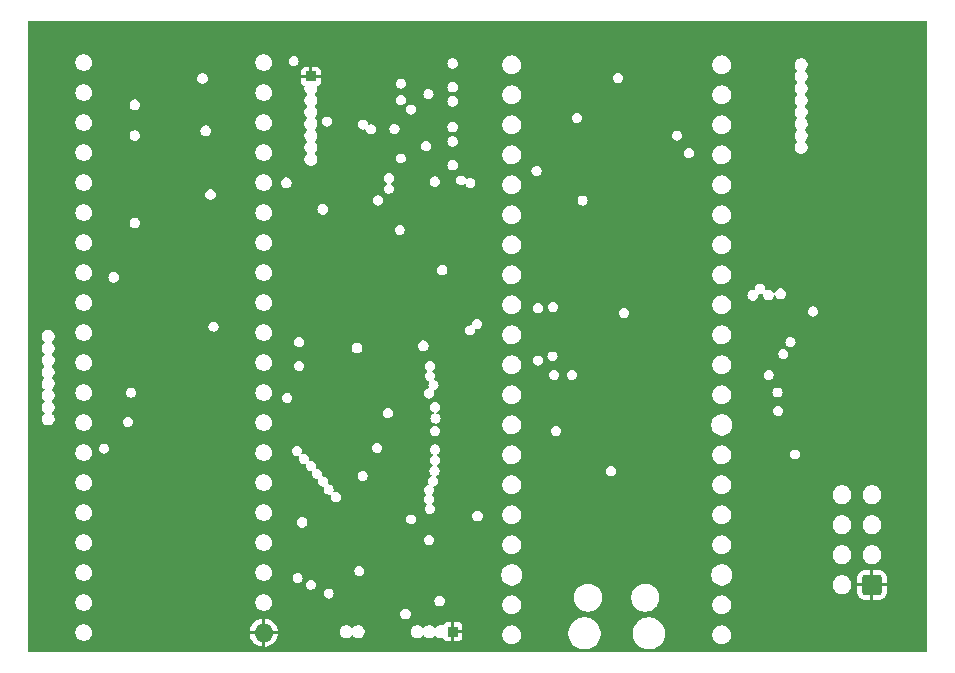
<source format=gbr>
%TF.GenerationSoftware,KiCad,Pcbnew,8.0.1*%
%TF.CreationDate,2024-04-17T16:23:31+02:00*%
%TF.ProjectId,protoA,70726f74-6f41-42e6-9b69-6361645f7063,rev?*%
%TF.SameCoordinates,PX7e13640PY4c4b400*%
%TF.FileFunction,Copper,L3,Inr*%
%TF.FilePolarity,Positive*%
%FSLAX46Y46*%
G04 Gerber Fmt 4.6, Leading zero omitted, Abs format (unit mm)*
G04 Created by KiCad (PCBNEW 8.0.1) date 2024-04-17 16:23:31*
%MOMM*%
%LPD*%
G01*
G04 APERTURE LIST*
G04 Aperture macros list*
%AMRoundRect*
0 Rectangle with rounded corners*
0 $1 Rounding radius*
0 $2 $3 $4 $5 $6 $7 $8 $9 X,Y pos of 4 corners*
0 Add a 4 corners polygon primitive as box body*
4,1,4,$2,$3,$4,$5,$6,$7,$8,$9,$2,$3,0*
0 Add four circle primitives for the rounded corners*
1,1,$1+$1,$2,$3*
1,1,$1+$1,$4,$5*
1,1,$1+$1,$6,$7*
1,1,$1+$1,$8,$9*
0 Add four rect primitives between the rounded corners*
20,1,$1+$1,$2,$3,$4,$5,0*
20,1,$1+$1,$4,$5,$6,$7,0*
20,1,$1+$1,$6,$7,$8,$9,0*
20,1,$1+$1,$8,$9,$2,$3,0*%
G04 Aperture macros list end*
%TA.AperFunction,ComponentPad*%
%ADD10R,0.850000X0.850000*%
%TD*%
%TA.AperFunction,ComponentPad*%
%ADD11RoundRect,0.250000X0.600000X0.600000X-0.600000X0.600000X-0.600000X-0.600000X0.600000X-0.600000X0*%
%TD*%
%TA.AperFunction,ComponentPad*%
%ADD12O,1.600000X1.600000*%
%TD*%
%TA.AperFunction,ViaPad*%
%ADD13C,0.900000*%
%TD*%
%TA.AperFunction,ViaPad*%
%ADD14C,0.650000*%
%TD*%
%TA.AperFunction,ViaPad*%
%ADD15C,0.700000*%
%TD*%
G04 APERTURE END LIST*
D10*
%TO.N,GND*%
%TO.C,J4*%
X24300000Y49000000D03*
%TD*%
D11*
%TO.N,GND*%
%TO.C,J6*%
X71800000Y5960000D03*
%TD*%
D12*
%TO.N,GND*%
%TO.C,U2*%
X20300000Y1920000D03*
%TD*%
D10*
%TO.N,GND*%
%TO.C,J1*%
X36300000Y2000000D03*
%TD*%
D13*
%TO.N,GND*%
X37800000Y2000000D03*
X65800000Y34000000D03*
X63019230Y42389781D03*
X56800000Y13000000D03*
X47800000Y34000000D03*
X47800000Y31000000D03*
X8800000Y2000000D03*
X2101098Y3022528D03*
X42800000Y27000000D03*
D14*
X8477992Y21665000D03*
D13*
X2800000Y46000000D03*
D14*
X31432416Y36714604D03*
D13*
X74300000Y5000000D03*
X56808412Y19614145D03*
X50800000Y7000000D03*
D15*
X34800000Y37000000D03*
D13*
X62800000Y16000000D03*
X74300000Y13000000D03*
D14*
X22800000Y23800000D03*
D13*
X66800000Y19500000D03*
X17818543Y9523352D03*
X74800000Y22000000D03*
X30800000Y2000000D03*
X59800000Y52000000D03*
X7030653Y46258750D03*
X47800000Y10000000D03*
X50800000Y34000000D03*
X8800000Y14000000D03*
X8818543Y9523352D03*
D15*
X37800000Y50500000D03*
D13*
X74800000Y31000000D03*
X55800000Y2000000D03*
X47800000Y37000000D03*
D14*
X31375000Y21200000D03*
D13*
X56800000Y34000000D03*
X74800000Y25000000D03*
X68300000Y1500000D03*
X22155934Y14798682D03*
X56800000Y10000000D03*
X74800000Y43000000D03*
X53800000Y22000000D03*
D14*
X54801599Y44625780D03*
D13*
X11800000Y31000000D03*
D15*
X35402029Y50844396D03*
D13*
X65300000Y13000000D03*
X65300000Y2000000D03*
D15*
X36300000Y13500000D03*
D13*
X68800000Y52000000D03*
X44800000Y7000000D03*
X2800000Y43000000D03*
X14800000Y2000000D03*
X26800000Y4000000D03*
D14*
X35200000Y12400000D03*
D13*
X3300000Y51500000D03*
X74274693Y51474693D03*
X56800000Y24500000D03*
X14799999Y4415385D03*
X62213357Y45085185D03*
X47300000Y16500000D03*
X44804555Y4341514D03*
D14*
X62484313Y24315687D03*
D13*
X71800000Y46000000D03*
D14*
X64315231Y20034104D03*
D13*
X68800000Y40000000D03*
D14*
X42935993Y24383897D03*
D13*
X47800000Y22000000D03*
X2800000Y40000000D03*
X70800000Y23400000D03*
D14*
X46929946Y39209270D03*
D13*
X6800000Y40000000D03*
X17800000Y43000000D03*
X52384725Y44483187D03*
X38484505Y18776154D03*
X14800000Y31000000D03*
X65800000Y40000000D03*
X54179720Y13000001D03*
X74800000Y34000000D03*
X14818543Y9523352D03*
X3380492Y27167120D03*
D15*
X26300000Y27250000D03*
D14*
X35428579Y14889805D03*
D13*
X44800000Y10000000D03*
X53800000Y40000000D03*
X2000000Y14800000D03*
X68800000Y34000000D03*
X71300000Y31000000D03*
X65300000Y8000000D03*
X62800000Y13000000D03*
D14*
X30200000Y16758948D03*
D13*
X71300000Y34000000D03*
D14*
X67474571Y28663238D03*
D13*
X48800000Y3500000D03*
D14*
X45576805Y18397937D03*
D15*
X34800000Y27600000D03*
D13*
X50800000Y37000000D03*
X5800000Y52000000D03*
X56300000Y49000000D03*
X74800000Y49000000D03*
X2800000Y37000000D03*
X53800000Y37000000D03*
X50800000Y19000000D03*
X11799999Y4415385D03*
X36809780Y16850220D03*
X3340898Y24843703D03*
X45800000Y27000000D03*
D15*
X32000000Y18000000D03*
D13*
X32808412Y40260801D03*
X17800000Y46000000D03*
X47800000Y13000000D03*
D14*
X28800000Y6400000D03*
D13*
X71300000Y37000000D03*
X50800000Y52000000D03*
X23800000Y40000000D03*
X11800000Y2000000D03*
X17799999Y4415385D03*
X50800000Y27000000D03*
D15*
X35300000Y46900000D03*
X24800000Y10500000D03*
X28557929Y4500000D03*
D13*
X47800000Y52000000D03*
X22479169Y35982036D03*
X44800000Y2000000D03*
X69200000Y25800000D03*
X11800000Y7000000D03*
X56800000Y27000000D03*
X50800000Y24500000D03*
X17800000Y14000000D03*
X50800000Y40000000D03*
X74800000Y37000000D03*
X71800000Y52000000D03*
X47800000Y40000000D03*
D14*
X23400000Y27400000D03*
X31311598Y38814004D03*
D13*
X17800000Y7000000D03*
X69200000Y22600000D03*
X6800000Y36000000D03*
D14*
X42599997Y41000000D03*
D13*
X11800000Y52000000D03*
X65300000Y11000000D03*
D14*
X25000691Y5191695D03*
D13*
X12800000Y46000000D03*
X10800000Y43000000D03*
X17800000Y49000000D03*
X31115714Y30541099D03*
X74300000Y1500000D03*
D14*
X46138998Y44948000D03*
D13*
X62800000Y8000000D03*
X53800000Y49000000D03*
X47800000Y19000000D03*
X8800000Y7000000D03*
X71300000Y1500000D03*
D15*
X26634016Y42018962D03*
D13*
X6840217Y22914652D03*
X50800000Y13000000D03*
D15*
X27800000Y47000000D03*
D13*
X9800000Y18000000D03*
X62800000Y2000000D03*
D15*
X26300000Y34500000D03*
D13*
X11800000Y37000000D03*
X37800000Y8000000D03*
X14800000Y35000000D03*
X23800000Y34000000D03*
X7320045Y49659113D03*
D14*
X56865687Y41934313D03*
D13*
X49119010Y44483187D03*
X8800000Y52000000D03*
X70200000Y28400000D03*
D14*
X64842810Y31442811D03*
D13*
X44800000Y52000000D03*
X74800000Y28000000D03*
X68800000Y43000000D03*
X53800000Y52000000D03*
X62800000Y40000000D03*
X2101098Y9022528D03*
X54800000Y5000000D03*
X8799999Y4415385D03*
X23800000Y2000000D03*
D14*
X30800000Y44000000D03*
D13*
X47800000Y7000000D03*
X17800000Y12000000D03*
D14*
X23658399Y5494536D03*
D13*
X17800000Y2000000D03*
X14800000Y14000000D03*
D14*
X7440002Y17980002D03*
X64456893Y24715533D03*
D13*
X69800000Y16000000D03*
X68800000Y49000000D03*
X54179720Y10000001D03*
X74800000Y46000000D03*
X54179720Y7000001D03*
X2800000Y31000000D03*
D14*
X23000000Y22400000D03*
D13*
X71300000Y40000000D03*
X70800000Y4000000D03*
X56800000Y22000000D03*
X69800000Y19500000D03*
X50800000Y10000000D03*
X56800000Y37000000D03*
X56800000Y7000000D03*
D14*
X29339868Y15626285D03*
D13*
X74300000Y19500000D03*
X71800000Y43000000D03*
D15*
X37800000Y44500000D03*
D13*
X50800000Y22000000D03*
X23800000Y31000000D03*
X65800000Y37000000D03*
X3416425Y22688093D03*
D14*
X45434990Y29986613D03*
X8400000Y30000000D03*
D13*
X53800000Y16000000D03*
X53800000Y19000000D03*
X22155934Y11798682D03*
X74800000Y40000000D03*
X74300000Y16000000D03*
D14*
X31709435Y40391261D03*
D13*
X62800000Y11000000D03*
X17800000Y37000000D03*
X68800000Y37000000D03*
X25800000Y40000000D03*
D14*
X29938287Y45249102D03*
X10028295Y21001258D03*
D13*
X29817802Y33555605D03*
D14*
X30558109Y37800000D03*
X31222528Y47600000D03*
D13*
X65800000Y52000000D03*
D14*
X42924739Y28784871D03*
D13*
X13800000Y43000000D03*
X37710241Y14787851D03*
D14*
X50724001Y48201599D03*
D13*
X10800000Y40000000D03*
X44800000Y13000000D03*
X63161756Y36924284D03*
D14*
X21600000Y39400000D03*
D13*
X14800000Y12000000D03*
X2800000Y49000000D03*
X71800000Y49000000D03*
X2101098Y12022528D03*
D14*
X49222416Y16236146D03*
X62962911Y22226085D03*
D13*
X53800000Y34000000D03*
D14*
X22000000Y50200000D03*
D13*
X51300000Y3500000D03*
X68587692Y30331759D03*
D14*
X35557030Y21502629D03*
D13*
X2400000Y17000000D03*
X68800000Y46000000D03*
X65300000Y5545825D03*
X14800000Y52000000D03*
D14*
X51600000Y28800000D03*
D13*
X53800000Y27000000D03*
X62189100Y20148997D03*
X56800000Y52000000D03*
X2101098Y6022528D03*
D14*
X35200000Y14000000D03*
D13*
X74300000Y9000000D03*
D15*
X36300000Y21000000D03*
D13*
X18800000Y31000000D03*
D14*
X31234358Y48843762D03*
D13*
X56804555Y4341514D03*
D15*
X28550000Y31750000D03*
D13*
X62800000Y52000000D03*
X11800000Y12000000D03*
D14*
X16950248Y27912075D03*
D13*
X56800000Y40000000D03*
D14*
X35200000Y13200000D03*
D13*
X34800109Y7471759D03*
X44300000Y16500000D03*
D15*
X35000000Y30000000D03*
D13*
X11800000Y14000000D03*
X56800000Y16000000D03*
D14*
X47186837Y23715000D03*
D13*
X2800000Y34000000D03*
D14*
X22721818Y5858947D03*
D13*
X53800000Y24500000D03*
X13800000Y40000000D03*
%TD*%
%TA.AperFunction,Conductor*%
%TO.N,GND*%
G36*
X76477826Y53677826D02*
G01*
X76499500Y53625500D01*
X76499500Y374500D01*
X76477826Y322174D01*
X76425500Y300500D01*
X424500Y300500D01*
X372174Y322174D01*
X350500Y374500D01*
X350500Y1851009D01*
X4359500Y1851009D01*
X4386418Y1715678D01*
X4386421Y1715668D01*
X4439223Y1588192D01*
X4507169Y1486503D01*
X4515886Y1473458D01*
X4613458Y1375886D01*
X4728189Y1299225D01*
X4728190Y1299225D01*
X4728191Y1299224D01*
X4761150Y1285572D01*
X4855672Y1246420D01*
X4991007Y1219500D01*
X4991009Y1219500D01*
X5128991Y1219500D01*
X5128993Y1219500D01*
X5264328Y1246420D01*
X5391811Y1299225D01*
X5506542Y1375886D01*
X5604114Y1473458D01*
X5680775Y1588189D01*
X5733580Y1715672D01*
X5749359Y1794999D01*
X19106441Y1794999D01*
X19115377Y1698562D01*
X19176237Y1484658D01*
X19176239Y1484654D01*
X19275368Y1285574D01*
X19275370Y1285572D01*
X19409392Y1108100D01*
X19573742Y958276D01*
X19762817Y841206D01*
X19762827Y841201D01*
X19970195Y760865D01*
X20175000Y722582D01*
X20175000Y1539383D01*
X20247339Y1520000D01*
X20352661Y1520000D01*
X20425000Y1539383D01*
X20425000Y722582D01*
X20629804Y760865D01*
X20837172Y841201D01*
X20837182Y841206D01*
X21026257Y958276D01*
X21190607Y1108100D01*
X21324629Y1285572D01*
X21324631Y1285574D01*
X21423760Y1484654D01*
X21423762Y1484658D01*
X21484622Y1698562D01*
X21493558Y1794999D01*
X21493557Y1795000D01*
X20680617Y1795000D01*
X20700000Y1867339D01*
X20700000Y1927523D01*
X26749500Y1927523D01*
X26787014Y1787519D01*
X26787016Y1787514D01*
X26828497Y1715668D01*
X26859491Y1661985D01*
X26961985Y1559491D01*
X27087515Y1487016D01*
X27087516Y1487016D01*
X27087518Y1487015D01*
X27157520Y1468258D01*
X27227522Y1449501D01*
X27227523Y1449500D01*
X27227525Y1449500D01*
X27372477Y1449500D01*
X27372477Y1449501D01*
X27512485Y1487016D01*
X27638015Y1559491D01*
X27740509Y1661985D01*
X27740512Y1661991D01*
X27741290Y1663003D01*
X27741850Y1663327D01*
X27743939Y1665415D01*
X27744498Y1664856D01*
X27790338Y1691323D01*
X27845046Y1676667D01*
X27858710Y1663003D01*
X27859491Y1661985D01*
X27961985Y1559491D01*
X28087515Y1487016D01*
X28087516Y1487016D01*
X28087518Y1487015D01*
X28157520Y1468258D01*
X28227522Y1449501D01*
X28227523Y1449500D01*
X28227525Y1449500D01*
X28372477Y1449500D01*
X28372477Y1449501D01*
X28512485Y1487016D01*
X28638015Y1559491D01*
X28740509Y1661985D01*
X28812984Y1787515D01*
X28850499Y1927523D01*
X28850500Y1927523D01*
X32749500Y1927523D01*
X32787014Y1787519D01*
X32787016Y1787514D01*
X32828497Y1715668D01*
X32859491Y1661985D01*
X32961985Y1559491D01*
X33087515Y1487016D01*
X33087516Y1487016D01*
X33087518Y1487015D01*
X33157520Y1468258D01*
X33227522Y1449501D01*
X33227523Y1449500D01*
X33227525Y1449500D01*
X33372477Y1449500D01*
X33372477Y1449501D01*
X33512485Y1487016D01*
X33638015Y1559491D01*
X33740509Y1661985D01*
X33740512Y1661991D01*
X33741290Y1663003D01*
X33741850Y1663327D01*
X33743939Y1665415D01*
X33744498Y1664856D01*
X33790338Y1691323D01*
X33845046Y1676667D01*
X33858710Y1663003D01*
X33859491Y1661985D01*
X33961985Y1559491D01*
X34087515Y1487016D01*
X34087516Y1487016D01*
X34087518Y1487015D01*
X34157520Y1468258D01*
X34227522Y1449501D01*
X34227523Y1449500D01*
X34227525Y1449500D01*
X34372477Y1449500D01*
X34372477Y1449501D01*
X34512485Y1487016D01*
X34638015Y1559491D01*
X34740509Y1661985D01*
X34740512Y1661991D01*
X34741290Y1663003D01*
X34741850Y1663327D01*
X34743939Y1665415D01*
X34744498Y1664856D01*
X34790338Y1691323D01*
X34845046Y1676667D01*
X34858710Y1663003D01*
X34859491Y1661985D01*
X34961985Y1559491D01*
X35087515Y1487016D01*
X35087516Y1487016D01*
X35087518Y1487015D01*
X35157520Y1468258D01*
X35227522Y1449501D01*
X35227523Y1449500D01*
X35227525Y1449500D01*
X35372476Y1449500D01*
X35383981Y1452584D01*
X35418011Y1461702D01*
X35474162Y1454311D01*
X35503098Y1423820D01*
X35547359Y1336955D01*
X35636953Y1247361D01*
X35749850Y1189836D01*
X35843518Y1175001D01*
X36175000Y1175001D01*
X36175000Y1781179D01*
X36250272Y1750000D01*
X36349728Y1750000D01*
X36425000Y1781179D01*
X36425000Y1175001D01*
X36756481Y1175001D01*
X36850148Y1189835D01*
X36850149Y1189836D01*
X36963046Y1247361D01*
X37052639Y1336954D01*
X37110164Y1449851D01*
X37110164Y1449852D01*
X37125000Y1543519D01*
X37125000Y1641160D01*
X40499500Y1641160D01*
X40530261Y1486509D01*
X40530264Y1486499D01*
X40590603Y1340826D01*
X40590605Y1340823D01*
X40590606Y1340821D01*
X40678211Y1209711D01*
X40789711Y1098211D01*
X40920821Y1010606D01*
X40920826Y1010604D01*
X40920825Y1010604D01*
X41047158Y958276D01*
X41066503Y950263D01*
X41221158Y919500D01*
X41221160Y919500D01*
X41378840Y919500D01*
X41378842Y919500D01*
X41533497Y950263D01*
X41679179Y1010606D01*
X41810289Y1098211D01*
X41921789Y1209711D01*
X42009394Y1340821D01*
X42069737Y1486503D01*
X42100500Y1641158D01*
X42100500Y1742926D01*
X46104500Y1742926D01*
X46137999Y1531418D01*
X46138002Y1531405D01*
X46204173Y1327753D01*
X46204175Y1327748D01*
X46301394Y1136947D01*
X46301397Y1136941D01*
X46427265Y963699D01*
X46427269Y963694D01*
X46578694Y812269D01*
X46751943Y686396D01*
X46942749Y589175D01*
X46942751Y589175D01*
X46942752Y589174D01*
X47146404Y523003D01*
X47146410Y523002D01*
X47146415Y523000D01*
X47287422Y500667D01*
X47357925Y489500D01*
X47357926Y489500D01*
X47572075Y489500D01*
X47624951Y497875D01*
X47783585Y523000D01*
X47783592Y523003D01*
X47783595Y523003D01*
X47876055Y553046D01*
X47987251Y589175D01*
X48178057Y686396D01*
X48351306Y812269D01*
X48502731Y963694D01*
X48628604Y1136943D01*
X48725825Y1327749D01*
X48773170Y1473462D01*
X48791997Y1531405D01*
X48791997Y1531408D01*
X48792000Y1531415D01*
X48825500Y1742926D01*
X51554500Y1742926D01*
X51587999Y1531418D01*
X51588002Y1531405D01*
X51654173Y1327753D01*
X51654175Y1327748D01*
X51751394Y1136947D01*
X51751397Y1136941D01*
X51877265Y963699D01*
X51877269Y963694D01*
X52028694Y812269D01*
X52201943Y686396D01*
X52392749Y589175D01*
X52392751Y589175D01*
X52392752Y589174D01*
X52596404Y523003D01*
X52596410Y523002D01*
X52596415Y523000D01*
X52737422Y500667D01*
X52807925Y489500D01*
X52807926Y489500D01*
X53022075Y489500D01*
X53074951Y497875D01*
X53233585Y523000D01*
X53233592Y523003D01*
X53233595Y523003D01*
X53326055Y553046D01*
X53437251Y589175D01*
X53628057Y686396D01*
X53801306Y812269D01*
X53952731Y963694D01*
X54078604Y1136943D01*
X54175825Y1327749D01*
X54223170Y1473462D01*
X54241997Y1531405D01*
X54241997Y1531408D01*
X54242000Y1531415D01*
X54259382Y1641160D01*
X58279500Y1641160D01*
X58310261Y1486509D01*
X58310264Y1486499D01*
X58370603Y1340826D01*
X58370605Y1340823D01*
X58370606Y1340821D01*
X58458211Y1209711D01*
X58569711Y1098211D01*
X58700821Y1010606D01*
X58700826Y1010604D01*
X58700825Y1010604D01*
X58827158Y958276D01*
X58846503Y950263D01*
X59001158Y919500D01*
X59001160Y919500D01*
X59158840Y919500D01*
X59158842Y919500D01*
X59313497Y950263D01*
X59459179Y1010606D01*
X59590289Y1098211D01*
X59701789Y1209711D01*
X59789394Y1340821D01*
X59849737Y1486503D01*
X59880500Y1641158D01*
X59880500Y1798842D01*
X59849737Y1953497D01*
X59800455Y2072475D01*
X59789396Y2099175D01*
X59789395Y2099177D01*
X59789394Y2099179D01*
X59701789Y2230289D01*
X59590289Y2341789D01*
X59459179Y2429394D01*
X59459175Y2429396D01*
X59459173Y2429397D01*
X59459174Y2429397D01*
X59313501Y2489736D01*
X59313491Y2489739D01*
X59196617Y2512986D01*
X59158842Y2520500D01*
X59001158Y2520500D01*
X58963383Y2512986D01*
X58846508Y2489739D01*
X58846498Y2489736D01*
X58700825Y2429397D01*
X58569711Y2341790D01*
X58569710Y2341788D01*
X58458212Y2230290D01*
X58458210Y2230289D01*
X58370603Y2099175D01*
X58310264Y1953502D01*
X58310261Y1953492D01*
X58279500Y1798841D01*
X58279500Y1641160D01*
X54259382Y1641160D01*
X54275500Y1742926D01*
X54275500Y1957074D01*
X54242000Y2168585D01*
X54241998Y2168590D01*
X54241997Y2168596D01*
X54175826Y2372248D01*
X54175824Y2372253D01*
X54146709Y2429394D01*
X54078604Y2563057D01*
X54056428Y2593579D01*
X53952734Y2736302D01*
X53952733Y2736303D01*
X53952731Y2736306D01*
X53801306Y2887731D01*
X53801303Y2887734D01*
X53801301Y2887735D01*
X53628059Y3013603D01*
X53628053Y3013606D01*
X53437252Y3110825D01*
X53437247Y3110827D01*
X53233595Y3176998D01*
X53233582Y3177001D01*
X53022075Y3210500D01*
X53022074Y3210500D01*
X52807926Y3210500D01*
X52807925Y3210500D01*
X52596417Y3177001D01*
X52596404Y3176998D01*
X52392752Y3110827D01*
X52392747Y3110825D01*
X52201946Y3013606D01*
X52201940Y3013603D01*
X52028698Y2887735D01*
X51877265Y2736302D01*
X51751397Y2563060D01*
X51751394Y2563054D01*
X51654175Y2372253D01*
X51654173Y2372248D01*
X51588002Y2168596D01*
X51587999Y2168583D01*
X51554500Y1957075D01*
X51554500Y1742926D01*
X48825500Y1742926D01*
X48825500Y1957074D01*
X48792000Y2168585D01*
X48791998Y2168590D01*
X48791997Y2168596D01*
X48725826Y2372248D01*
X48725824Y2372253D01*
X48696709Y2429394D01*
X48628604Y2563057D01*
X48606428Y2593579D01*
X48502734Y2736302D01*
X48502733Y2736303D01*
X48502731Y2736306D01*
X48351306Y2887731D01*
X48351303Y2887734D01*
X48351301Y2887735D01*
X48178059Y3013603D01*
X48178053Y3013606D01*
X47987252Y3110825D01*
X47987247Y3110827D01*
X47783595Y3176998D01*
X47783582Y3177001D01*
X47572075Y3210500D01*
X47572074Y3210500D01*
X47357926Y3210500D01*
X47357925Y3210500D01*
X47146417Y3177001D01*
X47146404Y3176998D01*
X46942752Y3110827D01*
X46942747Y3110825D01*
X46751946Y3013606D01*
X46751940Y3013603D01*
X46578698Y2887735D01*
X46427265Y2736302D01*
X46301397Y2563060D01*
X46301394Y2563054D01*
X46204175Y2372253D01*
X46204173Y2372248D01*
X46138002Y2168596D01*
X46137999Y2168583D01*
X46104500Y1957075D01*
X46104500Y1742926D01*
X42100500Y1742926D01*
X42100500Y1798842D01*
X42069737Y1953497D01*
X42020455Y2072475D01*
X42009396Y2099175D01*
X42009395Y2099177D01*
X42009394Y2099179D01*
X41921789Y2230289D01*
X41810289Y2341789D01*
X41679179Y2429394D01*
X41679175Y2429396D01*
X41679173Y2429397D01*
X41679174Y2429397D01*
X41533501Y2489736D01*
X41533491Y2489739D01*
X41416617Y2512986D01*
X41378842Y2520500D01*
X41221158Y2520500D01*
X41183383Y2512986D01*
X41066508Y2489739D01*
X41066498Y2489736D01*
X40920825Y2429397D01*
X40789711Y2341790D01*
X40789710Y2341788D01*
X40678212Y2230290D01*
X40678210Y2230289D01*
X40590603Y2099175D01*
X40530264Y1953502D01*
X40530261Y1953492D01*
X40499500Y1798841D01*
X40499500Y1641160D01*
X37125000Y1641160D01*
X37125000Y1875000D01*
X36518822Y1875000D01*
X36550000Y1950272D01*
X36550000Y2049728D01*
X36518822Y2125000D01*
X37124999Y2125000D01*
X37124999Y2456483D01*
X37110165Y2550149D01*
X37110164Y2550150D01*
X37052639Y2663047D01*
X36963046Y2752640D01*
X36850149Y2810165D01*
X36756482Y2825000D01*
X36425000Y2825000D01*
X36425000Y2218822D01*
X36349728Y2250000D01*
X36250272Y2250000D01*
X36175000Y2218822D01*
X36175000Y2825000D01*
X35843518Y2825000D01*
X35749851Y2810166D01*
X35749850Y2810165D01*
X35636953Y2752640D01*
X35547360Y2663047D01*
X35503099Y2576181D01*
X35460032Y2539399D01*
X35418013Y2538298D01*
X35372475Y2550500D01*
X35227525Y2550500D01*
X35227523Y2550500D01*
X35087518Y2512986D01*
X35087513Y2512984D01*
X34961984Y2440509D01*
X34859486Y2338010D01*
X34858704Y2336990D01*
X34858143Y2336667D01*
X34856062Y2334585D01*
X34855504Y2335143D01*
X34809653Y2308675D01*
X34754947Y2323339D01*
X34741296Y2336990D01*
X34740513Y2338010D01*
X34740510Y2338013D01*
X34740509Y2338015D01*
X34638015Y2440509D01*
X34512486Y2512984D01*
X34512481Y2512986D01*
X34372477Y2550500D01*
X34372475Y2550500D01*
X34227525Y2550500D01*
X34227523Y2550500D01*
X34087518Y2512986D01*
X34087513Y2512984D01*
X33961984Y2440509D01*
X33859486Y2338010D01*
X33858704Y2336990D01*
X33858143Y2336667D01*
X33856062Y2334585D01*
X33855504Y2335143D01*
X33809653Y2308675D01*
X33754947Y2323339D01*
X33741296Y2336990D01*
X33740513Y2338010D01*
X33740510Y2338013D01*
X33740509Y2338015D01*
X33638015Y2440509D01*
X33512486Y2512984D01*
X33512481Y2512986D01*
X33372477Y2550500D01*
X33372475Y2550500D01*
X33227525Y2550500D01*
X33227523Y2550500D01*
X33087518Y2512986D01*
X33087513Y2512984D01*
X32961984Y2440509D01*
X32859491Y2338016D01*
X32787016Y2212487D01*
X32787014Y2212482D01*
X32749500Y2072478D01*
X32749500Y1927523D01*
X28850500Y1927523D01*
X28850500Y2072477D01*
X28850499Y2072478D01*
X28843344Y2099179D01*
X28812984Y2212485D01*
X28740509Y2338015D01*
X28638015Y2440509D01*
X28512486Y2512984D01*
X28512481Y2512986D01*
X28372477Y2550500D01*
X28372475Y2550500D01*
X28227525Y2550500D01*
X28227523Y2550500D01*
X28087518Y2512986D01*
X28087513Y2512984D01*
X27961984Y2440509D01*
X27859486Y2338010D01*
X27858704Y2336990D01*
X27858143Y2336667D01*
X27856062Y2334585D01*
X27855504Y2335143D01*
X27809653Y2308675D01*
X27754947Y2323339D01*
X27741296Y2336990D01*
X27740513Y2338010D01*
X27740510Y2338013D01*
X27740509Y2338015D01*
X27638015Y2440509D01*
X27512486Y2512984D01*
X27512481Y2512986D01*
X27372477Y2550500D01*
X27372475Y2550500D01*
X27227525Y2550500D01*
X27227523Y2550500D01*
X27087518Y2512986D01*
X27087513Y2512984D01*
X26961984Y2440509D01*
X26859491Y2338016D01*
X26787016Y2212487D01*
X26787014Y2212482D01*
X26749500Y2072478D01*
X26749500Y1927523D01*
X20700000Y1927523D01*
X20700000Y1972661D01*
X20680617Y2045000D01*
X21493557Y2045000D01*
X21493558Y2045002D01*
X21484622Y2141439D01*
X21423762Y2355343D01*
X21423760Y2355347D01*
X21324631Y2554427D01*
X21324629Y2554429D01*
X21190607Y2731901D01*
X21026257Y2881725D01*
X20837182Y2998795D01*
X20837172Y2998800D01*
X20629805Y3079135D01*
X20425000Y3117420D01*
X20425000Y2300618D01*
X20352661Y2320000D01*
X20247339Y2320000D01*
X20175000Y2300618D01*
X20175000Y3117420D01*
X20174999Y3117420D01*
X19970194Y3079135D01*
X19762827Y2998800D01*
X19762817Y2998795D01*
X19573742Y2881725D01*
X19409392Y2731901D01*
X19275370Y2554429D01*
X19275368Y2554427D01*
X19176239Y2355347D01*
X19176237Y2355343D01*
X19115377Y2141439D01*
X19106441Y2045002D01*
X19106443Y2045000D01*
X19919383Y2045000D01*
X19900000Y1972661D01*
X19900000Y1867339D01*
X19919383Y1795000D01*
X19106443Y1795000D01*
X19106441Y1794999D01*
X5749359Y1794999D01*
X5760500Y1851007D01*
X5760500Y1988993D01*
X5733580Y2124328D01*
X5733302Y2125000D01*
X5680776Y2251809D01*
X5642779Y2308675D01*
X5604114Y2366542D01*
X5506542Y2464114D01*
X5391811Y2540775D01*
X5391810Y2540776D01*
X5391808Y2540777D01*
X5264332Y2593579D01*
X5264322Y2593582D01*
X5173694Y2611609D01*
X5128993Y2620500D01*
X4991007Y2620500D01*
X4952642Y2612869D01*
X4855677Y2593582D01*
X4855667Y2593579D01*
X4728191Y2540777D01*
X4613461Y2464117D01*
X4515883Y2366539D01*
X4439223Y2251809D01*
X4386421Y2124333D01*
X4386418Y2124323D01*
X4359500Y1988992D01*
X4359500Y1851009D01*
X350500Y1851009D01*
X350500Y3500000D01*
X31844867Y3500000D01*
X31863302Y3371777D01*
X31863302Y3371776D01*
X31863303Y3371774D01*
X31917118Y3253937D01*
X32001951Y3156033D01*
X32110931Y3085996D01*
X32235228Y3049500D01*
X32364772Y3049500D01*
X32489069Y3085996D01*
X32598049Y3156033D01*
X32682882Y3253937D01*
X32736697Y3371774D01*
X32755133Y3500000D01*
X32736697Y3628226D01*
X32682882Y3746063D01*
X32598049Y3843967D01*
X32531032Y3887036D01*
X32489068Y3914005D01*
X32364772Y3950500D01*
X32235228Y3950500D01*
X32110931Y3914005D01*
X32001954Y3843969D01*
X32001950Y3843966D01*
X31917119Y3746065D01*
X31863302Y3628224D01*
X31844867Y3500000D01*
X350500Y3500000D01*
X350500Y4391009D01*
X4359500Y4391009D01*
X4386418Y4255678D01*
X4386421Y4255668D01*
X4439223Y4128192D01*
X4507169Y4026503D01*
X4515886Y4013458D01*
X4613458Y3915886D01*
X4728189Y3839225D01*
X4855672Y3786420D01*
X4991007Y3759500D01*
X4991009Y3759500D01*
X5128991Y3759500D01*
X5128993Y3759500D01*
X5264328Y3786420D01*
X5391811Y3839225D01*
X5506542Y3915886D01*
X5604114Y4013458D01*
X5680775Y4128189D01*
X5733580Y4255672D01*
X5760500Y4391007D01*
X5760500Y4391009D01*
X19599500Y4391009D01*
X19626418Y4255678D01*
X19626421Y4255668D01*
X19679223Y4128192D01*
X19747169Y4026503D01*
X19755886Y4013458D01*
X19853458Y3915886D01*
X19968189Y3839225D01*
X20095672Y3786420D01*
X20231007Y3759500D01*
X20231009Y3759500D01*
X20368991Y3759500D01*
X20368993Y3759500D01*
X20504328Y3786420D01*
X20631811Y3839225D01*
X20746542Y3915886D01*
X20844114Y4013458D01*
X20920775Y4128189D01*
X20973580Y4255672D01*
X21000500Y4391007D01*
X21000500Y4528993D01*
X20986376Y4600000D01*
X34744867Y4600000D01*
X34763302Y4471777D01*
X34763302Y4471776D01*
X34763303Y4471774D01*
X34817118Y4353937D01*
X34901951Y4256033D01*
X35010931Y4185996D01*
X35135228Y4149500D01*
X35264772Y4149500D01*
X35372599Y4181160D01*
X40499500Y4181160D01*
X40530261Y4026509D01*
X40530264Y4026499D01*
X40590603Y3880826D01*
X40590605Y3880823D01*
X40590606Y3880821D01*
X40678211Y3749711D01*
X40789711Y3638211D01*
X40920821Y3550606D01*
X40920826Y3550604D01*
X40920825Y3550604D01*
X41066498Y3490265D01*
X41066503Y3490263D01*
X41221158Y3459500D01*
X41221160Y3459500D01*
X41378840Y3459500D01*
X41378842Y3459500D01*
X41533497Y3490263D01*
X41679179Y3550606D01*
X41810289Y3638211D01*
X41921789Y3749711D01*
X42009394Y3880821D01*
X42069737Y4026503D01*
X42100500Y4181158D01*
X42100500Y4338842D01*
X42069737Y4493497D01*
X42055034Y4528993D01*
X42009396Y4639175D01*
X42009395Y4639177D01*
X42009394Y4639179D01*
X41921789Y4770289D01*
X41905379Y4786699D01*
X46579500Y4786699D01*
X46608690Y4602398D01*
X46608693Y4602385D01*
X46666352Y4424929D01*
X46666354Y4424925D01*
X46751068Y4258663D01*
X46807377Y4181160D01*
X46860751Y4107698D01*
X46992698Y3975751D01*
X46992701Y3975749D01*
X46992702Y3975748D01*
X47143662Y3866069D01*
X47309924Y3781355D01*
X47309928Y3781353D01*
X47487384Y3723694D01*
X47487390Y3723693D01*
X47487395Y3723691D01*
X47579547Y3709096D01*
X47671697Y3694500D01*
X47671699Y3694500D01*
X47858303Y3694500D01*
X47932022Y3706177D01*
X48042605Y3723691D01*
X48042612Y3723694D01*
X48042615Y3723694D01*
X48220071Y3781353D01*
X48220071Y3781354D01*
X48220074Y3781354D01*
X48386338Y3866069D01*
X48537302Y3975751D01*
X48669249Y4107698D01*
X48778931Y4258662D01*
X48863646Y4424926D01*
X48921309Y4602395D01*
X48950500Y4786699D01*
X51429500Y4786699D01*
X51458690Y4602398D01*
X51458693Y4602385D01*
X51516352Y4424929D01*
X51516354Y4424925D01*
X51601068Y4258663D01*
X51657377Y4181160D01*
X51710751Y4107698D01*
X51842698Y3975751D01*
X51842701Y3975749D01*
X51842702Y3975748D01*
X51993662Y3866069D01*
X52159924Y3781355D01*
X52159928Y3781353D01*
X52337384Y3723694D01*
X52337390Y3723693D01*
X52337395Y3723691D01*
X52429547Y3709096D01*
X52521697Y3694500D01*
X52521699Y3694500D01*
X52708303Y3694500D01*
X52782022Y3706177D01*
X52892605Y3723691D01*
X52892612Y3723694D01*
X52892615Y3723694D01*
X53070071Y3781353D01*
X53070071Y3781354D01*
X53070074Y3781354D01*
X53236338Y3866069D01*
X53387302Y3975751D01*
X53519249Y4107698D01*
X53572622Y4181160D01*
X58279500Y4181160D01*
X58310261Y4026509D01*
X58310264Y4026499D01*
X58370603Y3880826D01*
X58370605Y3880823D01*
X58370606Y3880821D01*
X58458211Y3749711D01*
X58569711Y3638211D01*
X58700821Y3550606D01*
X58700826Y3550604D01*
X58700825Y3550604D01*
X58846498Y3490265D01*
X58846503Y3490263D01*
X59001158Y3459500D01*
X59001160Y3459500D01*
X59158840Y3459500D01*
X59158842Y3459500D01*
X59313497Y3490263D01*
X59459179Y3550606D01*
X59590289Y3638211D01*
X59701789Y3749711D01*
X59789394Y3880821D01*
X59849737Y4026503D01*
X59880500Y4181158D01*
X59880500Y4338842D01*
X59849737Y4493497D01*
X59835034Y4528993D01*
X59789396Y4639175D01*
X59789395Y4639177D01*
X59789394Y4639179D01*
X59701789Y4770289D01*
X59590289Y4881789D01*
X59459179Y4969394D01*
X59459175Y4969396D01*
X59459173Y4969397D01*
X59459174Y4969397D01*
X59313501Y5029736D01*
X59313491Y5029739D01*
X59209115Y5050500D01*
X59158842Y5060500D01*
X59001158Y5060500D01*
X58957315Y5051780D01*
X58846508Y5029739D01*
X58846498Y5029736D01*
X58700825Y4969397D01*
X58569711Y4881790D01*
X58569710Y4881788D01*
X58458212Y4770290D01*
X58458210Y4770289D01*
X58370603Y4639175D01*
X58310264Y4493502D01*
X58310261Y4493492D01*
X58279500Y4338841D01*
X58279500Y4181160D01*
X53572622Y4181160D01*
X53628931Y4258662D01*
X53713646Y4424926D01*
X53771309Y4602395D01*
X53800500Y4786699D01*
X53800500Y4973301D01*
X53791561Y5029737D01*
X53771309Y5157603D01*
X53771306Y5157616D01*
X53713647Y5335072D01*
X53713645Y5335076D01*
X53628931Y5501338D01*
X53519252Y5652298D01*
X53519251Y5652299D01*
X53519249Y5652302D01*
X53387302Y5784249D01*
X53387299Y5784252D01*
X53387297Y5784253D01*
X53253916Y5881160D01*
X68459500Y5881160D01*
X68490261Y5726509D01*
X68490264Y5726499D01*
X68550603Y5580826D01*
X68550605Y5580823D01*
X68550606Y5580821D01*
X68638211Y5449711D01*
X68749711Y5338211D01*
X68880821Y5250606D01*
X68880826Y5250604D01*
X68880825Y5250604D01*
X69026498Y5190265D01*
X69026503Y5190263D01*
X69181158Y5159500D01*
X69181160Y5159500D01*
X69338840Y5159500D01*
X69338842Y5159500D01*
X69493497Y5190263D01*
X69639179Y5250606D01*
X69704660Y5294359D01*
X70550000Y5294359D01*
X70552900Y5257507D01*
X70598718Y5099801D01*
X70682317Y4958444D01*
X70798443Y4842318D01*
X70939800Y4758719D01*
X71097508Y4712901D01*
X71097505Y4712901D01*
X71134359Y4710000D01*
X71675000Y4710000D01*
X71675000Y5475856D01*
X71734174Y5460000D01*
X71865826Y5460000D01*
X71925000Y5475856D01*
X71925000Y4710000D01*
X72465641Y4710000D01*
X72502493Y4712901D01*
X72660199Y4758719D01*
X72801556Y4842318D01*
X72917682Y4958444D01*
X73001281Y5099801D01*
X73047099Y5257507D01*
X73050000Y5294359D01*
X73050000Y5835000D01*
X72284144Y5835000D01*
X72300000Y5894174D01*
X72300000Y6025826D01*
X72284144Y6085000D01*
X73050000Y6085000D01*
X73050000Y6625642D01*
X73047099Y6662494D01*
X73001281Y6820200D01*
X72917682Y6961557D01*
X72801556Y7077683D01*
X72660199Y7161282D01*
X72502491Y7207100D01*
X72502494Y7207100D01*
X72465641Y7210000D01*
X71925000Y7210000D01*
X71925000Y6444145D01*
X71865826Y6460000D01*
X71734174Y6460000D01*
X71675000Y6444145D01*
X71675000Y7210000D01*
X71134359Y7210000D01*
X71097506Y7207100D01*
X70939800Y7161282D01*
X70798443Y7077683D01*
X70682317Y6961557D01*
X70598718Y6820200D01*
X70552900Y6662494D01*
X70550000Y6625642D01*
X70550000Y6085000D01*
X71315856Y6085000D01*
X71300000Y6025826D01*
X71300000Y5894174D01*
X71315856Y5835000D01*
X70550000Y5835000D01*
X70550000Y5294359D01*
X69704660Y5294359D01*
X69770289Y5338211D01*
X69881789Y5449711D01*
X69969394Y5580821D01*
X70029737Y5726503D01*
X70060500Y5881158D01*
X70060500Y6038842D01*
X70029737Y6193497D01*
X70016156Y6226284D01*
X69969396Y6339175D01*
X69969395Y6339177D01*
X69969394Y6339179D01*
X69881789Y6470289D01*
X69770289Y6581789D01*
X69639179Y6669394D01*
X69639175Y6669396D01*
X69639173Y6669397D01*
X69639174Y6669397D01*
X69493501Y6729736D01*
X69493491Y6729739D01*
X69389925Y6750339D01*
X69338842Y6760500D01*
X69181158Y6760500D01*
X69137315Y6751780D01*
X69026508Y6729739D01*
X69026498Y6729736D01*
X68880825Y6669397D01*
X68749711Y6581790D01*
X68749710Y6581788D01*
X68638212Y6470290D01*
X68638210Y6470289D01*
X68550603Y6339175D01*
X68490264Y6193502D01*
X68490261Y6193492D01*
X68459500Y6038841D01*
X68459500Y5881160D01*
X53253916Y5881160D01*
X53236337Y5893932D01*
X53070075Y5978646D01*
X53070071Y5978648D01*
X52892615Y6036307D01*
X52892602Y6036310D01*
X52708303Y6065500D01*
X52708301Y6065500D01*
X52521699Y6065500D01*
X52521697Y6065500D01*
X52337397Y6036310D01*
X52337384Y6036307D01*
X52159928Y5978648D01*
X52159924Y5978646D01*
X51993662Y5893932D01*
X51842702Y5784253D01*
X51710747Y5652298D01*
X51601068Y5501338D01*
X51516354Y5335076D01*
X51516352Y5335072D01*
X51458693Y5157616D01*
X51458690Y5157603D01*
X51429500Y4973303D01*
X51429500Y4786699D01*
X48950500Y4786699D01*
X48950500Y4973301D01*
X48941561Y5029737D01*
X48921309Y5157603D01*
X48921306Y5157616D01*
X48863647Y5335072D01*
X48863645Y5335076D01*
X48778931Y5501338D01*
X48669252Y5652298D01*
X48669251Y5652299D01*
X48669249Y5652302D01*
X48537302Y5784249D01*
X48537299Y5784252D01*
X48537297Y5784253D01*
X48386337Y5893932D01*
X48220075Y5978646D01*
X48220071Y5978648D01*
X48042615Y6036307D01*
X48042602Y6036310D01*
X47858303Y6065500D01*
X47858301Y6065500D01*
X47671699Y6065500D01*
X47671697Y6065500D01*
X47487397Y6036310D01*
X47487384Y6036307D01*
X47309928Y5978648D01*
X47309924Y5978646D01*
X47143662Y5893932D01*
X46992702Y5784253D01*
X46860747Y5652298D01*
X46751068Y5501338D01*
X46666354Y5335076D01*
X46666352Y5335072D01*
X46608693Y5157616D01*
X46608690Y5157603D01*
X46579500Y4973303D01*
X46579500Y4786699D01*
X41905379Y4786699D01*
X41810289Y4881789D01*
X41679179Y4969394D01*
X41679175Y4969396D01*
X41679173Y4969397D01*
X41679174Y4969397D01*
X41533501Y5029736D01*
X41533491Y5029739D01*
X41429115Y5050500D01*
X41378842Y5060500D01*
X41221158Y5060500D01*
X41177315Y5051780D01*
X41066508Y5029739D01*
X41066498Y5029736D01*
X40920825Y4969397D01*
X40789711Y4881790D01*
X40789710Y4881788D01*
X40678212Y4770290D01*
X40678210Y4770289D01*
X40590603Y4639175D01*
X40530264Y4493502D01*
X40530261Y4493492D01*
X40499500Y4338841D01*
X40499500Y4181160D01*
X35372599Y4181160D01*
X35389069Y4185996D01*
X35498049Y4256033D01*
X35582882Y4353937D01*
X35636697Y4471774D01*
X35655133Y4600000D01*
X35636697Y4728226D01*
X35582882Y4846063D01*
X35498049Y4943967D01*
X35431032Y4987036D01*
X35389068Y5014005D01*
X35264772Y5050500D01*
X35135228Y5050500D01*
X35010931Y5014005D01*
X34901954Y4943969D01*
X34901950Y4943966D01*
X34817119Y4846065D01*
X34763302Y4728224D01*
X34744867Y4600000D01*
X20986376Y4600000D01*
X20973580Y4664328D01*
X20954662Y4710000D01*
X20920776Y4791809D01*
X20919180Y4794197D01*
X20844114Y4906542D01*
X20746542Y5004114D01*
X20731739Y5014005D01*
X20631808Y5080777D01*
X20504332Y5133579D01*
X20504322Y5133582D01*
X20413694Y5151609D01*
X20368993Y5160500D01*
X20231007Y5160500D01*
X20192642Y5152869D01*
X20095677Y5133582D01*
X20095667Y5133579D01*
X19968191Y5080777D01*
X19853461Y5004117D01*
X19755883Y4906539D01*
X19679223Y4791809D01*
X19626421Y4664333D01*
X19626418Y4664323D01*
X19599500Y4528992D01*
X19599500Y4391009D01*
X5760500Y4391009D01*
X5760500Y4528993D01*
X5733580Y4664328D01*
X5714662Y4710000D01*
X5680776Y4791809D01*
X5679180Y4794197D01*
X5604114Y4906542D01*
X5506542Y5004114D01*
X5491739Y5014005D01*
X5391808Y5080777D01*
X5264332Y5133579D01*
X5264322Y5133582D01*
X5173694Y5151609D01*
X5128993Y5160500D01*
X4991007Y5160500D01*
X4952642Y5152869D01*
X4855677Y5133582D01*
X4855667Y5133579D01*
X4728191Y5080777D01*
X4613461Y5004117D01*
X4515883Y4906539D01*
X4439223Y4791809D01*
X4386421Y4664333D01*
X4386418Y4664323D01*
X4359500Y4528992D01*
X4359500Y4391009D01*
X350500Y4391009D01*
X350500Y5225000D01*
X25369196Y5225000D01*
X25390280Y5091874D01*
X25450697Y4973301D01*
X25451472Y4971780D01*
X25546780Y4876472D01*
X25666873Y4815282D01*
X25666873Y4815281D01*
X25685075Y4812399D01*
X25800000Y4794196D01*
X25933126Y4815281D01*
X26053220Y4876472D01*
X26148528Y4971780D01*
X26209719Y5091874D01*
X26230804Y5225000D01*
X26209719Y5358126D01*
X26209719Y5358127D01*
X26148528Y5478220D01*
X26053219Y5573529D01*
X25933126Y5634719D01*
X25933126Y5634720D01*
X25800000Y5655804D01*
X25666873Y5634720D01*
X25666873Y5634719D01*
X25546780Y5573529D01*
X25451471Y5478220D01*
X25390281Y5358127D01*
X25390280Y5358127D01*
X25369196Y5225000D01*
X350500Y5225000D01*
X350500Y5972398D01*
X23869196Y5972398D01*
X23890280Y5839272D01*
X23951471Y5719179D01*
X23951472Y5719178D01*
X24046780Y5623870D01*
X24166873Y5562680D01*
X24166873Y5562679D01*
X24184414Y5559901D01*
X24300000Y5541594D01*
X24433126Y5562679D01*
X24553220Y5623870D01*
X24648528Y5719178D01*
X24709719Y5839272D01*
X24730804Y5972398D01*
X24710448Y6100924D01*
X24709719Y6105525D01*
X24648528Y6225618D01*
X24553219Y6320927D01*
X24433126Y6382117D01*
X24433126Y6382118D01*
X24300000Y6403202D01*
X24166873Y6382118D01*
X24166873Y6382117D01*
X24046780Y6320927D01*
X23951471Y6225618D01*
X23890281Y6105525D01*
X23890280Y6105525D01*
X23869196Y5972398D01*
X350500Y5972398D01*
X350500Y6931009D01*
X4359500Y6931009D01*
X4386418Y6795678D01*
X4386421Y6795668D01*
X4439223Y6668192D01*
X4439224Y6668190D01*
X4439225Y6668189D01*
X4515886Y6553458D01*
X4613458Y6455886D01*
X4728189Y6379225D01*
X4728190Y6379225D01*
X4728191Y6379224D01*
X4855667Y6326422D01*
X4855672Y6326420D01*
X4991007Y6299500D01*
X4991009Y6299500D01*
X5128991Y6299500D01*
X5128993Y6299500D01*
X5264328Y6326420D01*
X5391811Y6379225D01*
X5506542Y6455886D01*
X5604114Y6553458D01*
X5680775Y6668189D01*
X5733580Y6795672D01*
X5760500Y6931007D01*
X5760500Y6931009D01*
X19599500Y6931009D01*
X19626418Y6795678D01*
X19626421Y6795668D01*
X19679223Y6668192D01*
X19679224Y6668190D01*
X19679225Y6668189D01*
X19755886Y6553458D01*
X19853458Y6455886D01*
X19968189Y6379225D01*
X19968190Y6379225D01*
X19968191Y6379224D01*
X20095667Y6326422D01*
X20095672Y6326420D01*
X20231007Y6299500D01*
X20231009Y6299500D01*
X20368991Y6299500D01*
X20368993Y6299500D01*
X20504328Y6326420D01*
X20631811Y6379225D01*
X20746542Y6455886D01*
X20812216Y6521560D01*
X22739288Y6521560D01*
X22760372Y6388434D01*
X22805687Y6299500D01*
X22821564Y6268340D01*
X22916872Y6173032D01*
X23036965Y6111842D01*
X23036965Y6111841D01*
X23055167Y6108959D01*
X23170092Y6090756D01*
X23303218Y6111841D01*
X23423312Y6173032D01*
X23518620Y6268340D01*
X23579811Y6388434D01*
X23600896Y6521560D01*
X23579811Y6654686D01*
X23579811Y6654687D01*
X23518620Y6774780D01*
X23423311Y6870089D01*
X23303218Y6931279D01*
X23303218Y6931280D01*
X23170092Y6952364D01*
X23036965Y6931280D01*
X23036965Y6931279D01*
X22916872Y6870089D01*
X22821563Y6774780D01*
X22760373Y6654687D01*
X22760372Y6654687D01*
X22739288Y6521560D01*
X20812216Y6521560D01*
X20844114Y6553458D01*
X20920775Y6668189D01*
X20973580Y6795672D01*
X21000500Y6931007D01*
X21000500Y7068993D01*
X20988507Y7129283D01*
X27969456Y7129283D01*
X27990540Y6996157D01*
X28051731Y6876064D01*
X28051732Y6876063D01*
X28147040Y6780755D01*
X28267133Y6719565D01*
X28267133Y6719564D01*
X28285335Y6716682D01*
X28400260Y6698479D01*
X28481581Y6711359D01*
X40400000Y6711359D01*
X40434584Y6537487D01*
X40434587Y6537476D01*
X40502427Y6373695D01*
X40600923Y6226284D01*
X40726283Y6100924D01*
X40873695Y6002428D01*
X40873694Y6002428D01*
X41037475Y5934588D01*
X41037486Y5934585D01*
X41211359Y5900000D01*
X41388641Y5900000D01*
X41562513Y5934585D01*
X41562524Y5934588D01*
X41726305Y6002428D01*
X41873716Y6100924D01*
X41873718Y6100925D01*
X41999075Y6226282D01*
X41999076Y6226284D01*
X42097572Y6373695D01*
X42165412Y6537476D01*
X42165415Y6537487D01*
X42200000Y6711359D01*
X58180000Y6711359D01*
X58214584Y6537487D01*
X58214587Y6537476D01*
X58282427Y6373695D01*
X58380923Y6226284D01*
X58506283Y6100924D01*
X58653695Y6002428D01*
X58653694Y6002428D01*
X58817475Y5934588D01*
X58817486Y5934585D01*
X58991359Y5900000D01*
X59168641Y5900000D01*
X59342513Y5934585D01*
X59342524Y5934588D01*
X59506305Y6002428D01*
X59653716Y6100924D01*
X59653718Y6100925D01*
X59779075Y6226282D01*
X59779076Y6226284D01*
X59877572Y6373695D01*
X59945412Y6537476D01*
X59945415Y6537487D01*
X59980000Y6711359D01*
X59980000Y6888642D01*
X59945415Y7062514D01*
X59945412Y7062525D01*
X59877572Y7226306D01*
X59779076Y7373717D01*
X59653716Y7499077D01*
X59506304Y7597573D01*
X59506305Y7597573D01*
X59342524Y7665413D01*
X59342513Y7665416D01*
X59168641Y7700000D01*
X58991359Y7700000D01*
X58817486Y7665416D01*
X58817475Y7665413D01*
X58653694Y7597573D01*
X58506283Y7499077D01*
X58506282Y7499075D01*
X58380925Y7373718D01*
X58380923Y7373717D01*
X58282427Y7226306D01*
X58214587Y7062525D01*
X58214584Y7062514D01*
X58180000Y6888642D01*
X58180000Y6711359D01*
X42200000Y6711359D01*
X42200000Y6888642D01*
X42165415Y7062514D01*
X42165412Y7062525D01*
X42097572Y7226306D01*
X41999076Y7373717D01*
X41873716Y7499077D01*
X41726304Y7597573D01*
X41726305Y7597573D01*
X41562524Y7665413D01*
X41562513Y7665416D01*
X41388641Y7700000D01*
X41211359Y7700000D01*
X41037486Y7665416D01*
X41037475Y7665413D01*
X40873694Y7597573D01*
X40726283Y7499077D01*
X40726282Y7499075D01*
X40600925Y7373718D01*
X40600923Y7373717D01*
X40502427Y7226306D01*
X40434587Y7062525D01*
X40434584Y7062514D01*
X40400000Y6888642D01*
X40400000Y6711359D01*
X28481581Y6711359D01*
X28533386Y6719564D01*
X28653480Y6780755D01*
X28748788Y6876063D01*
X28809979Y6996157D01*
X28831064Y7129283D01*
X28809979Y7262409D01*
X28809979Y7262410D01*
X28748788Y7382503D01*
X28653479Y7477812D01*
X28533386Y7539002D01*
X28533386Y7539003D01*
X28400260Y7560087D01*
X28267133Y7539003D01*
X28267133Y7539002D01*
X28147040Y7477812D01*
X28051731Y7382503D01*
X27990541Y7262410D01*
X27990540Y7262410D01*
X27969456Y7129283D01*
X20988507Y7129283D01*
X20973580Y7204328D01*
X20971231Y7210000D01*
X20920776Y7331809D01*
X20892773Y7373718D01*
X20844114Y7446542D01*
X20746542Y7544114D01*
X20631811Y7620775D01*
X20631810Y7620776D01*
X20631808Y7620777D01*
X20504332Y7673579D01*
X20504322Y7673582D01*
X20413694Y7691609D01*
X20368993Y7700500D01*
X20231007Y7700500D01*
X20192642Y7692869D01*
X20095677Y7673582D01*
X20095667Y7673579D01*
X19968191Y7620777D01*
X19853461Y7544117D01*
X19755883Y7446539D01*
X19679223Y7331809D01*
X19626421Y7204333D01*
X19626418Y7204323D01*
X19599500Y7068992D01*
X19599500Y6931009D01*
X5760500Y6931009D01*
X5760500Y7068993D01*
X5733580Y7204328D01*
X5731231Y7210000D01*
X5680776Y7331809D01*
X5652773Y7373718D01*
X5604114Y7446542D01*
X5506542Y7544114D01*
X5391811Y7620775D01*
X5391810Y7620776D01*
X5391808Y7620777D01*
X5264332Y7673579D01*
X5264322Y7673582D01*
X5173694Y7691609D01*
X5128993Y7700500D01*
X4991007Y7700500D01*
X4952642Y7692869D01*
X4855677Y7673582D01*
X4855667Y7673579D01*
X4728191Y7620777D01*
X4613461Y7544117D01*
X4515883Y7446539D01*
X4439223Y7331809D01*
X4386421Y7204333D01*
X4386418Y7204323D01*
X4359500Y7068992D01*
X4359500Y6931009D01*
X350500Y6931009D01*
X350500Y8421160D01*
X68459500Y8421160D01*
X68490261Y8266509D01*
X68490264Y8266499D01*
X68550603Y8120826D01*
X68550605Y8120823D01*
X68550606Y8120821D01*
X68638211Y7989711D01*
X68749711Y7878211D01*
X68880821Y7790606D01*
X68880826Y7790604D01*
X68880825Y7790604D01*
X69026498Y7730265D01*
X69026503Y7730263D01*
X69181158Y7699500D01*
X69181160Y7699500D01*
X69338840Y7699500D01*
X69338842Y7699500D01*
X69493497Y7730263D01*
X69639179Y7790606D01*
X69770289Y7878211D01*
X69881789Y7989711D01*
X69969394Y8120821D01*
X70029737Y8266503D01*
X70060500Y8421158D01*
X70060500Y8421160D01*
X70999500Y8421160D01*
X71030261Y8266509D01*
X71030264Y8266499D01*
X71090603Y8120826D01*
X71090605Y8120823D01*
X71090606Y8120821D01*
X71178211Y7989711D01*
X71289711Y7878211D01*
X71420821Y7790606D01*
X71420826Y7790604D01*
X71420825Y7790604D01*
X71566498Y7730265D01*
X71566503Y7730263D01*
X71721158Y7699500D01*
X71721160Y7699500D01*
X71878840Y7699500D01*
X71878842Y7699500D01*
X72033497Y7730263D01*
X72179179Y7790606D01*
X72310289Y7878211D01*
X72421789Y7989711D01*
X72509394Y8120821D01*
X72569737Y8266503D01*
X72600500Y8421158D01*
X72600500Y8578842D01*
X72569737Y8733497D01*
X72529884Y8829712D01*
X72509396Y8879175D01*
X72509395Y8879177D01*
X72509394Y8879179D01*
X72421789Y9010289D01*
X72310289Y9121789D01*
X72179179Y9209394D01*
X72179175Y9209396D01*
X72179173Y9209397D01*
X72179174Y9209397D01*
X72033501Y9269736D01*
X72033491Y9269739D01*
X71929925Y9290339D01*
X71878842Y9300500D01*
X71721158Y9300500D01*
X71677315Y9291780D01*
X71566508Y9269739D01*
X71566498Y9269736D01*
X71420825Y9209397D01*
X71289711Y9121790D01*
X71289710Y9121788D01*
X71178212Y9010290D01*
X71178210Y9010289D01*
X71090603Y8879175D01*
X71030264Y8733502D01*
X71030261Y8733492D01*
X70999500Y8578841D01*
X70999500Y8421160D01*
X70060500Y8421160D01*
X70060500Y8578842D01*
X70029737Y8733497D01*
X69989884Y8829712D01*
X69969396Y8879175D01*
X69969395Y8879177D01*
X69969394Y8879179D01*
X69881789Y9010289D01*
X69770289Y9121789D01*
X69639179Y9209394D01*
X69639175Y9209396D01*
X69639173Y9209397D01*
X69639174Y9209397D01*
X69493501Y9269736D01*
X69493491Y9269739D01*
X69389925Y9290339D01*
X69338842Y9300500D01*
X69181158Y9300500D01*
X69137315Y9291780D01*
X69026508Y9269739D01*
X69026498Y9269736D01*
X68880825Y9209397D01*
X68749711Y9121790D01*
X68749710Y9121788D01*
X68638212Y9010290D01*
X68638210Y9010289D01*
X68550603Y8879175D01*
X68490264Y8733502D01*
X68490261Y8733492D01*
X68459500Y8578841D01*
X68459500Y8421160D01*
X350500Y8421160D01*
X350500Y9471009D01*
X4359500Y9471009D01*
X4386418Y9335678D01*
X4386421Y9335668D01*
X4439223Y9208192D01*
X4507169Y9106503D01*
X4515886Y9093458D01*
X4613458Y8995886D01*
X4728189Y8919225D01*
X4728190Y8919225D01*
X4728191Y8919224D01*
X4855667Y8866422D01*
X4855672Y8866420D01*
X4991007Y8839500D01*
X4991009Y8839500D01*
X5128991Y8839500D01*
X5128993Y8839500D01*
X5264328Y8866420D01*
X5391811Y8919225D01*
X5506542Y8995886D01*
X5604114Y9093458D01*
X5680775Y9208189D01*
X5733580Y9335672D01*
X5760500Y9471007D01*
X5760500Y9471009D01*
X19599500Y9471009D01*
X19626418Y9335678D01*
X19626421Y9335668D01*
X19679223Y9208192D01*
X19747169Y9106503D01*
X19755886Y9093458D01*
X19853458Y8995886D01*
X19968189Y8919225D01*
X19968190Y8919225D01*
X19968191Y8919224D01*
X20095667Y8866422D01*
X20095672Y8866420D01*
X20231007Y8839500D01*
X20231009Y8839500D01*
X20368991Y8839500D01*
X20368993Y8839500D01*
X20504328Y8866420D01*
X20631811Y8919225D01*
X20746542Y8995886D01*
X20844114Y9093458D01*
X20920775Y9208189D01*
X20942716Y9261160D01*
X40499500Y9261160D01*
X40530261Y9106509D01*
X40530264Y9106499D01*
X40590603Y8960826D01*
X40645157Y8879179D01*
X40678211Y8829711D01*
X40789711Y8718211D01*
X40920821Y8630606D01*
X40920826Y8630604D01*
X40920825Y8630604D01*
X41066498Y8570265D01*
X41066503Y8570263D01*
X41221158Y8539500D01*
X41221160Y8539500D01*
X41378840Y8539500D01*
X41378842Y8539500D01*
X41533497Y8570263D01*
X41679179Y8630606D01*
X41810289Y8718211D01*
X41921789Y8829711D01*
X42009394Y8960821D01*
X42069737Y9106503D01*
X42100500Y9261158D01*
X42100500Y9261160D01*
X58279500Y9261160D01*
X58310261Y9106509D01*
X58310264Y9106499D01*
X58370603Y8960826D01*
X58425157Y8879179D01*
X58458211Y8829711D01*
X58569711Y8718211D01*
X58700821Y8630606D01*
X58700826Y8630604D01*
X58700825Y8630604D01*
X58846498Y8570265D01*
X58846503Y8570263D01*
X59001158Y8539500D01*
X59001160Y8539500D01*
X59158840Y8539500D01*
X59158842Y8539500D01*
X59313497Y8570263D01*
X59459179Y8630606D01*
X59590289Y8718211D01*
X59701789Y8829711D01*
X59789394Y8960821D01*
X59849737Y9106503D01*
X59880500Y9261158D01*
X59880500Y9418842D01*
X59849737Y9573497D01*
X59789394Y9719179D01*
X59701789Y9850289D01*
X59590289Y9961789D01*
X59459179Y10049394D01*
X59459175Y10049396D01*
X59459173Y10049397D01*
X59459174Y10049397D01*
X59313501Y10109736D01*
X59313491Y10109739D01*
X59209925Y10130339D01*
X59158842Y10140500D01*
X59001158Y10140500D01*
X58957315Y10131780D01*
X58846508Y10109739D01*
X58846498Y10109736D01*
X58700825Y10049397D01*
X58569711Y9961790D01*
X58569710Y9961788D01*
X58458212Y9850290D01*
X58458210Y9850289D01*
X58370603Y9719175D01*
X58310264Y9573502D01*
X58310261Y9573492D01*
X58279500Y9418841D01*
X58279500Y9261160D01*
X42100500Y9261160D01*
X42100500Y9418842D01*
X42069737Y9573497D01*
X42009394Y9719179D01*
X41921789Y9850289D01*
X41810289Y9961789D01*
X41679179Y10049394D01*
X41679175Y10049396D01*
X41679173Y10049397D01*
X41679174Y10049397D01*
X41533501Y10109736D01*
X41533491Y10109739D01*
X41429925Y10130339D01*
X41378842Y10140500D01*
X41221158Y10140500D01*
X41177315Y10131780D01*
X41066508Y10109739D01*
X41066498Y10109736D01*
X40920825Y10049397D01*
X40789711Y9961790D01*
X40789710Y9961788D01*
X40678212Y9850290D01*
X40678210Y9850289D01*
X40590603Y9719175D01*
X40530264Y9573502D01*
X40530261Y9573492D01*
X40499500Y9418841D01*
X40499500Y9261160D01*
X20942716Y9261160D01*
X20973580Y9335672D01*
X21000500Y9471007D01*
X21000500Y9608993D01*
X20973580Y9744328D01*
X20960875Y9775000D01*
X33869196Y9775000D01*
X33890280Y9641874D01*
X33925123Y9573492D01*
X33951472Y9521780D01*
X34046780Y9426472D01*
X34166873Y9365282D01*
X34166873Y9365281D01*
X34185075Y9362399D01*
X34300000Y9344196D01*
X34433126Y9365281D01*
X34553220Y9426472D01*
X34648528Y9521780D01*
X34709719Y9641874D01*
X34730804Y9775000D01*
X34709719Y9908126D01*
X34709719Y9908127D01*
X34648528Y10028220D01*
X34553219Y10123529D01*
X34433126Y10184719D01*
X34433126Y10184720D01*
X34300000Y10205804D01*
X34166873Y10184720D01*
X34166873Y10184719D01*
X34046780Y10123529D01*
X33951471Y10028220D01*
X33890281Y9908127D01*
X33890280Y9908127D01*
X33869196Y9775000D01*
X20960875Y9775000D01*
X20920775Y9871811D01*
X20844114Y9986542D01*
X20746542Y10084114D01*
X20687553Y10123529D01*
X20631808Y10160777D01*
X20504332Y10213579D01*
X20504322Y10213582D01*
X20413694Y10231609D01*
X20368993Y10240500D01*
X20231007Y10240500D01*
X20192642Y10232869D01*
X20095677Y10213582D01*
X20095667Y10213579D01*
X19968191Y10160777D01*
X19853461Y10084117D01*
X19755883Y9986539D01*
X19679223Y9871809D01*
X19626421Y9744333D01*
X19626418Y9744323D01*
X19599500Y9608992D01*
X19599500Y9471009D01*
X5760500Y9471009D01*
X5760500Y9608993D01*
X5733580Y9744328D01*
X5680775Y9871811D01*
X5604114Y9986542D01*
X5506542Y10084114D01*
X5447553Y10123529D01*
X5391808Y10160777D01*
X5264332Y10213579D01*
X5264322Y10213582D01*
X5173694Y10231609D01*
X5128993Y10240500D01*
X4991007Y10240500D01*
X4952642Y10232869D01*
X4855677Y10213582D01*
X4855667Y10213579D01*
X4728191Y10160777D01*
X4613461Y10084117D01*
X4515883Y9986539D01*
X4439223Y9871809D01*
X4386421Y9744333D01*
X4386418Y9744323D01*
X4359500Y9608992D01*
X4359500Y9471009D01*
X350500Y9471009D01*
X350500Y11250000D01*
X23094867Y11250000D01*
X23113302Y11121777D01*
X23113302Y11121776D01*
X23113303Y11121774D01*
X23167118Y11003937D01*
X23251951Y10906033D01*
X23360931Y10835996D01*
X23485228Y10799500D01*
X23614772Y10799500D01*
X23739069Y10835996D01*
X23848049Y10906033D01*
X23895816Y10961160D01*
X68459500Y10961160D01*
X68490261Y10806509D01*
X68490264Y10806499D01*
X68550603Y10660826D01*
X68550605Y10660823D01*
X68550606Y10660821D01*
X68638211Y10529711D01*
X68749711Y10418211D01*
X68880821Y10330606D01*
X68880826Y10330604D01*
X68880825Y10330604D01*
X69026498Y10270265D01*
X69026503Y10270263D01*
X69181158Y10239500D01*
X69181160Y10239500D01*
X69338840Y10239500D01*
X69338842Y10239500D01*
X69493497Y10270263D01*
X69639179Y10330606D01*
X69770289Y10418211D01*
X69881789Y10529711D01*
X69969394Y10660821D01*
X70029737Y10806503D01*
X70060500Y10961158D01*
X70060500Y10961160D01*
X70999500Y10961160D01*
X71030261Y10806509D01*
X71030264Y10806499D01*
X71090603Y10660826D01*
X71090605Y10660823D01*
X71090606Y10660821D01*
X71178211Y10529711D01*
X71289711Y10418211D01*
X71420821Y10330606D01*
X71420826Y10330604D01*
X71420825Y10330604D01*
X71566498Y10270265D01*
X71566503Y10270263D01*
X71721158Y10239500D01*
X71721160Y10239500D01*
X71878840Y10239500D01*
X71878842Y10239500D01*
X72033497Y10270263D01*
X72179179Y10330606D01*
X72310289Y10418211D01*
X72421789Y10529711D01*
X72509394Y10660821D01*
X72569737Y10806503D01*
X72600500Y10961158D01*
X72600500Y11118842D01*
X72569737Y11273497D01*
X72538256Y11349500D01*
X72509396Y11419175D01*
X72509395Y11419177D01*
X72509394Y11419179D01*
X72421789Y11550289D01*
X72310289Y11661789D01*
X72295345Y11671774D01*
X72252354Y11700500D01*
X72179179Y11749394D01*
X72179175Y11749396D01*
X72179173Y11749397D01*
X72179174Y11749397D01*
X72033501Y11809736D01*
X72033491Y11809739D01*
X71929925Y11830339D01*
X71878842Y11840500D01*
X71721158Y11840500D01*
X71677315Y11831780D01*
X71566508Y11809739D01*
X71566498Y11809736D01*
X71420825Y11749397D01*
X71289711Y11661790D01*
X71289710Y11661788D01*
X71178212Y11550290D01*
X71178210Y11550289D01*
X71090603Y11419175D01*
X71030264Y11273502D01*
X71030261Y11273492D01*
X70999500Y11118841D01*
X70999500Y10961160D01*
X70060500Y10961160D01*
X70060500Y11118842D01*
X70029737Y11273497D01*
X69998256Y11349500D01*
X69969396Y11419175D01*
X69969395Y11419177D01*
X69969394Y11419179D01*
X69881789Y11550289D01*
X69770289Y11661789D01*
X69755345Y11671774D01*
X69712354Y11700500D01*
X69639179Y11749394D01*
X69639175Y11749396D01*
X69639173Y11749397D01*
X69639174Y11749397D01*
X69493501Y11809736D01*
X69493491Y11809739D01*
X69389925Y11830339D01*
X69338842Y11840500D01*
X69181158Y11840500D01*
X69137315Y11831780D01*
X69026508Y11809739D01*
X69026498Y11809736D01*
X68880825Y11749397D01*
X68749711Y11661790D01*
X68749710Y11661788D01*
X68638212Y11550290D01*
X68638210Y11550289D01*
X68550603Y11419175D01*
X68490264Y11273502D01*
X68490261Y11273492D01*
X68459500Y11118841D01*
X68459500Y10961160D01*
X23895816Y10961160D01*
X23932882Y11003937D01*
X23986697Y11121774D01*
X24005133Y11250000D01*
X23986697Y11378226D01*
X23932882Y11496063D01*
X23929471Y11500000D01*
X32369196Y11500000D01*
X32390280Y11366874D01*
X32449831Y11250000D01*
X32451472Y11246780D01*
X32546780Y11151472D01*
X32666873Y11090282D01*
X32666873Y11090281D01*
X32685075Y11087399D01*
X32800000Y11069196D01*
X32933126Y11090281D01*
X33053220Y11151472D01*
X33148528Y11246780D01*
X33209719Y11366874D01*
X33230804Y11500000D01*
X33209719Y11633126D01*
X33209719Y11633127D01*
X33148528Y11753220D01*
X33101748Y11800000D01*
X37944867Y11800000D01*
X37963302Y11671777D01*
X37963302Y11671776D01*
X37963303Y11671774D01*
X38017118Y11553937D01*
X38101951Y11456033D01*
X38210931Y11385996D01*
X38335228Y11349500D01*
X38464772Y11349500D01*
X38589069Y11385996D01*
X38698049Y11456033D01*
X38782882Y11553937D01*
X38836697Y11671774D01*
X38855133Y11800000D01*
X38854967Y11801158D01*
X40499500Y11801158D01*
X40509036Y11753220D01*
X40530261Y11646509D01*
X40530264Y11646499D01*
X40590603Y11500826D01*
X40590605Y11500823D01*
X40590606Y11500821D01*
X40620533Y11456032D01*
X40667329Y11385996D01*
X40678211Y11369711D01*
X40789711Y11258211D01*
X40920821Y11170606D01*
X40920826Y11170604D01*
X40920825Y11170604D01*
X41066498Y11110265D01*
X41066503Y11110263D01*
X41221158Y11079500D01*
X41221160Y11079500D01*
X41378840Y11079500D01*
X41378842Y11079500D01*
X41533497Y11110263D01*
X41679179Y11170606D01*
X41810289Y11258211D01*
X41921789Y11369711D01*
X42009394Y11500821D01*
X42069737Y11646503D01*
X42100500Y11801158D01*
X58279500Y11801158D01*
X58289036Y11753220D01*
X58310261Y11646509D01*
X58310264Y11646499D01*
X58370603Y11500826D01*
X58370605Y11500823D01*
X58370606Y11500821D01*
X58400533Y11456032D01*
X58447329Y11385996D01*
X58458211Y11369711D01*
X58569711Y11258211D01*
X58700821Y11170606D01*
X58700826Y11170604D01*
X58700825Y11170604D01*
X58846498Y11110265D01*
X58846503Y11110263D01*
X59001158Y11079500D01*
X59001160Y11079500D01*
X59158840Y11079500D01*
X59158842Y11079500D01*
X59313497Y11110263D01*
X59459179Y11170606D01*
X59590289Y11258211D01*
X59701789Y11369711D01*
X59789394Y11500821D01*
X59849737Y11646503D01*
X59880500Y11801158D01*
X59880500Y11958842D01*
X59849737Y12113497D01*
X59849735Y12113502D01*
X59789396Y12259175D01*
X59789395Y12259177D01*
X59789394Y12259179D01*
X59701789Y12390289D01*
X59590289Y12501789D01*
X59459179Y12589394D01*
X59459175Y12589396D01*
X59459173Y12589397D01*
X59459174Y12589397D01*
X59313501Y12649736D01*
X59313491Y12649739D01*
X59209925Y12670339D01*
X59158842Y12680500D01*
X59001158Y12680500D01*
X58957315Y12671780D01*
X58846508Y12649739D01*
X58846498Y12649736D01*
X58700825Y12589397D01*
X58569711Y12501790D01*
X58569710Y12501788D01*
X58458212Y12390290D01*
X58458210Y12390289D01*
X58370603Y12259175D01*
X58310264Y12113502D01*
X58310261Y12113492D01*
X58296849Y12046063D01*
X58279500Y11958842D01*
X58279500Y11801158D01*
X42100500Y11801158D01*
X42100500Y11958842D01*
X42069737Y12113497D01*
X42069735Y12113502D01*
X42009396Y12259175D01*
X42009395Y12259177D01*
X42009394Y12259179D01*
X41921789Y12390289D01*
X41810289Y12501789D01*
X41679179Y12589394D01*
X41679175Y12589396D01*
X41679173Y12589397D01*
X41679174Y12589397D01*
X41533501Y12649736D01*
X41533491Y12649739D01*
X41429925Y12670339D01*
X41378842Y12680500D01*
X41221158Y12680500D01*
X41177315Y12671780D01*
X41066508Y12649739D01*
X41066498Y12649736D01*
X40920825Y12589397D01*
X40789711Y12501790D01*
X40789710Y12501788D01*
X40678212Y12390290D01*
X40678210Y12390289D01*
X40590603Y12259175D01*
X40530264Y12113502D01*
X40530261Y12113492D01*
X40516849Y12046063D01*
X40499500Y11958842D01*
X40499500Y11801158D01*
X38854967Y11801158D01*
X38836697Y11928226D01*
X38782882Y12046063D01*
X38698049Y12143967D01*
X38631032Y12187036D01*
X38589068Y12214005D01*
X38464772Y12250500D01*
X38335228Y12250500D01*
X38210931Y12214005D01*
X38101954Y12143969D01*
X38101950Y12143966D01*
X38017119Y12046065D01*
X37963302Y11928224D01*
X37944867Y11800000D01*
X33101748Y11800000D01*
X33053219Y11848529D01*
X32933126Y11909719D01*
X32933126Y11909720D01*
X32800000Y11930804D01*
X32666873Y11909720D01*
X32666873Y11909719D01*
X32546780Y11848529D01*
X32451471Y11753220D01*
X32390281Y11633127D01*
X32390280Y11633127D01*
X32369196Y11500000D01*
X23929471Y11500000D01*
X23848049Y11593967D01*
X23781032Y11637036D01*
X23739068Y11664005D01*
X23614772Y11700500D01*
X23485228Y11700500D01*
X23360931Y11664005D01*
X23251954Y11593969D01*
X23251950Y11593966D01*
X23167119Y11496065D01*
X23113302Y11378224D01*
X23094867Y11250000D01*
X350500Y11250000D01*
X350500Y12011009D01*
X4359500Y12011009D01*
X4386418Y11875678D01*
X4386421Y11875668D01*
X4439223Y11748192D01*
X4507169Y11646503D01*
X4515886Y11633458D01*
X4613458Y11535886D01*
X4728189Y11459225D01*
X4728190Y11459225D01*
X4728191Y11459224D01*
X4855667Y11406422D01*
X4855672Y11406420D01*
X4991007Y11379500D01*
X4991009Y11379500D01*
X5128991Y11379500D01*
X5128993Y11379500D01*
X5264328Y11406420D01*
X5391811Y11459225D01*
X5506542Y11535886D01*
X5604114Y11633458D01*
X5680775Y11748189D01*
X5733580Y11875672D01*
X5760500Y12011007D01*
X5760500Y12011009D01*
X19599500Y12011009D01*
X19626418Y11875678D01*
X19626421Y11875668D01*
X19679223Y11748192D01*
X19747169Y11646503D01*
X19755886Y11633458D01*
X19853458Y11535886D01*
X19968189Y11459225D01*
X19968190Y11459225D01*
X19968191Y11459224D01*
X20095667Y11406422D01*
X20095672Y11406420D01*
X20231007Y11379500D01*
X20231009Y11379500D01*
X20368991Y11379500D01*
X20368993Y11379500D01*
X20504328Y11406420D01*
X20631811Y11459225D01*
X20746542Y11535886D01*
X20844114Y11633458D01*
X20920775Y11748189D01*
X20973580Y11875672D01*
X21000500Y12011007D01*
X21000500Y12148993D01*
X20973580Y12284328D01*
X20920775Y12411811D01*
X20844114Y12526542D01*
X20746542Y12624114D01*
X20631811Y12700775D01*
X20631810Y12700776D01*
X20631808Y12700777D01*
X20504332Y12753579D01*
X20504322Y12753582D01*
X20413694Y12771609D01*
X20368993Y12780500D01*
X20231007Y12780500D01*
X20192642Y12772869D01*
X20095677Y12753582D01*
X20095667Y12753579D01*
X19968191Y12700777D01*
X19853461Y12624117D01*
X19755883Y12526539D01*
X19679223Y12411809D01*
X19626421Y12284333D01*
X19626418Y12284323D01*
X19599500Y12148992D01*
X19599500Y12011009D01*
X5760500Y12011009D01*
X5760500Y12148993D01*
X5733580Y12284328D01*
X5680775Y12411811D01*
X5604114Y12526542D01*
X5506542Y12624114D01*
X5391811Y12700775D01*
X5391810Y12700776D01*
X5391808Y12700777D01*
X5264332Y12753579D01*
X5264322Y12753582D01*
X5173694Y12771609D01*
X5128993Y12780500D01*
X4991007Y12780500D01*
X4952642Y12772869D01*
X4855677Y12753582D01*
X4855667Y12753579D01*
X4728191Y12700777D01*
X4613461Y12624117D01*
X4515883Y12526539D01*
X4439223Y12411809D01*
X4386421Y12284333D01*
X4386418Y12284323D01*
X4359500Y12148992D01*
X4359500Y12011009D01*
X350500Y12011009D01*
X350500Y14551009D01*
X4359500Y14551009D01*
X4386418Y14415678D01*
X4386421Y14415668D01*
X4439223Y14288192D01*
X4515272Y14174376D01*
X4515886Y14173458D01*
X4613458Y14075886D01*
X4728189Y13999225D01*
X4728190Y13999225D01*
X4728191Y13999224D01*
X4855667Y13946422D01*
X4855672Y13946420D01*
X4991007Y13919500D01*
X4991009Y13919500D01*
X5128991Y13919500D01*
X5128993Y13919500D01*
X5264328Y13946420D01*
X5391811Y13999225D01*
X5506542Y14075886D01*
X5604114Y14173458D01*
X5680775Y14288189D01*
X5733580Y14415672D01*
X5760500Y14551007D01*
X5760500Y14551009D01*
X19599500Y14551009D01*
X19626418Y14415678D01*
X19626421Y14415668D01*
X19679223Y14288192D01*
X19755272Y14174376D01*
X19755886Y14173458D01*
X19853458Y14075886D01*
X19968189Y13999225D01*
X19968190Y13999225D01*
X19968191Y13999224D01*
X20095667Y13946422D01*
X20095672Y13946420D01*
X20231007Y13919500D01*
X20231009Y13919500D01*
X20368991Y13919500D01*
X20368993Y13919500D01*
X20504328Y13946420D01*
X20631811Y13999225D01*
X20746542Y14075886D01*
X20844114Y14173458D01*
X20920775Y14288189D01*
X20973580Y14415672D01*
X21000500Y14551007D01*
X21000500Y14688993D01*
X20973580Y14824328D01*
X20969411Y14834394D01*
X20920776Y14951809D01*
X20844116Y15066539D01*
X20844114Y15066542D01*
X20746542Y15164114D01*
X20743782Y15165958D01*
X20631808Y15240777D01*
X20504332Y15293579D01*
X20504322Y15293582D01*
X20413694Y15311609D01*
X20368993Y15320500D01*
X20231007Y15320500D01*
X20192642Y15312869D01*
X20095677Y15293582D01*
X20095667Y15293579D01*
X19968191Y15240777D01*
X19853461Y15164117D01*
X19755883Y15066539D01*
X19679223Y14951809D01*
X19626421Y14824333D01*
X19626418Y14824323D01*
X19599500Y14688992D01*
X19599500Y14551009D01*
X5760500Y14551009D01*
X5760500Y14688993D01*
X5733580Y14824328D01*
X5729411Y14834394D01*
X5680776Y14951809D01*
X5604116Y15066539D01*
X5604114Y15066542D01*
X5506542Y15164114D01*
X5503782Y15165958D01*
X5391808Y15240777D01*
X5264332Y15293579D01*
X5264322Y15293582D01*
X5173694Y15311609D01*
X5128993Y15320500D01*
X4991007Y15320500D01*
X4952642Y15312869D01*
X4855677Y15293582D01*
X4855667Y15293579D01*
X4728191Y15240777D01*
X4613461Y15164117D01*
X4515883Y15066539D01*
X4439223Y14951809D01*
X4386421Y14824333D01*
X4386418Y14824323D01*
X4359500Y14688992D01*
X4359500Y14551009D01*
X350500Y14551009D01*
X350500Y17091007D01*
X4359500Y17091007D01*
X4363839Y17069196D01*
X4386418Y16955678D01*
X4386421Y16955668D01*
X4439223Y16828192D01*
X4507169Y16726503D01*
X4515886Y16713458D01*
X4613458Y16615886D01*
X4728189Y16539225D01*
X4728190Y16539225D01*
X4728191Y16539224D01*
X4819480Y16501411D01*
X4855672Y16486420D01*
X4991007Y16459500D01*
X4991009Y16459500D01*
X5128991Y16459500D01*
X5128993Y16459500D01*
X5264328Y16486420D01*
X5391811Y16539225D01*
X5506542Y16615886D01*
X5604114Y16713458D01*
X5680775Y16828189D01*
X5733580Y16955672D01*
X5760500Y17091007D01*
X5760500Y17228993D01*
X5733580Y17364328D01*
X5732525Y17366874D01*
X5680776Y17491809D01*
X5675303Y17500000D01*
X6369196Y17500000D01*
X6390280Y17366874D01*
X6451471Y17246781D01*
X6451472Y17246780D01*
X6546780Y17151472D01*
X6666873Y17090282D01*
X6666873Y17090281D01*
X6685075Y17087399D01*
X6800000Y17069196D01*
X6933126Y17090281D01*
X6934551Y17091007D01*
X19599500Y17091007D01*
X19603839Y17069196D01*
X19626418Y16955678D01*
X19626421Y16955668D01*
X19679223Y16828192D01*
X19747169Y16726503D01*
X19755886Y16713458D01*
X19853458Y16615886D01*
X19968189Y16539225D01*
X19968190Y16539225D01*
X19968191Y16539224D01*
X20059480Y16501411D01*
X20095672Y16486420D01*
X20231007Y16459500D01*
X20231009Y16459500D01*
X20368991Y16459500D01*
X20368993Y16459500D01*
X20504328Y16486420D01*
X20631811Y16539225D01*
X20746542Y16615886D01*
X20844114Y16713458D01*
X20920775Y16828189D01*
X20973580Y16955672D01*
X21000500Y17091007D01*
X21000500Y17228993D01*
X20985117Y17306329D01*
X22669196Y17306329D01*
X22690280Y17173203D01*
X22751471Y17053110D01*
X22751472Y17053109D01*
X22846780Y16957801D01*
X22966873Y16896611D01*
X22966873Y16896610D01*
X22971388Y16895895D01*
X23100000Y16875525D01*
X23228610Y16895895D01*
X23283681Y16882673D01*
X23313274Y16834382D01*
X23306120Y16789211D01*
X23290280Y16758124D01*
X23269196Y16625000D01*
X23290280Y16491874D01*
X23350581Y16373528D01*
X23351472Y16371780D01*
X23446780Y16276472D01*
X23566873Y16215282D01*
X23566873Y16215281D01*
X23587958Y16211942D01*
X23700000Y16194196D01*
X23800438Y16210104D01*
X23855510Y16196882D01*
X23885103Y16148591D01*
X23885103Y16125440D01*
X23869196Y16025002D01*
X23869196Y16025001D01*
X23890280Y15891874D01*
X23951471Y15771781D01*
X23951472Y15771780D01*
X24046780Y15676472D01*
X24166873Y15615282D01*
X24166873Y15615281D01*
X24187958Y15611942D01*
X24300000Y15594196D01*
X24357029Y15603229D01*
X24412101Y15590008D01*
X24441694Y15541717D01*
X24434541Y15496548D01*
X24431901Y15491368D01*
X24410817Y15358242D01*
X24431901Y15225116D01*
X24485487Y15119949D01*
X24493093Y15105022D01*
X24588401Y15009714D01*
X24708494Y14948524D01*
X24708494Y14948523D01*
X24763749Y14939772D01*
X24839482Y14927777D01*
X24887773Y14898184D01*
X24900995Y14843112D01*
X24879949Y14710231D01*
X24901033Y14577104D01*
X24956932Y14467398D01*
X24962225Y14457010D01*
X25057533Y14361702D01*
X25177626Y14300512D01*
X25177626Y14300511D01*
X25202678Y14296544D01*
X25310753Y14279426D01*
X25321047Y14281057D01*
X25376119Y14267836D01*
X25405713Y14219546D01*
X25398560Y14174376D01*
X25390280Y14158126D01*
X25369196Y14025000D01*
X25390280Y13891874D01*
X25444879Y13784719D01*
X25451472Y13771780D01*
X25546780Y13676472D01*
X25666873Y13615282D01*
X25666873Y13615281D01*
X25687958Y13611942D01*
X25800000Y13594196D01*
X25928310Y13614519D01*
X25983381Y13601298D01*
X26012974Y13553007D01*
X26006794Y13513979D01*
X26007767Y13513662D01*
X26005967Y13508127D01*
X25984883Y13375000D01*
X26005967Y13241874D01*
X26027305Y13199997D01*
X26067159Y13121780D01*
X26162467Y13026472D01*
X26282560Y12965282D01*
X26282560Y12965281D01*
X26300762Y12962399D01*
X26415687Y12944196D01*
X26548813Y12965281D01*
X26668907Y13026472D01*
X26764215Y13121780D01*
X26804069Y13199997D01*
X33869196Y13199997D01*
X33890280Y13066871D01*
X33945646Y12958211D01*
X33951472Y12946777D01*
X34046780Y12851469D01*
X34060613Y12844421D01*
X34097395Y12801353D01*
X34092951Y12744891D01*
X34079343Y12726161D01*
X34008426Y12655244D01*
X33947236Y12535151D01*
X33947235Y12535151D01*
X33926151Y12402024D01*
X33947235Y12268898D01*
X34008331Y12148992D01*
X34008427Y12148804D01*
X34103735Y12053496D01*
X34223828Y11992306D01*
X34223828Y11992305D01*
X34242030Y11989423D01*
X34356955Y11971220D01*
X34490081Y11992305D01*
X34610175Y12053496D01*
X34705483Y12148804D01*
X34766674Y12268898D01*
X34787759Y12402024D01*
X34766674Y12535150D01*
X34766674Y12535151D01*
X34705483Y12655244D01*
X34610175Y12750552D01*
X34596339Y12757602D01*
X34559558Y12800670D01*
X34564004Y12857133D01*
X34577608Y12875858D01*
X34648528Y12946777D01*
X34709719Y13066871D01*
X34730804Y13199997D01*
X34709719Y13333123D01*
X34709719Y13333124D01*
X34648528Y13453217D01*
X34600585Y13501160D01*
X68459500Y13501160D01*
X68490261Y13346509D01*
X68490264Y13346499D01*
X68550603Y13200826D01*
X68550605Y13200823D01*
X68550606Y13200821D01*
X68638211Y13069711D01*
X68749711Y12958211D01*
X68880821Y12870606D01*
X68880826Y12870604D01*
X68880825Y12870604D01*
X69022930Y12811743D01*
X69026503Y12810263D01*
X69181158Y12779500D01*
X69181160Y12779500D01*
X69338840Y12779500D01*
X69338842Y12779500D01*
X69493497Y12810263D01*
X69639179Y12870606D01*
X69770289Y12958211D01*
X69881789Y13069711D01*
X69969394Y13200821D01*
X70029737Y13346503D01*
X70060500Y13501158D01*
X70060500Y13501160D01*
X70999500Y13501160D01*
X71030261Y13346509D01*
X71030264Y13346499D01*
X71090603Y13200826D01*
X71090605Y13200823D01*
X71090606Y13200821D01*
X71178211Y13069711D01*
X71289711Y12958211D01*
X71420821Y12870606D01*
X71420826Y12870604D01*
X71420825Y12870604D01*
X71562930Y12811743D01*
X71566503Y12810263D01*
X71721158Y12779500D01*
X71721160Y12779500D01*
X71878840Y12779500D01*
X71878842Y12779500D01*
X72033497Y12810263D01*
X72179179Y12870606D01*
X72310289Y12958211D01*
X72421789Y13069711D01*
X72509394Y13200821D01*
X72569737Y13346503D01*
X72600500Y13501158D01*
X72600500Y13658842D01*
X72569737Y13813497D01*
X72539697Y13886021D01*
X72509396Y13959175D01*
X72509395Y13959177D01*
X72509394Y13959179D01*
X72421789Y14090289D01*
X72310289Y14201789D01*
X72179179Y14289394D01*
X72179175Y14289396D01*
X72179173Y14289397D01*
X72179174Y14289397D01*
X72033501Y14349736D01*
X72033491Y14349739D01*
X71913887Y14373529D01*
X71878842Y14380500D01*
X71721158Y14380500D01*
X71686113Y14373529D01*
X71566508Y14349739D01*
X71566498Y14349736D01*
X71420825Y14289397D01*
X71289711Y14201790D01*
X71289710Y14201788D01*
X71178212Y14090290D01*
X71178210Y14090289D01*
X71090603Y13959175D01*
X71030264Y13813502D01*
X71030261Y13813492D01*
X70999500Y13658841D01*
X70999500Y13501160D01*
X70060500Y13501160D01*
X70060500Y13658842D01*
X70029737Y13813497D01*
X69999697Y13886021D01*
X69969396Y13959175D01*
X69969395Y13959177D01*
X69969394Y13959179D01*
X69881789Y14090289D01*
X69770289Y14201789D01*
X69639179Y14289394D01*
X69639175Y14289396D01*
X69639173Y14289397D01*
X69639174Y14289397D01*
X69493501Y14349736D01*
X69493491Y14349739D01*
X69373887Y14373529D01*
X69338842Y14380500D01*
X69181158Y14380500D01*
X69146113Y14373529D01*
X69026508Y14349739D01*
X69026498Y14349736D01*
X68880825Y14289397D01*
X68749711Y14201790D01*
X68749710Y14201788D01*
X68638212Y14090290D01*
X68638210Y14090289D01*
X68550603Y13959175D01*
X68490264Y13813502D01*
X68490261Y13813492D01*
X68459500Y13658841D01*
X68459500Y13501160D01*
X34600585Y13501160D01*
X34554072Y13547673D01*
X34532398Y13599999D01*
X34554071Y13652324D01*
X34648528Y13746780D01*
X34709719Y13866874D01*
X34730804Y14000000D01*
X34709719Y14133126D01*
X34664114Y14222631D01*
X34659670Y14279093D01*
X34696453Y14322160D01*
X34718468Y14329314D01*
X34766134Y14336863D01*
X34774563Y14341158D01*
X40499500Y14341158D01*
X40507585Y14300512D01*
X40530261Y14186509D01*
X40530264Y14186499D01*
X40590603Y14040826D01*
X40590605Y14040823D01*
X40590606Y14040821D01*
X40617882Y14000000D01*
X40645157Y13959179D01*
X40678211Y13909711D01*
X40789711Y13798211D01*
X40920821Y13710606D01*
X40920826Y13710604D01*
X40920825Y13710604D01*
X41061525Y13652325D01*
X41066503Y13650263D01*
X41221158Y13619500D01*
X41221160Y13619500D01*
X41378840Y13619500D01*
X41378842Y13619500D01*
X41533497Y13650263D01*
X41679179Y13710606D01*
X41810289Y13798211D01*
X41921789Y13909711D01*
X42009394Y14040821D01*
X42069737Y14186503D01*
X42100500Y14341158D01*
X58279500Y14341158D01*
X58287585Y14300512D01*
X58310261Y14186509D01*
X58310264Y14186499D01*
X58370603Y14040826D01*
X58370605Y14040823D01*
X58370606Y14040821D01*
X58397882Y14000000D01*
X58425157Y13959179D01*
X58458211Y13909711D01*
X58569711Y13798211D01*
X58700821Y13710606D01*
X58700826Y13710604D01*
X58700825Y13710604D01*
X58841525Y13652325D01*
X58846503Y13650263D01*
X59001158Y13619500D01*
X59001160Y13619500D01*
X59158840Y13619500D01*
X59158842Y13619500D01*
X59313497Y13650263D01*
X59459179Y13710606D01*
X59590289Y13798211D01*
X59701789Y13909711D01*
X59789394Y14040821D01*
X59849737Y14186503D01*
X59880500Y14341158D01*
X59880500Y14498842D01*
X59849737Y14653497D01*
X59789394Y14799179D01*
X59701789Y14930289D01*
X59590289Y15041789D01*
X59459179Y15129394D01*
X59459175Y15129396D01*
X59459173Y15129397D01*
X59459174Y15129397D01*
X59313501Y15189736D01*
X59313491Y15189739D01*
X59209809Y15210362D01*
X59158842Y15220500D01*
X59001158Y15220500D01*
X58977324Y15215759D01*
X58846508Y15189739D01*
X58846498Y15189736D01*
X58700825Y15129397D01*
X58569711Y15041790D01*
X58569710Y15041788D01*
X58458212Y14930290D01*
X58458210Y14930289D01*
X58370603Y14799175D01*
X58310264Y14653502D01*
X58310261Y14653492D01*
X58289877Y14551009D01*
X58279500Y14498842D01*
X58279500Y14341158D01*
X42100500Y14341158D01*
X42100500Y14498842D01*
X42069737Y14653497D01*
X42009394Y14799179D01*
X41921789Y14930289D01*
X41810289Y15041789D01*
X41679179Y15129394D01*
X41679175Y15129396D01*
X41679173Y15129397D01*
X41679174Y15129397D01*
X41533501Y15189736D01*
X41533491Y15189739D01*
X41429809Y15210362D01*
X41378842Y15220500D01*
X41221158Y15220500D01*
X41197324Y15215759D01*
X41066508Y15189739D01*
X41066498Y15189736D01*
X40920825Y15129397D01*
X40789711Y15041790D01*
X40789710Y15041788D01*
X40678212Y14930290D01*
X40678210Y14930289D01*
X40590603Y14799175D01*
X40530264Y14653502D01*
X40530261Y14653492D01*
X40509877Y14551009D01*
X40499500Y14498842D01*
X40499500Y14341158D01*
X34774563Y14341158D01*
X34886228Y14398054D01*
X34981536Y14493362D01*
X35042727Y14613456D01*
X35063812Y14746582D01*
X35042727Y14879708D01*
X35042727Y14879709D01*
X34981536Y14999802D01*
X34889237Y15092101D01*
X34867563Y15144427D01*
X34889237Y15196753D01*
X34907959Y15210356D01*
X35015352Y15265075D01*
X35110660Y15360383D01*
X35171851Y15480477D01*
X35190269Y15596761D01*
X49272435Y15596761D01*
X49293519Y15463635D01*
X49347220Y15358242D01*
X49354711Y15343541D01*
X49450019Y15248233D01*
X49570112Y15187043D01*
X49570112Y15187042D01*
X49588314Y15184160D01*
X49703239Y15165957D01*
X49836365Y15187042D01*
X49956459Y15248233D01*
X50051767Y15343541D01*
X50112958Y15463635D01*
X50134043Y15596761D01*
X50112958Y15729887D01*
X50112958Y15729888D01*
X50051767Y15849981D01*
X49956458Y15945290D01*
X49836365Y16006480D01*
X49836365Y16006481D01*
X49703239Y16027565D01*
X49570112Y16006481D01*
X49570112Y16006480D01*
X49450019Y15945290D01*
X49354710Y15849981D01*
X49293520Y15729888D01*
X49293519Y15729888D01*
X49272435Y15596761D01*
X35190269Y15596761D01*
X35192936Y15613603D01*
X35174733Y15728528D01*
X35171851Y15746730D01*
X35110660Y15866823D01*
X35015353Y15962130D01*
X35015352Y15962131D01*
X34977886Y15981221D01*
X34941104Y16024289D01*
X34945548Y16080751D01*
X34977882Y16113086D01*
X35053220Y16151472D01*
X35148528Y16246780D01*
X35209719Y16366874D01*
X35230804Y16500000D01*
X35209719Y16633126D01*
X35209719Y16633127D01*
X35148528Y16753220D01*
X35053219Y16848529D01*
X34989180Y16881158D01*
X40499500Y16881158D01*
X40505990Y16848529D01*
X40530261Y16726509D01*
X40530264Y16726499D01*
X40590603Y16580826D01*
X40674139Y16455804D01*
X40678211Y16449711D01*
X40789711Y16338211D01*
X40920821Y16250606D01*
X40920826Y16250604D01*
X40920825Y16250604D01*
X41018602Y16210104D01*
X41066503Y16190263D01*
X41221158Y16159500D01*
X41221160Y16159500D01*
X41378840Y16159500D01*
X41378842Y16159500D01*
X41533497Y16190263D01*
X41679179Y16250606D01*
X41810289Y16338211D01*
X41921789Y16449711D01*
X42009394Y16580821D01*
X42069737Y16726503D01*
X42100500Y16881158D01*
X58279500Y16881158D01*
X58285990Y16848529D01*
X58310261Y16726509D01*
X58310264Y16726499D01*
X58370603Y16580826D01*
X58454139Y16455804D01*
X58458211Y16449711D01*
X58569711Y16338211D01*
X58700821Y16250606D01*
X58700826Y16250604D01*
X58700825Y16250604D01*
X58798602Y16210104D01*
X58846503Y16190263D01*
X59001158Y16159500D01*
X59001160Y16159500D01*
X59158840Y16159500D01*
X59158842Y16159500D01*
X59313497Y16190263D01*
X59459179Y16250606D01*
X59590289Y16338211D01*
X59701789Y16449711D01*
X59789394Y16580821D01*
X59849737Y16726503D01*
X59880500Y16881158D01*
X59880500Y17000000D01*
X64869196Y17000000D01*
X64890280Y16866874D01*
X64951471Y16746781D01*
X64951472Y16746780D01*
X65046780Y16651472D01*
X65166873Y16590282D01*
X65166873Y16590281D01*
X65185075Y16587399D01*
X65300000Y16569196D01*
X65433126Y16590281D01*
X65553220Y16651472D01*
X65648528Y16746780D01*
X65709719Y16866874D01*
X65730804Y17000000D01*
X65709719Y17133126D01*
X65709719Y17133127D01*
X65648528Y17253220D01*
X65553219Y17348529D01*
X65433126Y17409719D01*
X65433126Y17409720D01*
X65300000Y17430804D01*
X65166873Y17409720D01*
X65166873Y17409719D01*
X65046780Y17348529D01*
X64951471Y17253220D01*
X64890281Y17133127D01*
X64890280Y17133127D01*
X64869196Y17000000D01*
X59880500Y17000000D01*
X59880500Y17038842D01*
X59849737Y17193497D01*
X59824999Y17253220D01*
X59789396Y17339175D01*
X59789395Y17339177D01*
X59789394Y17339179D01*
X59701789Y17470289D01*
X59590289Y17581789D01*
X59459179Y17669394D01*
X59459175Y17669396D01*
X59459173Y17669397D01*
X59459174Y17669397D01*
X59313501Y17729736D01*
X59313491Y17729739D01*
X59209925Y17750339D01*
X59158842Y17760500D01*
X59001158Y17760500D01*
X58957315Y17751780D01*
X58846508Y17729739D01*
X58846498Y17729736D01*
X58700825Y17669397D01*
X58569711Y17581790D01*
X58569710Y17581788D01*
X58458212Y17470290D01*
X58458210Y17470289D01*
X58370603Y17339175D01*
X58310264Y17193502D01*
X58310261Y17193492D01*
X58291058Y17096948D01*
X58279500Y17038842D01*
X58279500Y16881158D01*
X42100500Y16881158D01*
X42100500Y17038842D01*
X42069737Y17193497D01*
X42044999Y17253220D01*
X42009396Y17339175D01*
X42009395Y17339177D01*
X42009394Y17339179D01*
X41921789Y17470289D01*
X41810289Y17581789D01*
X41679179Y17669394D01*
X41679175Y17669396D01*
X41679173Y17669397D01*
X41679174Y17669397D01*
X41533501Y17729736D01*
X41533491Y17729739D01*
X41429925Y17750339D01*
X41378842Y17760500D01*
X41221158Y17760500D01*
X41177315Y17751780D01*
X41066508Y17729739D01*
X41066498Y17729736D01*
X40920825Y17669397D01*
X40789711Y17581790D01*
X40789710Y17581788D01*
X40678212Y17470290D01*
X40678210Y17470289D01*
X40590603Y17339175D01*
X40530264Y17193502D01*
X40530261Y17193492D01*
X40511058Y17096948D01*
X40499500Y17038842D01*
X40499500Y16881158D01*
X34989180Y16881158D01*
X34973493Y16889151D01*
X34936710Y16932218D01*
X34941154Y16988680D01*
X34973488Y17021016D01*
X35053220Y17061641D01*
X35148528Y17156949D01*
X35209719Y17277043D01*
X35230804Y17410169D01*
X35209719Y17543295D01*
X35209719Y17543296D01*
X35148528Y17663389D01*
X35053219Y17758698D01*
X34933126Y17819888D01*
X34933126Y17819889D01*
X34800000Y17840973D01*
X34666873Y17819889D01*
X34666873Y17819888D01*
X34546780Y17758698D01*
X34451471Y17663389D01*
X34390281Y17543296D01*
X34390280Y17543296D01*
X34369196Y17410169D01*
X34390280Y17277043D01*
X34432852Y17193492D01*
X34451472Y17156949D01*
X34546780Y17061641D01*
X34626508Y17021018D01*
X34663289Y16977952D01*
X34658846Y16921490D01*
X34626507Y16889151D01*
X34546778Y16848527D01*
X34451471Y16753220D01*
X34390281Y16633127D01*
X34390280Y16633127D01*
X34369196Y16500000D01*
X34390280Y16366874D01*
X34451471Y16246781D01*
X34451472Y16246780D01*
X34546780Y16151472D01*
X34584245Y16132383D01*
X34621027Y16089316D01*
X34616583Y16032853D01*
X34584245Y16000515D01*
X34508910Y15962130D01*
X34413603Y15866823D01*
X34352413Y15746730D01*
X34352412Y15746730D01*
X34331328Y15613603D01*
X34352412Y15480477D01*
X34413603Y15360384D01*
X34505902Y15268085D01*
X34527576Y15215759D01*
X34505902Y15163433D01*
X34487172Y15149825D01*
X34379786Y15095109D01*
X34284479Y14999802D01*
X34223289Y14879709D01*
X34223288Y14879709D01*
X34202204Y14746582D01*
X34223288Y14613459D01*
X34223288Y14613458D01*
X34223289Y14613456D01*
X34268894Y14523952D01*
X34273337Y14467489D01*
X34236554Y14424422D01*
X34214535Y14417268D01*
X34166874Y14409720D01*
X34166873Y14409719D01*
X34046780Y14348529D01*
X33951471Y14253220D01*
X33890281Y14133127D01*
X33890280Y14133127D01*
X33869196Y14000000D01*
X33890280Y13866874D01*
X33951471Y13746781D01*
X34045927Y13652325D01*
X34067601Y13599999D01*
X34045927Y13547673D01*
X33951471Y13453217D01*
X33890281Y13333124D01*
X33890280Y13333124D01*
X33869196Y13199997D01*
X26804069Y13199997D01*
X26825406Y13241874D01*
X26846491Y13375000D01*
X26825406Y13508126D01*
X26825406Y13508127D01*
X26764215Y13628220D01*
X26668906Y13723529D01*
X26548813Y13784719D01*
X26548813Y13784720D01*
X26415687Y13805804D01*
X26287377Y13785482D01*
X26232305Y13798704D01*
X26202712Y13846995D01*
X26208895Y13886021D01*
X26207920Y13886338D01*
X26209719Y13891874D01*
X26212544Y13909712D01*
X26230804Y14025000D01*
X26209719Y14158126D01*
X26209719Y14158127D01*
X26148528Y14278220D01*
X26053219Y14373529D01*
X25933126Y14434719D01*
X25933126Y14434720D01*
X25800000Y14455804D01*
X25789699Y14454173D01*
X25734628Y14467398D01*
X25705037Y14515691D01*
X25712192Y14560856D01*
X25720472Y14577104D01*
X25741557Y14710230D01*
X25723354Y14825155D01*
X25720472Y14843357D01*
X25659281Y14963450D01*
X25563972Y15058759D01*
X25443879Y15119949D01*
X25443878Y15119950D01*
X25312891Y15140696D01*
X25264600Y15170289D01*
X25261567Y15182922D01*
X28243157Y15182922D01*
X28264241Y15049796D01*
X28325432Y14929703D01*
X28325433Y14929702D01*
X28420741Y14834394D01*
X28540834Y14773204D01*
X28540834Y14773203D01*
X28559036Y14770321D01*
X28673961Y14752118D01*
X28807087Y14773203D01*
X28927181Y14834394D01*
X29022489Y14929702D01*
X29083680Y15049796D01*
X29104765Y15182922D01*
X29083680Y15316048D01*
X29083680Y15316049D01*
X29022489Y15436142D01*
X28927180Y15531451D01*
X28807087Y15592641D01*
X28807087Y15592642D01*
X28673961Y15613726D01*
X28540834Y15592642D01*
X28540834Y15592641D01*
X28420741Y15531451D01*
X28325432Y15436142D01*
X28264242Y15316049D01*
X28264241Y15316049D01*
X28243157Y15182922D01*
X25261567Y15182922D01*
X25251378Y15225359D01*
X25272425Y15358242D01*
X25251340Y15491368D01*
X25251340Y15491369D01*
X25190149Y15611462D01*
X25094840Y15706771D01*
X24974747Y15767961D01*
X24974747Y15767962D01*
X24841621Y15789046D01*
X24841620Y15789046D01*
X24784590Y15780014D01*
X24729518Y15793236D01*
X24699926Y15841528D01*
X24707081Y15886698D01*
X24709719Y15891874D01*
X24730804Y16025000D01*
X24710773Y16151474D01*
X24709719Y16158127D01*
X24648528Y16278220D01*
X24553219Y16373529D01*
X24433126Y16434719D01*
X24433126Y16434720D01*
X24300000Y16455804D01*
X24299999Y16455804D01*
X24199560Y16439897D01*
X24144488Y16453119D01*
X24114896Y16501411D01*
X24114896Y16524562D01*
X24117218Y16539224D01*
X24130804Y16625000D01*
X24109719Y16758126D01*
X24109719Y16758127D01*
X24048528Y16878220D01*
X23953219Y16973529D01*
X23833126Y17034719D01*
X23833126Y17034720D01*
X23700000Y17055804D01*
X23571390Y17035435D01*
X23516318Y17048657D01*
X23486725Y17096948D01*
X23493879Y17142116D01*
X23509719Y17173203D01*
X23530804Y17306329D01*
X23509719Y17439455D01*
X23509719Y17439456D01*
X23453394Y17550000D01*
X29469196Y17550000D01*
X29490280Y17416874D01*
X29551471Y17296781D01*
X29551472Y17296780D01*
X29646780Y17201472D01*
X29766873Y17140282D01*
X29766873Y17140281D01*
X29785075Y17137399D01*
X29900000Y17119196D01*
X30033126Y17140281D01*
X30153220Y17201472D01*
X30248528Y17296780D01*
X30309719Y17416874D01*
X30330804Y17550000D01*
X30309719Y17683126D01*
X30309719Y17683127D01*
X30248528Y17803220D01*
X30153219Y17898529D01*
X30033126Y17959719D01*
X30033126Y17959720D01*
X29900000Y17980804D01*
X29766873Y17959720D01*
X29766873Y17959719D01*
X29646780Y17898529D01*
X29551471Y17803220D01*
X29490281Y17683127D01*
X29490280Y17683127D01*
X29469196Y17550000D01*
X23453394Y17550000D01*
X23448528Y17559549D01*
X23353219Y17654858D01*
X23233126Y17716048D01*
X23233126Y17716049D01*
X23100000Y17737133D01*
X22966873Y17716049D01*
X22966873Y17716048D01*
X22846780Y17654858D01*
X22751471Y17559549D01*
X22690281Y17439456D01*
X22690280Y17439456D01*
X22669196Y17306329D01*
X20985117Y17306329D01*
X20973580Y17364328D01*
X20972525Y17366874D01*
X20920776Y17491809D01*
X20844116Y17606539D01*
X20844114Y17606542D01*
X20746542Y17704114D01*
X20664851Y17758698D01*
X20631808Y17780777D01*
X20504332Y17833579D01*
X20504322Y17833582D01*
X20413694Y17851609D01*
X20368993Y17860500D01*
X20231007Y17860500D01*
X20192642Y17852869D01*
X20095677Y17833582D01*
X20095667Y17833579D01*
X19968191Y17780777D01*
X19853461Y17704117D01*
X19755883Y17606539D01*
X19679223Y17491809D01*
X19626421Y17364333D01*
X19626418Y17364323D01*
X19609058Y17277043D01*
X19599500Y17228993D01*
X19599500Y17091007D01*
X6934551Y17091007D01*
X7053220Y17151472D01*
X7148528Y17246780D01*
X7209719Y17366874D01*
X7230804Y17500000D01*
X7209719Y17633126D01*
X7209719Y17633127D01*
X7148528Y17753220D01*
X7053219Y17848529D01*
X6933126Y17909719D01*
X6933126Y17909720D01*
X6800000Y17930804D01*
X6666873Y17909720D01*
X6666873Y17909719D01*
X6546780Y17848529D01*
X6451471Y17753220D01*
X6390281Y17633127D01*
X6390280Y17633127D01*
X6369196Y17500000D01*
X5675303Y17500000D01*
X5604116Y17606539D01*
X5604114Y17606542D01*
X5506542Y17704114D01*
X5424851Y17758698D01*
X5391808Y17780777D01*
X5264332Y17833579D01*
X5264322Y17833582D01*
X5173694Y17851609D01*
X5128993Y17860500D01*
X4991007Y17860500D01*
X4952642Y17852869D01*
X4855677Y17833582D01*
X4855667Y17833579D01*
X4728191Y17780777D01*
X4613461Y17704117D01*
X4515883Y17606539D01*
X4439223Y17491809D01*
X4386421Y17364333D01*
X4386418Y17364323D01*
X4369058Y17277043D01*
X4359500Y17228993D01*
X4359500Y17091007D01*
X350500Y17091007D01*
X350500Y19927523D01*
X1499500Y19927523D01*
X1537014Y19787519D01*
X1537016Y19787514D01*
X1609491Y19661985D01*
X1711985Y19559491D01*
X1803876Y19506437D01*
X1820601Y19496781D01*
X1837515Y19487016D01*
X1837516Y19487016D01*
X1837518Y19487015D01*
X1907520Y19468258D01*
X1977522Y19449501D01*
X1977523Y19449500D01*
X1977525Y19449500D01*
X2122477Y19449500D01*
X2122477Y19449501D01*
X2262485Y19487016D01*
X2388015Y19559491D01*
X2459531Y19631007D01*
X4359500Y19631007D01*
X4367927Y19588642D01*
X4386418Y19495678D01*
X4386421Y19495668D01*
X4439223Y19368192D01*
X4507169Y19266503D01*
X4515886Y19253458D01*
X4613458Y19155886D01*
X4728189Y19079225D01*
X4728190Y19079225D01*
X4728191Y19079224D01*
X4855667Y19026422D01*
X4855672Y19026420D01*
X4991007Y18999500D01*
X4991009Y18999500D01*
X5128991Y18999500D01*
X5128993Y18999500D01*
X5264328Y19026420D01*
X5391811Y19079225D01*
X5506542Y19155886D01*
X5604114Y19253458D01*
X5680775Y19368189D01*
X5733580Y19495672D01*
X5760500Y19631007D01*
X5760500Y19750000D01*
X8369196Y19750000D01*
X8390280Y19616874D01*
X8451471Y19496781D01*
X8451472Y19496780D01*
X8546780Y19401472D01*
X8666873Y19340282D01*
X8666873Y19340281D01*
X8685075Y19337399D01*
X8800000Y19319196D01*
X8933126Y19340281D01*
X9053220Y19401472D01*
X9148528Y19496780D01*
X9209719Y19616874D01*
X9211957Y19631007D01*
X19599500Y19631007D01*
X19607927Y19588642D01*
X19626418Y19495678D01*
X19626421Y19495668D01*
X19679223Y19368192D01*
X19747169Y19266503D01*
X19755886Y19253458D01*
X19853458Y19155886D01*
X19968189Y19079225D01*
X19968190Y19079225D01*
X19968191Y19079224D01*
X20095667Y19026422D01*
X20095672Y19026420D01*
X20231007Y18999500D01*
X20231009Y18999500D01*
X20368991Y18999500D01*
X20368993Y18999500D01*
X20371507Y19000000D01*
X34369196Y19000000D01*
X34390280Y18866874D01*
X34451471Y18746781D01*
X34451472Y18746780D01*
X34546780Y18651472D01*
X34666873Y18590282D01*
X34666873Y18590281D01*
X34685075Y18587399D01*
X34800000Y18569196D01*
X34933126Y18590281D01*
X35053220Y18651472D01*
X35148528Y18746780D01*
X35209719Y18866874D01*
X35230804Y19000000D01*
X35209719Y19133126D01*
X35209719Y19133127D01*
X35148528Y19253220D01*
X35053219Y19348529D01*
X34933126Y19409719D01*
X34933126Y19409720D01*
X34860906Y19421158D01*
X40499500Y19421158D01*
X40503416Y19401472D01*
X40530261Y19266509D01*
X40530264Y19266499D01*
X40590603Y19120826D01*
X40590605Y19120823D01*
X40590606Y19120821D01*
X40678211Y18989711D01*
X40789711Y18878211D01*
X40920821Y18790606D01*
X40920826Y18790604D01*
X40920825Y18790604D01*
X41026627Y18746780D01*
X41066503Y18730263D01*
X41221158Y18699500D01*
X41221160Y18699500D01*
X41378840Y18699500D01*
X41378842Y18699500D01*
X41533497Y18730263D01*
X41679179Y18790606D01*
X41810289Y18878211D01*
X41921789Y18989711D01*
X41928664Y19000000D01*
X44619196Y19000000D01*
X44640280Y18866874D01*
X44701471Y18746781D01*
X44701472Y18746780D01*
X44796780Y18651472D01*
X44916873Y18590282D01*
X44916873Y18590281D01*
X44935075Y18587399D01*
X45050000Y18569196D01*
X45183126Y18590281D01*
X45303220Y18651472D01*
X45398528Y18746780D01*
X45459719Y18866874D01*
X45480804Y19000000D01*
X45459719Y19133126D01*
X45459719Y19133127D01*
X45398528Y19253220D01*
X45303219Y19348529D01*
X45183126Y19409719D01*
X45183126Y19409720D01*
X45172777Y19411359D01*
X58180000Y19411359D01*
X58214584Y19237487D01*
X58214587Y19237476D01*
X58282427Y19073695D01*
X58380923Y18926284D01*
X58506283Y18800924D01*
X58653695Y18702428D01*
X58653694Y18702428D01*
X58817475Y18634588D01*
X58817486Y18634585D01*
X58991359Y18600000D01*
X59168641Y18600000D01*
X59342513Y18634585D01*
X59342524Y18634588D01*
X59506305Y18702428D01*
X59653716Y18800924D01*
X59653718Y18800925D01*
X59779075Y18926282D01*
X59779076Y18926284D01*
X59877572Y19073695D01*
X59945412Y19237476D01*
X59945415Y19237487D01*
X59980000Y19411359D01*
X59980000Y19588642D01*
X59945415Y19762514D01*
X59945412Y19762525D01*
X59877572Y19926306D01*
X59779076Y20073717D01*
X59653716Y20199077D01*
X59506304Y20297573D01*
X59506305Y20297573D01*
X59342524Y20365413D01*
X59342513Y20365416D01*
X59168641Y20400000D01*
X58991359Y20400000D01*
X58817486Y20365416D01*
X58817475Y20365413D01*
X58653694Y20297573D01*
X58506283Y20199077D01*
X58506282Y20199075D01*
X58380925Y20073718D01*
X58380923Y20073717D01*
X58282427Y19926306D01*
X58214587Y19762525D01*
X58214584Y19762514D01*
X58180000Y19588642D01*
X58180000Y19411359D01*
X45172777Y19411359D01*
X45050000Y19430804D01*
X44916873Y19409720D01*
X44916873Y19409719D01*
X44796780Y19348529D01*
X44701471Y19253220D01*
X44640281Y19133127D01*
X44640280Y19133127D01*
X44619196Y19000000D01*
X41928664Y19000000D01*
X42009394Y19120821D01*
X42069737Y19266503D01*
X42100500Y19421158D01*
X42100500Y19578842D01*
X42069737Y19733497D01*
X42009394Y19879179D01*
X41921789Y20010289D01*
X41810289Y20121789D01*
X41679179Y20209394D01*
X41679175Y20209396D01*
X41679173Y20209397D01*
X41679174Y20209397D01*
X41533501Y20269736D01*
X41533491Y20269739D01*
X41429925Y20290339D01*
X41378842Y20300500D01*
X41221158Y20300500D01*
X41177315Y20291780D01*
X41066508Y20269739D01*
X41066498Y20269736D01*
X40920825Y20209397D01*
X40789711Y20121790D01*
X40789710Y20121788D01*
X40678212Y20010290D01*
X40678210Y20010289D01*
X40590603Y19879175D01*
X40530264Y19733502D01*
X40530261Y19733492D01*
X40516038Y19661985D01*
X40499500Y19578842D01*
X40499500Y19421158D01*
X34860906Y19421158D01*
X34800000Y19430804D01*
X34666873Y19409720D01*
X34666873Y19409719D01*
X34546780Y19348529D01*
X34451471Y19253220D01*
X34390281Y19133127D01*
X34390280Y19133127D01*
X34369196Y19000000D01*
X20371507Y19000000D01*
X20504328Y19026420D01*
X20631811Y19079225D01*
X20746542Y19155886D01*
X20844114Y19253458D01*
X20920775Y19368189D01*
X20973580Y19495672D01*
X21000500Y19631007D01*
X21000500Y19768993D01*
X20973580Y19904328D01*
X20970043Y19912867D01*
X20920776Y20031809D01*
X20892773Y20073718D01*
X20844114Y20146542D01*
X20746542Y20244114D01*
X20742552Y20246780D01*
X20631808Y20320777D01*
X20504332Y20373579D01*
X20504322Y20373582D01*
X20399046Y20394522D01*
X20368993Y20400500D01*
X20231007Y20400500D01*
X20200954Y20394522D01*
X20095677Y20373582D01*
X20095667Y20373579D01*
X19968191Y20320777D01*
X19853461Y20244117D01*
X19755883Y20146539D01*
X19679223Y20031809D01*
X19626421Y19904333D01*
X19626418Y19904323D01*
X19604230Y19792774D01*
X19599500Y19768993D01*
X19599500Y19631007D01*
X9211957Y19631007D01*
X9230804Y19750000D01*
X9209719Y19883126D01*
X9209719Y19883127D01*
X9148528Y20003220D01*
X9053219Y20098529D01*
X8933126Y20159719D01*
X8933126Y20159720D01*
X8800000Y20180804D01*
X8666873Y20159720D01*
X8666873Y20159719D01*
X8546780Y20098529D01*
X8451471Y20003220D01*
X8390281Y19883127D01*
X8390280Y19883127D01*
X8369196Y19750000D01*
X5760500Y19750000D01*
X5760500Y19768993D01*
X5733580Y19904328D01*
X5730043Y19912867D01*
X5680776Y20031809D01*
X5652773Y20073718D01*
X5604114Y20146542D01*
X5506542Y20244114D01*
X5502552Y20246780D01*
X5391808Y20320777D01*
X5264332Y20373579D01*
X5264322Y20373582D01*
X5159046Y20394522D01*
X5128993Y20400500D01*
X4991007Y20400500D01*
X4960954Y20394522D01*
X4855677Y20373582D01*
X4855667Y20373579D01*
X4728191Y20320777D01*
X4613461Y20244117D01*
X4515883Y20146539D01*
X4439223Y20031809D01*
X4386421Y19904333D01*
X4386418Y19904323D01*
X4364230Y19792774D01*
X4359500Y19768993D01*
X4359500Y19631007D01*
X2459531Y19631007D01*
X2490509Y19661985D01*
X2562984Y19787515D01*
X2600499Y19927523D01*
X2600500Y19927523D01*
X2600500Y20072477D01*
X2600499Y20072478D01*
X2595728Y20090282D01*
X2577123Y20159720D01*
X2562985Y20212482D01*
X2562983Y20212487D01*
X2512168Y20300500D01*
X2490509Y20338015D01*
X2388015Y20440509D01*
X2386997Y20441290D01*
X2386673Y20441851D01*
X2384585Y20443939D01*
X2385144Y20444499D01*
X2358677Y20490338D01*
X2361265Y20500000D01*
X30369196Y20500000D01*
X30390280Y20366874D01*
X30444557Y20260351D01*
X30451472Y20246780D01*
X30546780Y20151472D01*
X30666873Y20090282D01*
X30666873Y20090281D01*
X30685075Y20087399D01*
X30800000Y20069196D01*
X30933126Y20090281D01*
X31053220Y20151472D01*
X31148528Y20246780D01*
X31209719Y20366874D01*
X31230804Y20500000D01*
X31209719Y20633126D01*
X31209719Y20633127D01*
X31148528Y20753220D01*
X31053219Y20848529D01*
X30933126Y20909719D01*
X30933126Y20909720D01*
X30800000Y20930804D01*
X30666873Y20909720D01*
X30666873Y20909719D01*
X30546780Y20848529D01*
X30451471Y20753220D01*
X30390281Y20633127D01*
X30390280Y20633127D01*
X30369196Y20500000D01*
X2361265Y20500000D01*
X2373333Y20545046D01*
X2386997Y20558710D01*
X2388009Y20559488D01*
X2388015Y20559491D01*
X2490509Y20661985D01*
X2562984Y20787515D01*
X2600499Y20927523D01*
X2600500Y20927523D01*
X2600500Y21000000D01*
X34369196Y21000000D01*
X34390280Y20866874D01*
X34451471Y20746781D01*
X34451472Y20746780D01*
X34546780Y20651472D01*
X34666874Y20590281D01*
X34678492Y20588441D01*
X34726784Y20558850D01*
X34740007Y20503778D01*
X34710416Y20455486D01*
X34700514Y20449418D01*
X34592771Y20394520D01*
X34497464Y20299213D01*
X34436274Y20179120D01*
X34436273Y20179120D01*
X34415189Y20045993D01*
X34436273Y19912867D01*
X34497464Y19792774D01*
X34497465Y19792773D01*
X34592773Y19697465D01*
X34712866Y19636275D01*
X34712866Y19636274D01*
X34731068Y19633392D01*
X34845993Y19615189D01*
X34979119Y19636274D01*
X35099213Y19697465D01*
X35194521Y19792773D01*
X35255712Y19912867D01*
X35276797Y20045993D01*
X35255712Y20179119D01*
X35255712Y20179120D01*
X35194521Y20299213D01*
X35099212Y20394522D01*
X34979119Y20455712D01*
X34979120Y20455712D01*
X34967496Y20457553D01*
X34919206Y20487147D01*
X34905985Y20542220D01*
X34935579Y20590510D01*
X34945461Y20596567D01*
X35053220Y20651472D01*
X35092903Y20691155D01*
X63428041Y20691155D01*
X63449125Y20558029D01*
X63509005Y20440509D01*
X63510317Y20437935D01*
X63605625Y20342627D01*
X63725718Y20281437D01*
X63725718Y20281436D01*
X63743920Y20278554D01*
X63858845Y20260351D01*
X63991971Y20281436D01*
X64112065Y20342627D01*
X64207373Y20437935D01*
X64268564Y20558029D01*
X64289649Y20691155D01*
X64268564Y20824281D01*
X64268564Y20824282D01*
X64207373Y20944375D01*
X64112064Y21039684D01*
X63991971Y21100874D01*
X63991971Y21100875D01*
X63858845Y21121959D01*
X63725718Y21100875D01*
X63725718Y21100874D01*
X63605625Y21039684D01*
X63510316Y20944375D01*
X63449126Y20824282D01*
X63449125Y20824282D01*
X63428041Y20691155D01*
X35092903Y20691155D01*
X35148528Y20746780D01*
X35209719Y20866874D01*
X35230804Y21000000D01*
X35209719Y21133126D01*
X35209719Y21133127D01*
X35148528Y21253220D01*
X35053219Y21348529D01*
X34933126Y21409719D01*
X34933126Y21409720D01*
X34800000Y21430804D01*
X34666873Y21409720D01*
X34666873Y21409719D01*
X34546780Y21348529D01*
X34451471Y21253220D01*
X34390281Y21133127D01*
X34390280Y21133127D01*
X34369196Y21000000D01*
X2600500Y21000000D01*
X2600500Y21072477D01*
X2600499Y21072478D01*
X2562985Y21212482D01*
X2562983Y21212487D01*
X2529626Y21270263D01*
X2490509Y21338015D01*
X2388015Y21440509D01*
X2386997Y21441290D01*
X2386673Y21441851D01*
X2384585Y21443939D01*
X2385144Y21444499D01*
X2358677Y21490338D01*
X2373333Y21545046D01*
X2386997Y21558710D01*
X2388009Y21559488D01*
X2388015Y21559491D01*
X2490509Y21661985D01*
X2562984Y21787515D01*
X2600499Y21927523D01*
X2600500Y21927523D01*
X2600500Y22072477D01*
X2600499Y22072478D01*
X2574098Y22171007D01*
X4359500Y22171007D01*
X4368391Y22126306D01*
X4386418Y22035678D01*
X4386421Y22035668D01*
X4439223Y21908192D01*
X4511514Y21800000D01*
X4515886Y21793458D01*
X4613458Y21695886D01*
X4728189Y21619225D01*
X4855672Y21566420D01*
X4991007Y21539500D01*
X4991009Y21539500D01*
X5128991Y21539500D01*
X5128993Y21539500D01*
X5264328Y21566420D01*
X5391811Y21619225D01*
X5506542Y21695886D01*
X5604114Y21793458D01*
X5680775Y21908189D01*
X5733580Y22035672D01*
X5760500Y22171007D01*
X5760500Y22240000D01*
X8619196Y22240000D01*
X8640280Y22106874D01*
X8701471Y21986781D01*
X8701472Y21986780D01*
X8796780Y21891472D01*
X8916873Y21830282D01*
X8916873Y21830281D01*
X8935075Y21827399D01*
X9050000Y21809196D01*
X9183126Y21830281D01*
X9303220Y21891472D01*
X9398528Y21986780D01*
X9459719Y22106874D01*
X9469877Y22171007D01*
X19599500Y22171007D01*
X19608391Y22126306D01*
X19626418Y22035678D01*
X19626421Y22035668D01*
X19679223Y21908192D01*
X19751514Y21800000D01*
X19755886Y21793458D01*
X19853458Y21695886D01*
X19968189Y21619225D01*
X20095672Y21566420D01*
X20231007Y21539500D01*
X20231009Y21539500D01*
X20368991Y21539500D01*
X20368993Y21539500D01*
X20504328Y21566420D01*
X20631811Y21619225D01*
X20746542Y21695886D01*
X20844114Y21793458D01*
X20848485Y21800000D01*
X21869196Y21800000D01*
X21890280Y21666874D01*
X21947026Y21555505D01*
X21951472Y21546780D01*
X22046780Y21451472D01*
X22166873Y21390282D01*
X22166873Y21390281D01*
X22185075Y21387399D01*
X22300000Y21369196D01*
X22433126Y21390281D01*
X22553220Y21451472D01*
X22648528Y21546780D01*
X22709719Y21666874D01*
X22730804Y21800000D01*
X22712601Y21914925D01*
X22709719Y21933127D01*
X22648528Y22053220D01*
X22553219Y22148529D01*
X22529879Y22160421D01*
X33857047Y22160421D01*
X33878131Y22027295D01*
X33939322Y21907202D01*
X33939323Y21907201D01*
X34034631Y21811893D01*
X34154724Y21750703D01*
X34154724Y21750702D01*
X34172926Y21747820D01*
X34287851Y21729617D01*
X34420977Y21750702D01*
X34541071Y21811893D01*
X34636379Y21907201D01*
X34663871Y21961158D01*
X40499500Y21961158D01*
X40509661Y21910075D01*
X40530261Y21806509D01*
X40530264Y21806499D01*
X40590603Y21660826D01*
X40659212Y21558144D01*
X40678211Y21529711D01*
X40789711Y21418211D01*
X40920821Y21330606D01*
X40920826Y21330604D01*
X40920825Y21330604D01*
X41066498Y21270265D01*
X41066503Y21270263D01*
X41221158Y21239500D01*
X41221160Y21239500D01*
X41378840Y21239500D01*
X41378842Y21239500D01*
X41533497Y21270263D01*
X41679179Y21330606D01*
X41810289Y21418211D01*
X41921789Y21529711D01*
X42009394Y21660821D01*
X42069737Y21806503D01*
X42100500Y21961158D01*
X58279500Y21961158D01*
X58289661Y21910075D01*
X58310261Y21806509D01*
X58310264Y21806499D01*
X58370603Y21660826D01*
X58439212Y21558144D01*
X58458211Y21529711D01*
X58569711Y21418211D01*
X58700821Y21330606D01*
X58700826Y21330604D01*
X58700825Y21330604D01*
X58846498Y21270265D01*
X58846503Y21270263D01*
X59001158Y21239500D01*
X59001160Y21239500D01*
X59158840Y21239500D01*
X59158842Y21239500D01*
X59313497Y21270263D01*
X59459179Y21330606D01*
X59590289Y21418211D01*
X59701789Y21529711D01*
X59789394Y21660821D01*
X59849737Y21806503D01*
X59880500Y21961158D01*
X59880500Y22118842D01*
X59854411Y22250000D01*
X63369196Y22250000D01*
X63390280Y22116874D01*
X63451471Y21996781D01*
X63451472Y21996780D01*
X63546780Y21901472D01*
X63666873Y21840282D01*
X63666873Y21840281D01*
X63685075Y21837399D01*
X63800000Y21819196D01*
X63933126Y21840281D01*
X64053220Y21901472D01*
X64148528Y21996780D01*
X64209719Y22116874D01*
X64230804Y22250000D01*
X64209719Y22383126D01*
X64209719Y22383127D01*
X64148528Y22503220D01*
X64053219Y22598529D01*
X63933126Y22659719D01*
X63933126Y22659720D01*
X63800000Y22680804D01*
X63666873Y22659720D01*
X63666873Y22659719D01*
X63546780Y22598529D01*
X63451471Y22503220D01*
X63390281Y22383127D01*
X63390280Y22383127D01*
X63369196Y22250000D01*
X59854411Y22250000D01*
X59849737Y22273497D01*
X59849735Y22273502D01*
X59789396Y22419175D01*
X59789395Y22419177D01*
X59789394Y22419179D01*
X59701789Y22550289D01*
X59590289Y22661789D01*
X59459179Y22749394D01*
X59459175Y22749396D01*
X59459173Y22749397D01*
X59459174Y22749397D01*
X59313501Y22809736D01*
X59313491Y22809739D01*
X59209925Y22830339D01*
X59158842Y22840500D01*
X59001158Y22840500D01*
X58957315Y22831780D01*
X58846508Y22809739D01*
X58846498Y22809736D01*
X58700825Y22749397D01*
X58569711Y22661790D01*
X58569710Y22661788D01*
X58458212Y22550290D01*
X58458210Y22550289D01*
X58370603Y22419175D01*
X58310264Y22273502D01*
X58310261Y22273492D01*
X58289877Y22171009D01*
X58279500Y22118842D01*
X58279500Y21961158D01*
X42100500Y21961158D01*
X42100500Y22118842D01*
X42069737Y22273497D01*
X42069735Y22273502D01*
X42009396Y22419175D01*
X42009395Y22419177D01*
X42009394Y22419179D01*
X41921789Y22550289D01*
X41810289Y22661789D01*
X41679179Y22749394D01*
X41679175Y22749396D01*
X41679173Y22749397D01*
X41679174Y22749397D01*
X41533501Y22809736D01*
X41533491Y22809739D01*
X41429925Y22830339D01*
X41378842Y22840500D01*
X41221158Y22840500D01*
X41177315Y22831780D01*
X41066508Y22809739D01*
X41066498Y22809736D01*
X40920825Y22749397D01*
X40789711Y22661790D01*
X40789710Y22661788D01*
X40678212Y22550290D01*
X40678210Y22550289D01*
X40590603Y22419175D01*
X40530264Y22273502D01*
X40530261Y22273492D01*
X40509877Y22171009D01*
X40499500Y22118842D01*
X40499500Y21961158D01*
X34663871Y21961158D01*
X34697570Y22027295D01*
X34718655Y22160421D01*
X34697570Y22293547D01*
X34677202Y22333520D01*
X34672759Y22389981D01*
X34709541Y22433048D01*
X34731558Y22440203D01*
X34805953Y22451985D01*
X34926047Y22513176D01*
X35021355Y22608484D01*
X35082546Y22728578D01*
X35103631Y22861704D01*
X35082546Y22994830D01*
X35082546Y22994831D01*
X35021355Y23114924D01*
X34926046Y23210233D01*
X34805953Y23271423D01*
X34776755Y23276048D01*
X34728464Y23305642D01*
X34715243Y23360714D01*
X34726026Y23386742D01*
X34725505Y23387007D01*
X34728149Y23392196D01*
X34789340Y23512290D01*
X34810425Y23645416D01*
X34795444Y23740000D01*
X44456342Y23740000D01*
X44477426Y23606874D01*
X44536805Y23490338D01*
X44538618Y23486780D01*
X44633926Y23391472D01*
X44754019Y23330282D01*
X44754019Y23330281D01*
X44772221Y23327399D01*
X44887146Y23309196D01*
X45020272Y23330281D01*
X45140366Y23391472D01*
X45235674Y23486780D01*
X45296865Y23606874D01*
X45317950Y23740000D01*
X45956699Y23740000D01*
X45977783Y23606874D01*
X46037162Y23490338D01*
X46038975Y23486780D01*
X46134283Y23391472D01*
X46254376Y23330282D01*
X46254376Y23330281D01*
X46272578Y23327399D01*
X46387503Y23309196D01*
X46520629Y23330281D01*
X46640723Y23391472D01*
X46736031Y23486780D01*
X46797222Y23606874D01*
X46818307Y23740000D01*
X46816723Y23750000D01*
X62619196Y23750000D01*
X62640280Y23616874D01*
X62699831Y23500000D01*
X62701472Y23496780D01*
X62796780Y23401472D01*
X62916873Y23340282D01*
X62916873Y23340281D01*
X62931181Y23338015D01*
X63050000Y23319196D01*
X63183126Y23340281D01*
X63303220Y23401472D01*
X63398528Y23496780D01*
X63459719Y23616874D01*
X63480804Y23750000D01*
X63459719Y23883126D01*
X63459719Y23883127D01*
X63398528Y24003220D01*
X63303219Y24098529D01*
X63183126Y24159719D01*
X63183126Y24159720D01*
X63050000Y24180804D01*
X62916873Y24159720D01*
X62916873Y24159719D01*
X62796780Y24098529D01*
X62701471Y24003220D01*
X62640281Y23883127D01*
X62640280Y23883127D01*
X62619196Y23750000D01*
X46816723Y23750000D01*
X46800104Y23854925D01*
X46797222Y23873127D01*
X46736031Y23993220D01*
X46640722Y24088529D01*
X46520629Y24149719D01*
X46520629Y24149720D01*
X46387503Y24170804D01*
X46254376Y24149720D01*
X46254376Y24149719D01*
X46134283Y24088529D01*
X46038974Y23993220D01*
X45977784Y23873127D01*
X45977783Y23873127D01*
X45956699Y23740000D01*
X45317950Y23740000D01*
X45299747Y23854925D01*
X45296865Y23873127D01*
X45235674Y23993220D01*
X45140365Y24088529D01*
X45020272Y24149719D01*
X45020272Y24149720D01*
X44887146Y24170804D01*
X44754019Y24149720D01*
X44754019Y24149719D01*
X44633926Y24088529D01*
X44538617Y23993220D01*
X44477427Y23873127D01*
X44477426Y23873127D01*
X44456342Y23740000D01*
X34795444Y23740000D01*
X34789340Y23778542D01*
X34789340Y23778543D01*
X34728149Y23898636D01*
X34632842Y23993943D01*
X34632841Y23993944D01*
X34627511Y23996660D01*
X34590731Y24039727D01*
X34595176Y24096189D01*
X34617620Y24122464D01*
X34620009Y24124201D01*
X34620018Y24124205D01*
X34715326Y24219513D01*
X34776517Y24339607D01*
X34797602Y24472733D01*
X34793100Y24501158D01*
X40499500Y24501158D01*
X40505154Y24472733D01*
X40530261Y24346509D01*
X40530264Y24346499D01*
X40590603Y24200826D01*
X40676362Y24072477D01*
X40678211Y24069711D01*
X40789711Y23958211D01*
X40920821Y23870606D01*
X40920826Y23870604D01*
X40920825Y23870604D01*
X41066498Y23810265D01*
X41066503Y23810263D01*
X41221158Y23779500D01*
X41221160Y23779500D01*
X41378840Y23779500D01*
X41378842Y23779500D01*
X41533497Y23810263D01*
X41679179Y23870606D01*
X41810289Y23958211D01*
X41921789Y24069711D01*
X42009394Y24200821D01*
X42069737Y24346503D01*
X42100500Y24501158D01*
X58279500Y24501158D01*
X58285154Y24472733D01*
X58310261Y24346509D01*
X58310264Y24346499D01*
X58370603Y24200826D01*
X58456362Y24072477D01*
X58458211Y24069711D01*
X58569711Y23958211D01*
X58700821Y23870606D01*
X58700826Y23870604D01*
X58700825Y23870604D01*
X58846498Y23810265D01*
X58846503Y23810263D01*
X59001158Y23779500D01*
X59001160Y23779500D01*
X59158840Y23779500D01*
X59158842Y23779500D01*
X59313497Y23810263D01*
X59459179Y23870606D01*
X59590289Y23958211D01*
X59701789Y24069711D01*
X59789394Y24200821D01*
X59849737Y24346503D01*
X59880500Y24501158D01*
X59880500Y24658842D01*
X59849737Y24813497D01*
X59849735Y24813502D01*
X59789396Y24959175D01*
X59789395Y24959177D01*
X59789394Y24959179D01*
X59701789Y25090289D01*
X59590289Y25201789D01*
X59574281Y25212485D01*
X59553248Y25226539D01*
X59459179Y25289394D01*
X59459175Y25289396D01*
X59459173Y25289397D01*
X59459174Y25289397D01*
X59313501Y25349736D01*
X59313491Y25349739D01*
X59209925Y25370339D01*
X59158842Y25380500D01*
X59001158Y25380500D01*
X58957315Y25371780D01*
X58846508Y25349739D01*
X58846498Y25349736D01*
X58700825Y25289397D01*
X58569711Y25201790D01*
X58569710Y25201788D01*
X58458212Y25090290D01*
X58458210Y25090289D01*
X58370603Y24959175D01*
X58310264Y24813502D01*
X58310261Y24813492D01*
X58287348Y24698298D01*
X58279500Y24658842D01*
X58279500Y24501158D01*
X42100500Y24501158D01*
X42100500Y24658842D01*
X42069737Y24813497D01*
X42069735Y24813502D01*
X42012568Y24951518D01*
X43068935Y24951518D01*
X43090019Y24818392D01*
X43144734Y24711009D01*
X43151211Y24698298D01*
X43246519Y24602990D01*
X43366612Y24541800D01*
X43366612Y24541799D01*
X43384814Y24538917D01*
X43499739Y24520714D01*
X43632865Y24541799D01*
X43752959Y24602990D01*
X43848267Y24698298D01*
X43909458Y24818392D01*
X43930543Y24951518D01*
X43909458Y25084644D01*
X43909458Y25084645D01*
X43848267Y25204738D01*
X43752958Y25300047D01*
X43751429Y25300826D01*
X44321492Y25300826D01*
X44342576Y25167700D01*
X44392767Y25069196D01*
X44403768Y25047606D01*
X44499076Y24952298D01*
X44619169Y24891108D01*
X44619169Y24891107D01*
X44637371Y24888225D01*
X44752296Y24870022D01*
X44885422Y24891107D01*
X45005516Y24952298D01*
X45100824Y25047606D01*
X45162015Y25167700D01*
X45183100Y25300826D01*
X45162015Y25433952D01*
X45162015Y25433953D01*
X45128362Y25500000D01*
X63869196Y25500000D01*
X63890280Y25366874D01*
X63951471Y25246781D01*
X63951472Y25246780D01*
X64046780Y25151472D01*
X64166873Y25090282D01*
X64166873Y25090281D01*
X64185075Y25087399D01*
X64300000Y25069196D01*
X64433126Y25090281D01*
X64553220Y25151472D01*
X64648528Y25246780D01*
X64709719Y25366874D01*
X64730804Y25500000D01*
X64709719Y25633126D01*
X64709719Y25633127D01*
X64648528Y25753220D01*
X64553219Y25848529D01*
X64433126Y25909719D01*
X64433126Y25909720D01*
X64300000Y25930804D01*
X64166873Y25909720D01*
X64166873Y25909719D01*
X64046780Y25848529D01*
X63951471Y25753220D01*
X63890281Y25633127D01*
X63890280Y25633127D01*
X63869196Y25500000D01*
X45128362Y25500000D01*
X45100824Y25554046D01*
X45005515Y25649355D01*
X44885422Y25710545D01*
X44885422Y25710546D01*
X44752296Y25731630D01*
X44619169Y25710546D01*
X44619169Y25710545D01*
X44499076Y25649355D01*
X44403767Y25554046D01*
X44342577Y25433953D01*
X44342576Y25433953D01*
X44321492Y25300826D01*
X43751429Y25300826D01*
X43632865Y25361237D01*
X43632865Y25361238D01*
X43499739Y25382322D01*
X43366612Y25361238D01*
X43366612Y25361237D01*
X43246519Y25300047D01*
X43151210Y25204738D01*
X43090020Y25084645D01*
X43090019Y25084645D01*
X43068935Y24951518D01*
X42012568Y24951518D01*
X42009396Y24959175D01*
X42009395Y24959177D01*
X42009394Y24959179D01*
X41921789Y25090289D01*
X41810289Y25201789D01*
X41794281Y25212485D01*
X41773248Y25226539D01*
X41679179Y25289394D01*
X41679175Y25289396D01*
X41679173Y25289397D01*
X41679174Y25289397D01*
X41533501Y25349736D01*
X41533491Y25349739D01*
X41429925Y25370339D01*
X41378842Y25380500D01*
X41221158Y25380500D01*
X41177315Y25371780D01*
X41066508Y25349739D01*
X41066498Y25349736D01*
X40920825Y25289397D01*
X40789711Y25201790D01*
X40789710Y25201788D01*
X40678212Y25090290D01*
X40678210Y25090289D01*
X40590603Y24959175D01*
X40530264Y24813502D01*
X40530261Y24813492D01*
X40507348Y24698298D01*
X40499500Y24658842D01*
X40499500Y24501158D01*
X34793100Y24501158D01*
X34779399Y24587658D01*
X34776517Y24605860D01*
X34715326Y24725953D01*
X34620017Y24821262D01*
X34499924Y24882452D01*
X34499924Y24882453D01*
X34366798Y24903537D01*
X34233671Y24882453D01*
X34233671Y24882452D01*
X34113578Y24821262D01*
X34018269Y24725953D01*
X33957079Y24605860D01*
X33957078Y24605860D01*
X33935994Y24472733D01*
X33957078Y24339607D01*
X34018269Y24219514D01*
X34018270Y24219513D01*
X34113578Y24124205D01*
X34118904Y24121491D01*
X34155686Y24078426D01*
X34151243Y24021963D01*
X34128808Y23995693D01*
X34126400Y23993944D01*
X34031092Y23898636D01*
X33969902Y23778543D01*
X33969901Y23778543D01*
X33948817Y23645416D01*
X33969901Y23512290D01*
X34031092Y23392197D01*
X34031093Y23392196D01*
X34126401Y23296888D01*
X34246495Y23235697D01*
X34275691Y23231073D01*
X34323982Y23201480D01*
X34337204Y23146408D01*
X34326423Y23120378D01*
X34326943Y23120113D01*
X34263108Y22994831D01*
X34263107Y22994831D01*
X34242023Y22861704D01*
X34263107Y22728581D01*
X34263107Y22728580D01*
X34263108Y22728578D01*
X34283475Y22688606D01*
X34287918Y22632145D01*
X34251135Y22589077D01*
X34229117Y22581923D01*
X34154724Y22570140D01*
X34034631Y22508950D01*
X33939322Y22413641D01*
X33878132Y22293548D01*
X33878131Y22293548D01*
X33857047Y22160421D01*
X22529879Y22160421D01*
X22433126Y22209719D01*
X22433126Y22209720D01*
X22300000Y22230804D01*
X22166873Y22209720D01*
X22166873Y22209719D01*
X22046780Y22148529D01*
X21951471Y22053220D01*
X21890281Y21933127D01*
X21890280Y21933127D01*
X21869196Y21800000D01*
X20848485Y21800000D01*
X20920775Y21908189D01*
X20973580Y22035672D01*
X21000500Y22171007D01*
X21000500Y22308993D01*
X20973580Y22444328D01*
X20970408Y22451986D01*
X20920776Y22571809D01*
X20902922Y22598529D01*
X20844114Y22686542D01*
X20746542Y22784114D01*
X20741452Y22787515D01*
X20631808Y22860777D01*
X20504332Y22913579D01*
X20504322Y22913582D01*
X20413694Y22931609D01*
X20368993Y22940500D01*
X20231007Y22940500D01*
X20192642Y22932869D01*
X20095677Y22913582D01*
X20095667Y22913579D01*
X19968191Y22860777D01*
X19853461Y22784117D01*
X19755883Y22686539D01*
X19679223Y22571809D01*
X19626421Y22444333D01*
X19626418Y22444323D01*
X19614246Y22383127D01*
X19599500Y22308993D01*
X19599500Y22171007D01*
X9469877Y22171007D01*
X9480804Y22240000D01*
X9459719Y22373126D01*
X9459719Y22373127D01*
X9398528Y22493220D01*
X9303219Y22588529D01*
X9183126Y22649719D01*
X9183126Y22649720D01*
X9050000Y22670804D01*
X8916873Y22649720D01*
X8916873Y22649719D01*
X8796780Y22588529D01*
X8701471Y22493220D01*
X8640281Y22373127D01*
X8640280Y22373127D01*
X8619196Y22240000D01*
X5760500Y22240000D01*
X5760500Y22308993D01*
X5733580Y22444328D01*
X5730408Y22451986D01*
X5680776Y22571809D01*
X5662922Y22598529D01*
X5604114Y22686542D01*
X5506542Y22784114D01*
X5501452Y22787515D01*
X5391808Y22860777D01*
X5264332Y22913579D01*
X5264322Y22913582D01*
X5173694Y22931609D01*
X5128993Y22940500D01*
X4991007Y22940500D01*
X4952642Y22932869D01*
X4855677Y22913582D01*
X4855667Y22913579D01*
X4728191Y22860777D01*
X4613461Y22784117D01*
X4515883Y22686539D01*
X4439223Y22571809D01*
X4386421Y22444333D01*
X4386418Y22444323D01*
X4374246Y22383127D01*
X4359500Y22308993D01*
X4359500Y22171007D01*
X2574098Y22171007D01*
X2562985Y22212482D01*
X2562983Y22212487D01*
X2527761Y22273492D01*
X2490509Y22338015D01*
X2388015Y22440509D01*
X2386997Y22441290D01*
X2386673Y22441851D01*
X2384585Y22443939D01*
X2385144Y22444499D01*
X2358677Y22490338D01*
X2373333Y22545046D01*
X2386997Y22558710D01*
X2388009Y22559488D01*
X2388015Y22559491D01*
X2490509Y22661985D01*
X2562984Y22787515D01*
X2600499Y22927523D01*
X2600500Y22927523D01*
X2600500Y23072477D01*
X2600499Y23072478D01*
X2562985Y23212482D01*
X2562983Y23212487D01*
X2523229Y23281343D01*
X2490509Y23338015D01*
X2388015Y23440509D01*
X2386997Y23441290D01*
X2386673Y23441851D01*
X2384585Y23443939D01*
X2385144Y23444499D01*
X2358677Y23490338D01*
X2373333Y23545046D01*
X2386997Y23558710D01*
X2388009Y23559488D01*
X2388015Y23559491D01*
X2490509Y23661985D01*
X2562984Y23787515D01*
X2600499Y23927523D01*
X2600500Y23927523D01*
X2600500Y24072477D01*
X2600499Y24072478D01*
X2598617Y24079500D01*
X2571473Y24180804D01*
X2562985Y24212482D01*
X2562983Y24212487D01*
X2493140Y24333458D01*
X2490509Y24338015D01*
X2388015Y24440509D01*
X2386997Y24441290D01*
X2386673Y24441851D01*
X2384585Y24443939D01*
X2385144Y24444499D01*
X2358677Y24490338D01*
X2373333Y24545046D01*
X2386997Y24558710D01*
X2388009Y24559488D01*
X2388015Y24559491D01*
X2490509Y24661985D01*
X2518813Y24711009D01*
X4359500Y24711009D01*
X4386418Y24575678D01*
X4386421Y24575668D01*
X4439223Y24448192D01*
X4507169Y24346503D01*
X4515886Y24333458D01*
X4613458Y24235886D01*
X4728189Y24159225D01*
X4728190Y24159225D01*
X4728191Y24159224D01*
X4812725Y24124209D01*
X4855672Y24106420D01*
X4991007Y24079500D01*
X4991009Y24079500D01*
X5128991Y24079500D01*
X5128993Y24079500D01*
X5264328Y24106420D01*
X5391811Y24159225D01*
X5506542Y24235886D01*
X5604114Y24333458D01*
X5680775Y24448189D01*
X5733580Y24575672D01*
X5760500Y24711007D01*
X5760500Y24711009D01*
X19599500Y24711009D01*
X19626418Y24575678D01*
X19626421Y24575668D01*
X19679223Y24448192D01*
X19747169Y24346503D01*
X19755886Y24333458D01*
X19853458Y24235886D01*
X19968189Y24159225D01*
X19968190Y24159225D01*
X19968191Y24159224D01*
X20052725Y24124209D01*
X20095672Y24106420D01*
X20231007Y24079500D01*
X20231009Y24079500D01*
X20368991Y24079500D01*
X20368993Y24079500D01*
X20504328Y24106420D01*
X20631811Y24159225D01*
X20746542Y24235886D01*
X20844114Y24333458D01*
X20920775Y24448189D01*
X20942236Y24500000D01*
X22869196Y24500000D01*
X22890280Y24366874D01*
X22951471Y24246781D01*
X22951472Y24246780D01*
X23046780Y24151472D01*
X23166873Y24090282D01*
X23166873Y24090281D01*
X23177942Y24088528D01*
X23300000Y24069196D01*
X23433126Y24090281D01*
X23553220Y24151472D01*
X23648528Y24246780D01*
X23709719Y24366874D01*
X23730804Y24500000D01*
X23709719Y24633126D01*
X23709719Y24633127D01*
X23648528Y24753220D01*
X23553219Y24848529D01*
X23433126Y24909719D01*
X23433126Y24909720D01*
X23300000Y24930804D01*
X23166873Y24909720D01*
X23166873Y24909719D01*
X23046780Y24848529D01*
X22951471Y24753220D01*
X22890281Y24633127D01*
X22890280Y24633127D01*
X22869196Y24500000D01*
X20942236Y24500000D01*
X20973580Y24575672D01*
X21000500Y24711007D01*
X21000500Y24848993D01*
X20973580Y24984328D01*
X20973578Y24984333D01*
X20920776Y25111809D01*
X20844116Y25226539D01*
X20844114Y25226542D01*
X20746542Y25324114D01*
X20725736Y25338016D01*
X20631808Y25400777D01*
X20504332Y25453579D01*
X20504322Y25453582D01*
X20413694Y25471609D01*
X20368993Y25480500D01*
X20231007Y25480500D01*
X20192642Y25472869D01*
X20095677Y25453582D01*
X20095667Y25453579D01*
X19968191Y25400777D01*
X19853461Y25324117D01*
X19755883Y25226539D01*
X19679223Y25111809D01*
X19626421Y24984333D01*
X19626418Y24984323D01*
X19599500Y24848992D01*
X19599500Y24711009D01*
X5760500Y24711009D01*
X5760500Y24848993D01*
X5733580Y24984328D01*
X5733578Y24984333D01*
X5680776Y25111809D01*
X5604116Y25226539D01*
X5604114Y25226542D01*
X5506542Y25324114D01*
X5485736Y25338016D01*
X5391808Y25400777D01*
X5264332Y25453579D01*
X5264322Y25453582D01*
X5173694Y25471609D01*
X5128993Y25480500D01*
X4991007Y25480500D01*
X4952642Y25472869D01*
X4855677Y25453582D01*
X4855667Y25453579D01*
X4728191Y25400777D01*
X4613461Y25324117D01*
X4515883Y25226539D01*
X4439223Y25111809D01*
X4386421Y24984333D01*
X4386418Y24984323D01*
X4359500Y24848992D01*
X4359500Y24711009D01*
X2518813Y24711009D01*
X2562984Y24787515D01*
X2600499Y24927523D01*
X2600500Y24927523D01*
X2600500Y25072477D01*
X2600499Y25072478D01*
X2595728Y25090282D01*
X2562984Y25212485D01*
X2490509Y25338015D01*
X2388015Y25440509D01*
X2386997Y25441290D01*
X2386673Y25441851D01*
X2384585Y25443939D01*
X2385144Y25444499D01*
X2358677Y25490338D01*
X2373333Y25545046D01*
X2386997Y25558710D01*
X2388009Y25559488D01*
X2388015Y25559491D01*
X2490509Y25661985D01*
X2562984Y25787515D01*
X2600499Y25927523D01*
X2600500Y25927523D01*
X2600500Y26000000D01*
X27744867Y26000000D01*
X27763302Y25871777D01*
X27763302Y25871776D01*
X27763303Y25871774D01*
X27817118Y25753937D01*
X27901951Y25656033D01*
X28010931Y25585996D01*
X28135228Y25549500D01*
X28264772Y25549500D01*
X28389069Y25585996D01*
X28498049Y25656033D01*
X28582882Y25753937D01*
X28636697Y25871774D01*
X28655133Y26000000D01*
X28636697Y26128226D01*
X28603919Y26200000D01*
X33344867Y26200000D01*
X33363302Y26071777D01*
X33363302Y26071776D01*
X33363303Y26071774D01*
X33417118Y25953937D01*
X33501951Y25856033D01*
X33610931Y25785996D01*
X33735228Y25749500D01*
X33864772Y25749500D01*
X33989069Y25785996D01*
X34098049Y25856033D01*
X34182882Y25953937D01*
X34236697Y26071774D01*
X34255133Y26200000D01*
X34236697Y26328226D01*
X34182882Y26446063D01*
X34098049Y26543967D01*
X33995751Y26609710D01*
X33989068Y26614005D01*
X33864772Y26650500D01*
X33735228Y26650500D01*
X33610931Y26614005D01*
X33501954Y26543969D01*
X33501950Y26543966D01*
X33417119Y26446065D01*
X33417118Y26446064D01*
X33417118Y26446063D01*
X33414941Y26441296D01*
X33363302Y26328224D01*
X33344867Y26200000D01*
X28603919Y26200000D01*
X28582882Y26246063D01*
X28498049Y26343967D01*
X28394360Y26410604D01*
X28389068Y26414005D01*
X28264772Y26450500D01*
X28135228Y26450500D01*
X28010931Y26414005D01*
X27901954Y26343969D01*
X27901950Y26343966D01*
X27817119Y26246065D01*
X27763302Y26128224D01*
X27744867Y26000000D01*
X2600500Y26000000D01*
X2600500Y26072477D01*
X2600499Y26072478D01*
X2595728Y26090282D01*
X2579333Y26151472D01*
X2562985Y26212482D01*
X2562983Y26212487D01*
X2543183Y26246781D01*
X2490509Y26338015D01*
X2388015Y26440509D01*
X2386997Y26441290D01*
X2386673Y26441851D01*
X2384585Y26443939D01*
X2385144Y26444499D01*
X2358677Y26490338D01*
X2361265Y26500000D01*
X22869196Y26500000D01*
X22890280Y26366874D01*
X22951471Y26246781D01*
X22951472Y26246780D01*
X23046780Y26151472D01*
X23166873Y26090282D01*
X23166873Y26090281D01*
X23185075Y26087399D01*
X23300000Y26069196D01*
X23433126Y26090281D01*
X23553220Y26151472D01*
X23648528Y26246780D01*
X23709719Y26366874D01*
X23730804Y26500000D01*
X23709719Y26633126D01*
X23709719Y26633127D01*
X23648528Y26753220D01*
X23553219Y26848529D01*
X23433126Y26909719D01*
X23433126Y26909720D01*
X23300000Y26930804D01*
X23166873Y26909720D01*
X23166873Y26909719D01*
X23046780Y26848529D01*
X22951471Y26753220D01*
X22890281Y26633127D01*
X22890280Y26633127D01*
X22869196Y26500000D01*
X2361265Y26500000D01*
X2373333Y26545046D01*
X2386997Y26558710D01*
X2388009Y26559488D01*
X2388015Y26559491D01*
X2490509Y26661985D01*
X2562984Y26787515D01*
X2600499Y26927523D01*
X2600500Y26927523D01*
X2600500Y27072477D01*
X2600499Y27072478D01*
X2595728Y27090282D01*
X2562984Y27212485D01*
X2540742Y27251009D01*
X4359500Y27251009D01*
X4386418Y27115678D01*
X4386421Y27115668D01*
X4439223Y26988192D01*
X4507169Y26886503D01*
X4515886Y26873458D01*
X4613458Y26775886D01*
X4728189Y26699225D01*
X4728190Y26699225D01*
X4728191Y26699224D01*
X4845822Y26650500D01*
X4855672Y26646420D01*
X4991007Y26619500D01*
X4991009Y26619500D01*
X5128991Y26619500D01*
X5128993Y26619500D01*
X5264328Y26646420D01*
X5391811Y26699225D01*
X5506542Y26775886D01*
X5604114Y26873458D01*
X5680775Y26988189D01*
X5733580Y27115672D01*
X5760500Y27251007D01*
X5760500Y27251009D01*
X19599500Y27251009D01*
X19626418Y27115678D01*
X19626421Y27115668D01*
X19679223Y26988192D01*
X19747169Y26886503D01*
X19755886Y26873458D01*
X19853458Y26775886D01*
X19968189Y26699225D01*
X19968190Y26699225D01*
X19968191Y26699224D01*
X20085822Y26650500D01*
X20095672Y26646420D01*
X20231007Y26619500D01*
X20231009Y26619500D01*
X20368991Y26619500D01*
X20368993Y26619500D01*
X20504328Y26646420D01*
X20631811Y26699225D01*
X20746542Y26775886D01*
X20844114Y26873458D01*
X20920775Y26988189D01*
X20942716Y27041160D01*
X40499500Y27041160D01*
X40530261Y26886509D01*
X40530264Y26886499D01*
X40590603Y26740826D01*
X40675342Y26614004D01*
X40678211Y26609711D01*
X40789711Y26498211D01*
X40920821Y26410606D01*
X40920826Y26410604D01*
X40920825Y26410604D01*
X41026400Y26366874D01*
X41066503Y26350263D01*
X41221158Y26319500D01*
X41221160Y26319500D01*
X41378840Y26319500D01*
X41378842Y26319500D01*
X41533497Y26350263D01*
X41679179Y26410606D01*
X41810289Y26498211D01*
X41921789Y26609711D01*
X42009394Y26740821D01*
X42069737Y26886503D01*
X42100500Y27041158D01*
X42100500Y27041160D01*
X58279500Y27041160D01*
X58310261Y26886509D01*
X58310264Y26886499D01*
X58370603Y26740826D01*
X58455342Y26614004D01*
X58458211Y26609711D01*
X58569711Y26498211D01*
X58700821Y26410606D01*
X58700826Y26410604D01*
X58700825Y26410604D01*
X58806400Y26366874D01*
X58846503Y26350263D01*
X59001158Y26319500D01*
X59001160Y26319500D01*
X59158840Y26319500D01*
X59158842Y26319500D01*
X59313497Y26350263D01*
X59459179Y26410606D01*
X59590289Y26498211D01*
X59592078Y26500000D01*
X64469198Y26500000D01*
X64490282Y26366874D01*
X64551473Y26246781D01*
X64551474Y26246780D01*
X64646782Y26151472D01*
X64766875Y26090282D01*
X64766875Y26090281D01*
X64785077Y26087399D01*
X64900002Y26069196D01*
X65033128Y26090281D01*
X65153222Y26151472D01*
X65248530Y26246780D01*
X65309721Y26366874D01*
X65330806Y26500000D01*
X65309721Y26633126D01*
X65309721Y26633127D01*
X65248530Y26753220D01*
X65153221Y26848529D01*
X65033128Y26909719D01*
X65033128Y26909720D01*
X64900002Y26930804D01*
X64766875Y26909720D01*
X64766875Y26909719D01*
X64646782Y26848529D01*
X64551473Y26753220D01*
X64490283Y26633127D01*
X64490282Y26633127D01*
X64469198Y26500000D01*
X59592078Y26500000D01*
X59701789Y26609711D01*
X59789394Y26740821D01*
X59849737Y26886503D01*
X59880500Y27041158D01*
X59880500Y27198842D01*
X59849737Y27353497D01*
X59832879Y27394197D01*
X59789396Y27499175D01*
X59789395Y27499177D01*
X59789394Y27499179D01*
X59701789Y27630289D01*
X59590289Y27741789D01*
X59573181Y27753220D01*
X59553248Y27766539D01*
X59459179Y27829394D01*
X59459175Y27829396D01*
X59459173Y27829397D01*
X59459174Y27829397D01*
X59313501Y27889736D01*
X59313491Y27889739D01*
X59209925Y27910339D01*
X59158842Y27920500D01*
X59001158Y27920500D01*
X58957315Y27911780D01*
X58846508Y27889739D01*
X58846498Y27889736D01*
X58700825Y27829397D01*
X58569711Y27741790D01*
X58569710Y27741788D01*
X58458212Y27630290D01*
X58458210Y27630289D01*
X58370603Y27499175D01*
X58310264Y27353502D01*
X58310261Y27353492D01*
X58279500Y27198841D01*
X58279500Y27041160D01*
X42100500Y27041160D01*
X42100500Y27198842D01*
X42069737Y27353497D01*
X42052879Y27394197D01*
X42009396Y27499175D01*
X42009395Y27499177D01*
X42009394Y27499179D01*
X41921789Y27630289D01*
X41810289Y27741789D01*
X41793181Y27753220D01*
X41773248Y27766539D01*
X41679179Y27829394D01*
X41679175Y27829396D01*
X41679173Y27829397D01*
X41679174Y27829397D01*
X41533501Y27889736D01*
X41533491Y27889739D01*
X41429925Y27910339D01*
X41378842Y27920500D01*
X41221158Y27920500D01*
X41177315Y27911780D01*
X41066508Y27889739D01*
X41066498Y27889736D01*
X40920825Y27829397D01*
X40789711Y27741790D01*
X40789710Y27741788D01*
X40678212Y27630290D01*
X40678210Y27630289D01*
X40590603Y27499175D01*
X40530264Y27353502D01*
X40530261Y27353492D01*
X40499500Y27198841D01*
X40499500Y27041160D01*
X20942716Y27041160D01*
X20973580Y27115672D01*
X21000500Y27251007D01*
X21000500Y27388993D01*
X20978419Y27500000D01*
X37344196Y27500000D01*
X37365280Y27366874D01*
X37379985Y27338015D01*
X37426472Y27246780D01*
X37521780Y27151472D01*
X37641873Y27090282D01*
X37641873Y27090281D01*
X37660075Y27087399D01*
X37775000Y27069196D01*
X37908126Y27090281D01*
X38028220Y27151472D01*
X38123528Y27246780D01*
X38184719Y27366874D01*
X38205804Y27500000D01*
X38197738Y27550924D01*
X38210959Y27605995D01*
X38259250Y27635588D01*
X38282402Y27635588D01*
X38375000Y27620922D01*
X38508126Y27642007D01*
X38628220Y27703198D01*
X38723528Y27798506D01*
X38784719Y27918600D01*
X38805804Y28051726D01*
X38784719Y28184852D01*
X38784719Y28184853D01*
X38723528Y28304946D01*
X38628219Y28400255D01*
X38508126Y28461445D01*
X38508126Y28461446D01*
X38375000Y28482530D01*
X38241873Y28461446D01*
X38241873Y28461445D01*
X38121780Y28400255D01*
X38026471Y28304946D01*
X37965281Y28184853D01*
X37965280Y28184853D01*
X37944196Y28051726D01*
X37952261Y28000804D01*
X37939039Y27945732D01*
X37890748Y27916139D01*
X37867596Y27916139D01*
X37775000Y27930804D01*
X37641873Y27909720D01*
X37641873Y27909719D01*
X37521780Y27848529D01*
X37426471Y27753220D01*
X37365281Y27633127D01*
X37365280Y27633127D01*
X37344196Y27500000D01*
X20978419Y27500000D01*
X20973580Y27524328D01*
X20962739Y27550500D01*
X20920776Y27651809D01*
X20894005Y27691874D01*
X20844114Y27766542D01*
X20746542Y27864114D01*
X20678289Y27909719D01*
X20631808Y27940777D01*
X20504332Y27993579D01*
X20504322Y27993582D01*
X20413694Y28011609D01*
X20368993Y28020500D01*
X20231007Y28020500D01*
X20192642Y28012869D01*
X20095677Y27993582D01*
X20095667Y27993579D01*
X19968191Y27940777D01*
X19853461Y27864117D01*
X19755883Y27766539D01*
X19679223Y27651809D01*
X19626421Y27524333D01*
X19626418Y27524323D01*
X19599500Y27388992D01*
X19599500Y27251009D01*
X5760500Y27251009D01*
X5760500Y27388993D01*
X5733580Y27524328D01*
X5722739Y27550500D01*
X5680776Y27651809D01*
X5654005Y27691874D01*
X5604114Y27766542D01*
X5545656Y27825000D01*
X15619196Y27825000D01*
X15640280Y27691874D01*
X15701471Y27571781D01*
X15701472Y27571780D01*
X15796780Y27476472D01*
X15916873Y27415282D01*
X15916873Y27415281D01*
X15935075Y27412399D01*
X16050000Y27394196D01*
X16183126Y27415281D01*
X16303220Y27476472D01*
X16398528Y27571780D01*
X16459719Y27691874D01*
X16480804Y27825000D01*
X16459719Y27958126D01*
X16459719Y27958127D01*
X16398528Y28078220D01*
X16303219Y28173529D01*
X16183126Y28234719D01*
X16183126Y28234720D01*
X16050000Y28255804D01*
X15916873Y28234720D01*
X15916873Y28234719D01*
X15796780Y28173529D01*
X15701471Y28078220D01*
X15640281Y27958127D01*
X15640280Y27958127D01*
X15619196Y27825000D01*
X5545656Y27825000D01*
X5506542Y27864114D01*
X5438289Y27909719D01*
X5391808Y27940777D01*
X5264332Y27993579D01*
X5264322Y27993582D01*
X5173694Y28011609D01*
X5128993Y28020500D01*
X4991007Y28020500D01*
X4952642Y28012869D01*
X4855677Y27993582D01*
X4855667Y27993579D01*
X4728191Y27940777D01*
X4613461Y27864117D01*
X4515883Y27766539D01*
X4439223Y27651809D01*
X4386421Y27524333D01*
X4386418Y27524323D01*
X4359500Y27388992D01*
X4359500Y27251009D01*
X2540742Y27251009D01*
X2490509Y27338015D01*
X2388015Y27440509D01*
X2262486Y27512984D01*
X2262481Y27512986D01*
X2122477Y27550500D01*
X2122475Y27550500D01*
X1977525Y27550500D01*
X1977523Y27550500D01*
X1837518Y27512986D01*
X1837513Y27512984D01*
X1711984Y27440509D01*
X1609491Y27338016D01*
X1537016Y27212487D01*
X1537014Y27212482D01*
X1499500Y27072478D01*
X1499500Y26927523D01*
X1537014Y26787519D01*
X1537016Y26787514D01*
X1543730Y26775886D01*
X1609491Y26661985D01*
X1711985Y26559491D01*
X1711987Y26559490D01*
X1711990Y26559487D01*
X1713010Y26558704D01*
X1713333Y26558144D01*
X1715415Y26556062D01*
X1714857Y26555505D01*
X1741325Y26509653D01*
X1726661Y26454947D01*
X1713010Y26441296D01*
X1711990Y26440514D01*
X1609491Y26338016D01*
X1537016Y26212487D01*
X1537014Y26212482D01*
X1499500Y26072478D01*
X1499500Y25927523D01*
X1537014Y25787519D01*
X1537016Y25787514D01*
X1556816Y25753220D01*
X1609491Y25661985D01*
X1711985Y25559491D01*
X1711987Y25559490D01*
X1711990Y25559487D01*
X1713010Y25558704D01*
X1713333Y25558144D01*
X1715415Y25556062D01*
X1714857Y25555505D01*
X1741325Y25509653D01*
X1726661Y25454947D01*
X1713010Y25441296D01*
X1711990Y25440514D01*
X1609491Y25338016D01*
X1537016Y25212487D01*
X1537014Y25212482D01*
X1499500Y25072478D01*
X1499500Y24927523D01*
X1537014Y24787519D01*
X1537016Y24787514D01*
X1609491Y24661985D01*
X1711985Y24559491D01*
X1711987Y24559490D01*
X1711990Y24559487D01*
X1713010Y24558704D01*
X1713333Y24558144D01*
X1715415Y24556062D01*
X1714857Y24555505D01*
X1741325Y24509653D01*
X1726661Y24454947D01*
X1713010Y24441296D01*
X1711990Y24440514D01*
X1609491Y24338016D01*
X1537016Y24212487D01*
X1537014Y24212482D01*
X1499500Y24072478D01*
X1499500Y23927523D01*
X1537014Y23787519D01*
X1537016Y23787514D01*
X1558675Y23750000D01*
X1609491Y23661985D01*
X1711985Y23559491D01*
X1711987Y23559490D01*
X1711990Y23559487D01*
X1713010Y23558704D01*
X1713333Y23558144D01*
X1715415Y23556062D01*
X1714857Y23555505D01*
X1741325Y23509653D01*
X1726661Y23454947D01*
X1713010Y23441296D01*
X1711990Y23440514D01*
X1609491Y23338016D01*
X1537016Y23212487D01*
X1537014Y23212482D01*
X1499500Y23072478D01*
X1499500Y22927523D01*
X1537014Y22787519D01*
X1537016Y22787514D01*
X1571043Y22728578D01*
X1609491Y22661985D01*
X1711985Y22559491D01*
X1711987Y22559490D01*
X1711990Y22559487D01*
X1713010Y22558704D01*
X1713333Y22558144D01*
X1715415Y22556062D01*
X1714857Y22555505D01*
X1741325Y22509653D01*
X1726661Y22454947D01*
X1713010Y22441296D01*
X1711990Y22440514D01*
X1609491Y22338016D01*
X1537016Y22212487D01*
X1537014Y22212482D01*
X1499500Y22072478D01*
X1499500Y21927523D01*
X1537014Y21787519D01*
X1537016Y21787514D01*
X1589918Y21695886D01*
X1609491Y21661985D01*
X1711985Y21559491D01*
X1711987Y21559490D01*
X1711990Y21559487D01*
X1713010Y21558704D01*
X1713333Y21558144D01*
X1715415Y21556062D01*
X1714857Y21555505D01*
X1741325Y21509653D01*
X1726661Y21454947D01*
X1713010Y21441296D01*
X1711990Y21440514D01*
X1609491Y21338016D01*
X1537016Y21212487D01*
X1537014Y21212482D01*
X1499500Y21072478D01*
X1499500Y20927523D01*
X1537014Y20787519D01*
X1537016Y20787514D01*
X1560534Y20746780D01*
X1609491Y20661985D01*
X1711985Y20559491D01*
X1711987Y20559490D01*
X1711990Y20559487D01*
X1713010Y20558704D01*
X1713333Y20558144D01*
X1715415Y20556062D01*
X1714857Y20555505D01*
X1741325Y20509653D01*
X1726661Y20454947D01*
X1713010Y20441296D01*
X1711990Y20440514D01*
X1609491Y20338016D01*
X1537016Y20212487D01*
X1537014Y20212482D01*
X1499500Y20072478D01*
X1499500Y19927523D01*
X350500Y19927523D01*
X350500Y29791009D01*
X4359500Y29791009D01*
X4386418Y29655678D01*
X4386421Y29655668D01*
X4439223Y29528192D01*
X4507169Y29426503D01*
X4515886Y29413458D01*
X4613458Y29315886D01*
X4728189Y29239225D01*
X4855672Y29186420D01*
X4991007Y29159500D01*
X4991009Y29159500D01*
X5128991Y29159500D01*
X5128993Y29159500D01*
X5264328Y29186420D01*
X5391811Y29239225D01*
X5506542Y29315886D01*
X5604114Y29413458D01*
X5680775Y29528189D01*
X5733580Y29655672D01*
X5760500Y29791007D01*
X5760500Y29791009D01*
X19599500Y29791009D01*
X19626418Y29655678D01*
X19626421Y29655668D01*
X19679223Y29528192D01*
X19747169Y29426503D01*
X19755886Y29413458D01*
X19853458Y29315886D01*
X19968189Y29239225D01*
X20095672Y29186420D01*
X20231007Y29159500D01*
X20231009Y29159500D01*
X20368991Y29159500D01*
X20368993Y29159500D01*
X20504328Y29186420D01*
X20631811Y29239225D01*
X20746542Y29315886D01*
X20844114Y29413458D01*
X20920775Y29528189D01*
X20942716Y29581160D01*
X40499500Y29581160D01*
X40530261Y29426509D01*
X40530264Y29426499D01*
X40590603Y29280826D01*
X40590605Y29280823D01*
X40590606Y29280821D01*
X40678211Y29149711D01*
X40789711Y29038211D01*
X40920821Y28950606D01*
X40920826Y28950604D01*
X40920825Y28950604D01*
X41066498Y28890265D01*
X41066503Y28890263D01*
X41221158Y28859500D01*
X41221160Y28859500D01*
X41378840Y28859500D01*
X41378842Y28859500D01*
X41533497Y28890263D01*
X41679179Y28950606D01*
X41810289Y29038211D01*
X41921789Y29149711D01*
X42009394Y29280821D01*
X42048664Y29375628D01*
X43068935Y29375628D01*
X43090019Y29242502D01*
X43151210Y29122409D01*
X43151211Y29122408D01*
X43246519Y29027100D01*
X43366612Y28965910D01*
X43366612Y28965909D01*
X43384814Y28963027D01*
X43499739Y28944824D01*
X43632865Y28965909D01*
X43699772Y29000000D01*
X50369196Y29000000D01*
X50390280Y28866874D01*
X50449327Y28750989D01*
X50451472Y28746780D01*
X50546780Y28651472D01*
X50666873Y28590282D01*
X50666873Y28590281D01*
X50685075Y28587399D01*
X50800000Y28569196D01*
X50933126Y28590281D01*
X51053220Y28651472D01*
X51148528Y28746780D01*
X51209719Y28866874D01*
X51230804Y29000000D01*
X51209719Y29133126D01*
X51209719Y29133127D01*
X51148528Y29253220D01*
X51053219Y29348529D01*
X50933126Y29409719D01*
X50933126Y29409720D01*
X50800000Y29430804D01*
X50666873Y29409720D01*
X50666873Y29409719D01*
X50546780Y29348529D01*
X50451471Y29253220D01*
X50390281Y29133127D01*
X50390280Y29133127D01*
X50369196Y29000000D01*
X43699772Y29000000D01*
X43752959Y29027100D01*
X43848267Y29122408D01*
X43909458Y29242502D01*
X43930543Y29375628D01*
X43912340Y29490553D01*
X43910844Y29500000D01*
X44369196Y29500000D01*
X44390280Y29366874D01*
X44451471Y29246781D01*
X44451472Y29246780D01*
X44546780Y29151472D01*
X44666873Y29090282D01*
X44666873Y29090281D01*
X44685075Y29087399D01*
X44800000Y29069196D01*
X44933126Y29090281D01*
X45053220Y29151472D01*
X45148528Y29246780D01*
X45209719Y29366874D01*
X45230804Y29500000D01*
X45217950Y29581160D01*
X58279500Y29581160D01*
X58310261Y29426509D01*
X58310264Y29426499D01*
X58370603Y29280826D01*
X58370605Y29280823D01*
X58370606Y29280821D01*
X58458211Y29149711D01*
X58569711Y29038211D01*
X58700821Y28950606D01*
X58700826Y28950604D01*
X58700825Y28950604D01*
X58846498Y28890265D01*
X58846503Y28890263D01*
X59001158Y28859500D01*
X59001160Y28859500D01*
X59158840Y28859500D01*
X59158842Y28859500D01*
X59313497Y28890263D01*
X59459179Y28950606D01*
X59590289Y29038211D01*
X59651595Y29099517D01*
X66373197Y29099517D01*
X66394281Y28966391D01*
X66455472Y28846298D01*
X66455473Y28846297D01*
X66550781Y28750989D01*
X66670874Y28689799D01*
X66670874Y28689798D01*
X66689076Y28686916D01*
X66804001Y28668713D01*
X66937127Y28689798D01*
X67057221Y28750989D01*
X67152529Y28846297D01*
X67213720Y28966391D01*
X67234805Y29099517D01*
X67213720Y29232643D01*
X67213720Y29232644D01*
X67152529Y29352737D01*
X67057220Y29448046D01*
X66937127Y29509236D01*
X66937127Y29509237D01*
X66804001Y29530321D01*
X66670874Y29509237D01*
X66670874Y29509236D01*
X66550781Y29448046D01*
X66455472Y29352737D01*
X66394282Y29232644D01*
X66394281Y29232644D01*
X66373197Y29099517D01*
X59651595Y29099517D01*
X59701789Y29149711D01*
X59789394Y29280821D01*
X59849737Y29426503D01*
X59880500Y29581158D01*
X59880500Y29738842D01*
X59849737Y29893497D01*
X59834284Y29930804D01*
X59789396Y30039175D01*
X59789395Y30039177D01*
X59789394Y30039179D01*
X59701789Y30170289D01*
X59590289Y30281789D01*
X59459179Y30369394D01*
X59459175Y30369396D01*
X59459173Y30369397D01*
X59459174Y30369397D01*
X59313501Y30429736D01*
X59313491Y30429739D01*
X59209925Y30450339D01*
X59158842Y30460500D01*
X59001158Y30460500D01*
X58957315Y30451780D01*
X58846508Y30429739D01*
X58846498Y30429736D01*
X58700825Y30369397D01*
X58569711Y30281790D01*
X58569710Y30281788D01*
X58458212Y30170290D01*
X58458210Y30170289D01*
X58370603Y30039175D01*
X58310264Y29893502D01*
X58310261Y29893492D01*
X58279500Y29738841D01*
X58279500Y29581160D01*
X45217950Y29581160D01*
X45209719Y29633126D01*
X45209719Y29633127D01*
X45148528Y29753220D01*
X45053219Y29848529D01*
X44933126Y29909719D01*
X44933126Y29909720D01*
X44800000Y29930804D01*
X44666873Y29909720D01*
X44666873Y29909719D01*
X44546780Y29848529D01*
X44451471Y29753220D01*
X44390281Y29633127D01*
X44390280Y29633127D01*
X44369196Y29500000D01*
X43910844Y29500000D01*
X43909458Y29508755D01*
X43848267Y29628848D01*
X43752958Y29724157D01*
X43632865Y29785347D01*
X43632865Y29785348D01*
X43499739Y29806432D01*
X43366612Y29785348D01*
X43366612Y29785347D01*
X43246519Y29724157D01*
X43151210Y29628848D01*
X43090020Y29508755D01*
X43090019Y29508755D01*
X43068935Y29375628D01*
X42048664Y29375628D01*
X42069737Y29426503D01*
X42100500Y29581158D01*
X42100500Y29738842D01*
X42069737Y29893497D01*
X42054284Y29930804D01*
X42009396Y30039175D01*
X42009395Y30039177D01*
X42009394Y30039179D01*
X41921789Y30170289D01*
X41810289Y30281789D01*
X41679179Y30369394D01*
X41679175Y30369396D01*
X41679173Y30369397D01*
X41679174Y30369397D01*
X41533501Y30429736D01*
X41533491Y30429739D01*
X41429925Y30450339D01*
X41378842Y30460500D01*
X41221158Y30460500D01*
X41177315Y30451780D01*
X41066508Y30429739D01*
X41066498Y30429736D01*
X40920825Y30369397D01*
X40789711Y30281790D01*
X40789710Y30281788D01*
X40678212Y30170290D01*
X40678210Y30170289D01*
X40590603Y30039175D01*
X40530264Y29893502D01*
X40530261Y29893492D01*
X40499500Y29738841D01*
X40499500Y29581160D01*
X20942716Y29581160D01*
X20973580Y29655672D01*
X21000500Y29791007D01*
X21000500Y29928993D01*
X20973580Y30064328D01*
X20920775Y30191811D01*
X20844114Y30306542D01*
X20746542Y30404114D01*
X20698095Y30436485D01*
X20640371Y30475055D01*
X61260156Y30475055D01*
X61278591Y30346832D01*
X61278591Y30346831D01*
X61278592Y30346829D01*
X61332407Y30228992D01*
X61417240Y30131088D01*
X61526220Y30061051D01*
X61650517Y30024555D01*
X61780061Y30024555D01*
X61904358Y30061051D01*
X62013338Y30131088D01*
X62098171Y30228992D01*
X62151986Y30346829D01*
X62170422Y30475055D01*
X62170422Y30475057D01*
X62170422Y30476146D01*
X62170661Y30476726D01*
X62171175Y30480294D01*
X62172085Y30480164D01*
X62192096Y30528472D01*
X62244422Y30550146D01*
X62253443Y30549500D01*
X62254203Y30549500D01*
X62383747Y30549500D01*
X62501122Y30583964D01*
X62557433Y30577909D01*
X62592972Y30533809D01*
X62595216Y30502434D01*
X62594867Y30500006D01*
X62594867Y30500001D01*
X62613302Y30371777D01*
X62613302Y30371776D01*
X62613303Y30371774D01*
X62667118Y30253937D01*
X62751951Y30156033D01*
X62860931Y30085996D01*
X62985228Y30049500D01*
X63114772Y30049500D01*
X63239069Y30085996D01*
X63348049Y30156033D01*
X63432882Y30253937D01*
X63486697Y30371774D01*
X63493095Y30416276D01*
X63521995Y30464984D01*
X63576873Y30478991D01*
X63625582Y30450091D01*
X63633652Y30436489D01*
X63667118Y30363211D01*
X63751951Y30265307D01*
X63860931Y30195270D01*
X63985228Y30158774D01*
X64114772Y30158774D01*
X64239069Y30195270D01*
X64348049Y30265307D01*
X64432882Y30363211D01*
X64486697Y30481048D01*
X64505133Y30609274D01*
X64486697Y30737500D01*
X64432882Y30855337D01*
X64348049Y30953241D01*
X64277886Y30998332D01*
X64239068Y31023279D01*
X64114772Y31059774D01*
X63985228Y31059774D01*
X63860931Y31023279D01*
X63751954Y30953243D01*
X63751950Y30953240D01*
X63667119Y30855339D01*
X63667118Y30855338D01*
X63667118Y30855337D01*
X63661925Y30843966D01*
X63613302Y30737498D01*
X63606904Y30692999D01*
X63578003Y30644290D01*
X63523125Y30630284D01*
X63474416Y30659185D01*
X63466348Y30672783D01*
X63432882Y30746063D01*
X63348049Y30843967D01*
X63266166Y30896590D01*
X63239068Y30914005D01*
X63114772Y30950500D01*
X62985228Y30950500D01*
X62985227Y30950500D01*
X62867852Y30916037D01*
X62811540Y30922092D01*
X62776002Y30966193D01*
X62773759Y30997575D01*
X62774108Y31000000D01*
X62755672Y31128226D01*
X62701857Y31246063D01*
X62617024Y31343967D01*
X62530613Y31399500D01*
X62508043Y31414005D01*
X62383747Y31450500D01*
X62254203Y31450500D01*
X62129906Y31414005D01*
X62020929Y31343969D01*
X62020925Y31343966D01*
X61936094Y31246065D01*
X61882277Y31128224D01*
X61863842Y30999999D01*
X61863842Y30998910D01*
X61863602Y30998332D01*
X61863089Y30994761D01*
X61862177Y30994893D01*
X61842168Y30946584D01*
X61789842Y30924910D01*
X61780815Y30925555D01*
X61780061Y30925555D01*
X61650517Y30925555D01*
X61526220Y30889060D01*
X61417243Y30819024D01*
X61417239Y30819021D01*
X61332408Y30721120D01*
X61278591Y30603279D01*
X61260156Y30475055D01*
X20640371Y30475055D01*
X20631808Y30480777D01*
X20504332Y30533579D01*
X20504322Y30533582D01*
X20413694Y30551609D01*
X20368993Y30560500D01*
X20231007Y30560500D01*
X20192642Y30552869D01*
X20095677Y30533582D01*
X20095667Y30533579D01*
X19968191Y30480777D01*
X19853461Y30404117D01*
X19755883Y30306539D01*
X19679223Y30191809D01*
X19626421Y30064333D01*
X19626418Y30064323D01*
X19599500Y29928992D01*
X19599500Y29791009D01*
X5760500Y29791009D01*
X5760500Y29928993D01*
X5733580Y30064328D01*
X5680775Y30191811D01*
X5604114Y30306542D01*
X5506542Y30404114D01*
X5458095Y30436485D01*
X5391808Y30480777D01*
X5264332Y30533579D01*
X5264322Y30533582D01*
X5173694Y30551609D01*
X5128993Y30560500D01*
X4991007Y30560500D01*
X4952642Y30552869D01*
X4855677Y30533582D01*
X4855667Y30533579D01*
X4728191Y30480777D01*
X4613461Y30404117D01*
X4515883Y30306539D01*
X4439223Y30191809D01*
X4386421Y30064333D01*
X4386418Y30064323D01*
X4359500Y29928992D01*
X4359500Y29791009D01*
X350500Y29791009D01*
X350500Y32331009D01*
X4359500Y32331009D01*
X4386418Y32195678D01*
X4386421Y32195668D01*
X4439223Y32068192D01*
X4507169Y31966503D01*
X4515886Y31953458D01*
X4613458Y31855886D01*
X4728189Y31779225D01*
X4855672Y31726420D01*
X4991007Y31699500D01*
X4991009Y31699500D01*
X5128991Y31699500D01*
X5128993Y31699500D01*
X5264328Y31726420D01*
X5391811Y31779225D01*
X5506542Y31855886D01*
X5604114Y31953458D01*
X5635212Y32000000D01*
X7144867Y32000000D01*
X7163302Y31871777D01*
X7163302Y31871776D01*
X7163303Y31871774D01*
X7217118Y31753937D01*
X7301951Y31656033D01*
X7410931Y31585996D01*
X7535228Y31549500D01*
X7664772Y31549500D01*
X7789069Y31585996D01*
X7898049Y31656033D01*
X7982882Y31753937D01*
X8036697Y31871774D01*
X8055133Y32000000D01*
X8036697Y32128226D01*
X7982882Y32246063D01*
X7909277Y32331009D01*
X19599500Y32331009D01*
X19626418Y32195678D01*
X19626421Y32195668D01*
X19679223Y32068192D01*
X19747169Y31966503D01*
X19755886Y31953458D01*
X19853458Y31855886D01*
X19968189Y31779225D01*
X20095672Y31726420D01*
X20231007Y31699500D01*
X20231009Y31699500D01*
X20368991Y31699500D01*
X20368993Y31699500D01*
X20504328Y31726420D01*
X20631811Y31779225D01*
X20746542Y31855886D01*
X20844114Y31953458D01*
X20920775Y32068189D01*
X20942716Y32121160D01*
X40499500Y32121160D01*
X40530261Y31966509D01*
X40530264Y31966499D01*
X40590603Y31820826D01*
X40590605Y31820823D01*
X40590606Y31820821D01*
X40678211Y31689711D01*
X40789711Y31578211D01*
X40920821Y31490606D01*
X40920826Y31490604D01*
X40920825Y31490604D01*
X41017646Y31450500D01*
X41066503Y31430263D01*
X41221158Y31399500D01*
X41221160Y31399500D01*
X41378840Y31399500D01*
X41378842Y31399500D01*
X41533497Y31430263D01*
X41679179Y31490606D01*
X41810289Y31578211D01*
X41921789Y31689711D01*
X42009394Y31820821D01*
X42069737Y31966503D01*
X42100500Y32121158D01*
X42100500Y32121160D01*
X58279500Y32121160D01*
X58310261Y31966509D01*
X58310264Y31966499D01*
X58370603Y31820826D01*
X58370605Y31820823D01*
X58370606Y31820821D01*
X58458211Y31689711D01*
X58569711Y31578211D01*
X58700821Y31490606D01*
X58700826Y31490604D01*
X58700825Y31490604D01*
X58797646Y31450500D01*
X58846503Y31430263D01*
X59001158Y31399500D01*
X59001160Y31399500D01*
X59158840Y31399500D01*
X59158842Y31399500D01*
X59313497Y31430263D01*
X59459179Y31490606D01*
X59590289Y31578211D01*
X59701789Y31689711D01*
X59789394Y31820821D01*
X59849737Y31966503D01*
X59880500Y32121158D01*
X59880500Y32278842D01*
X59849737Y32433497D01*
X59789394Y32579179D01*
X59701789Y32710289D01*
X59590289Y32821789D01*
X59459179Y32909394D01*
X59459175Y32909396D01*
X59459173Y32909397D01*
X59459174Y32909397D01*
X59313501Y32969736D01*
X59313491Y32969739D01*
X59209925Y32990339D01*
X59158842Y33000500D01*
X59001158Y33000500D01*
X58957315Y32991780D01*
X58846508Y32969739D01*
X58846498Y32969736D01*
X58700825Y32909397D01*
X58569711Y32821790D01*
X58569710Y32821788D01*
X58458212Y32710290D01*
X58458210Y32710289D01*
X58370603Y32579175D01*
X58310264Y32433502D01*
X58310261Y32433492D01*
X58279500Y32278841D01*
X58279500Y32121160D01*
X42100500Y32121160D01*
X42100500Y32278842D01*
X42069737Y32433497D01*
X42009394Y32579179D01*
X41921789Y32710289D01*
X41810289Y32821789D01*
X41679179Y32909394D01*
X41679175Y32909396D01*
X41679173Y32909397D01*
X41679174Y32909397D01*
X41533501Y32969736D01*
X41533491Y32969739D01*
X41429925Y32990339D01*
X41378842Y33000500D01*
X41221158Y33000500D01*
X41177315Y32991780D01*
X41066508Y32969739D01*
X41066498Y32969736D01*
X40920825Y32909397D01*
X40789711Y32821790D01*
X40789710Y32821788D01*
X40678212Y32710290D01*
X40678210Y32710289D01*
X40590603Y32579175D01*
X40530264Y32433502D01*
X40530261Y32433492D01*
X40499500Y32278841D01*
X40499500Y32121160D01*
X20942716Y32121160D01*
X20973580Y32195672D01*
X21000500Y32331007D01*
X21000500Y32468993D01*
X20974441Y32600000D01*
X34944867Y32600000D01*
X34963302Y32471777D01*
X34963302Y32471776D01*
X34963303Y32471774D01*
X35017118Y32353937D01*
X35101951Y32256033D01*
X35210931Y32185996D01*
X35335228Y32149500D01*
X35464772Y32149500D01*
X35589069Y32185996D01*
X35698049Y32256033D01*
X35782882Y32353937D01*
X35836697Y32471774D01*
X35855133Y32600000D01*
X35836697Y32728226D01*
X35782882Y32846063D01*
X35698049Y32943967D01*
X35610082Y33000500D01*
X35589068Y33014005D01*
X35464772Y33050500D01*
X35335228Y33050500D01*
X35210931Y33014005D01*
X35101954Y32943969D01*
X35101950Y32943966D01*
X35017119Y32846065D01*
X34963302Y32728224D01*
X34944867Y32600000D01*
X20974441Y32600000D01*
X20973580Y32604328D01*
X20920775Y32731811D01*
X20844114Y32846542D01*
X20746542Y32944114D01*
X20641944Y33014004D01*
X20631808Y33020777D01*
X20504332Y33073579D01*
X20504322Y33073582D01*
X20413694Y33091609D01*
X20368993Y33100500D01*
X20231007Y33100500D01*
X20192642Y33092869D01*
X20095677Y33073582D01*
X20095667Y33073579D01*
X19968191Y33020777D01*
X19853461Y32944117D01*
X19755883Y32846539D01*
X19679223Y32731809D01*
X19626421Y32604333D01*
X19626418Y32604323D01*
X19599500Y32468992D01*
X19599500Y32331009D01*
X7909277Y32331009D01*
X7898049Y32343967D01*
X7831032Y32387036D01*
X7789068Y32414005D01*
X7664772Y32450500D01*
X7535228Y32450500D01*
X7410931Y32414005D01*
X7301954Y32343969D01*
X7301950Y32343966D01*
X7217119Y32246065D01*
X7163302Y32128224D01*
X7144867Y32000000D01*
X5635212Y32000000D01*
X5680775Y32068189D01*
X5733580Y32195672D01*
X5760500Y32331007D01*
X5760500Y32468993D01*
X5733580Y32604328D01*
X5680775Y32731811D01*
X5604114Y32846542D01*
X5506542Y32944114D01*
X5401944Y33014004D01*
X5391808Y33020777D01*
X5264332Y33073579D01*
X5264322Y33073582D01*
X5173694Y33091609D01*
X5128993Y33100500D01*
X4991007Y33100500D01*
X4952642Y33092869D01*
X4855677Y33073582D01*
X4855667Y33073579D01*
X4728191Y33020777D01*
X4613461Y32944117D01*
X4515883Y32846539D01*
X4439223Y32731809D01*
X4386421Y32604333D01*
X4386418Y32604323D01*
X4359500Y32468992D01*
X4359500Y32331009D01*
X350500Y32331009D01*
X350500Y34871009D01*
X4359500Y34871009D01*
X4386418Y34735678D01*
X4386421Y34735668D01*
X4439223Y34608192D01*
X4507169Y34506503D01*
X4515886Y34493458D01*
X4613458Y34395886D01*
X4728189Y34319225D01*
X4855672Y34266420D01*
X4991007Y34239500D01*
X4991009Y34239500D01*
X5128991Y34239500D01*
X5128993Y34239500D01*
X5264328Y34266420D01*
X5391811Y34319225D01*
X5506542Y34395886D01*
X5604114Y34493458D01*
X5680775Y34608189D01*
X5733580Y34735672D01*
X5760500Y34871007D01*
X5760500Y34871009D01*
X19599500Y34871009D01*
X19626418Y34735678D01*
X19626421Y34735668D01*
X19679223Y34608192D01*
X19747169Y34506503D01*
X19755886Y34493458D01*
X19853458Y34395886D01*
X19968189Y34319225D01*
X20095672Y34266420D01*
X20231007Y34239500D01*
X20231009Y34239500D01*
X20368991Y34239500D01*
X20368993Y34239500D01*
X20504328Y34266420D01*
X20631811Y34319225D01*
X20746542Y34395886D01*
X20844114Y34493458D01*
X20920775Y34608189D01*
X20942716Y34661160D01*
X40499500Y34661160D01*
X40530261Y34506509D01*
X40530264Y34506499D01*
X40590603Y34360826D01*
X40590605Y34360823D01*
X40590606Y34360821D01*
X40678211Y34229711D01*
X40789711Y34118211D01*
X40920821Y34030606D01*
X40920826Y34030604D01*
X40920825Y34030604D01*
X41066498Y33970265D01*
X41066503Y33970263D01*
X41221158Y33939500D01*
X41221160Y33939500D01*
X41378840Y33939500D01*
X41378842Y33939500D01*
X41533497Y33970263D01*
X41679179Y34030606D01*
X41810289Y34118211D01*
X41921789Y34229711D01*
X42009394Y34360821D01*
X42069737Y34506503D01*
X42100500Y34661158D01*
X42100500Y34661160D01*
X58279500Y34661160D01*
X58310261Y34506509D01*
X58310264Y34506499D01*
X58370603Y34360826D01*
X58370605Y34360823D01*
X58370606Y34360821D01*
X58458211Y34229711D01*
X58569711Y34118211D01*
X58700821Y34030606D01*
X58700826Y34030604D01*
X58700825Y34030604D01*
X58846498Y33970265D01*
X58846503Y33970263D01*
X59001158Y33939500D01*
X59001160Y33939500D01*
X59158840Y33939500D01*
X59158842Y33939500D01*
X59313497Y33970263D01*
X59459179Y34030606D01*
X59590289Y34118211D01*
X59701789Y34229711D01*
X59789394Y34360821D01*
X59849737Y34506503D01*
X59880500Y34661158D01*
X59880500Y34818842D01*
X59849737Y34973497D01*
X59789394Y35119179D01*
X59701789Y35250289D01*
X59590289Y35361789D01*
X59459179Y35449394D01*
X59459175Y35449396D01*
X59459173Y35449397D01*
X59459174Y35449397D01*
X59313501Y35509736D01*
X59313491Y35509739D01*
X59209925Y35530339D01*
X59158842Y35540500D01*
X59001158Y35540500D01*
X58957315Y35531780D01*
X58846508Y35509739D01*
X58846498Y35509736D01*
X58700825Y35449397D01*
X58569711Y35361790D01*
X58569710Y35361788D01*
X58458212Y35250290D01*
X58458210Y35250289D01*
X58370603Y35119175D01*
X58310264Y34973502D01*
X58310261Y34973492D01*
X58279500Y34818841D01*
X58279500Y34661160D01*
X42100500Y34661160D01*
X42100500Y34818842D01*
X42069737Y34973497D01*
X42009394Y35119179D01*
X41921789Y35250289D01*
X41810289Y35361789D01*
X41679179Y35449394D01*
X41679175Y35449396D01*
X41679173Y35449397D01*
X41679174Y35449397D01*
X41533501Y35509736D01*
X41533491Y35509739D01*
X41429925Y35530339D01*
X41378842Y35540500D01*
X41221158Y35540500D01*
X41177315Y35531780D01*
X41066508Y35509739D01*
X41066498Y35509736D01*
X40920825Y35449397D01*
X40789711Y35361790D01*
X40789710Y35361788D01*
X40678212Y35250290D01*
X40678210Y35250289D01*
X40590603Y35119175D01*
X40530264Y34973502D01*
X40530261Y34973492D01*
X40499500Y34818841D01*
X40499500Y34661160D01*
X20942716Y34661160D01*
X20973580Y34735672D01*
X21000500Y34871007D01*
X21000500Y35008993D01*
X20973580Y35144328D01*
X20920775Y35271811D01*
X20844114Y35386542D01*
X20746542Y35484114D01*
X20631811Y35560775D01*
X20631810Y35560776D01*
X20631808Y35560777D01*
X20504332Y35613579D01*
X20504322Y35613582D01*
X20413694Y35631609D01*
X20368993Y35640500D01*
X20231007Y35640500D01*
X20192642Y35632869D01*
X20095677Y35613582D01*
X20095667Y35613579D01*
X19968191Y35560777D01*
X19853461Y35484117D01*
X19755883Y35386539D01*
X19679223Y35271809D01*
X19626421Y35144333D01*
X19626418Y35144323D01*
X19599500Y35008992D01*
X19599500Y34871009D01*
X5760500Y34871009D01*
X5760500Y35008993D01*
X5733580Y35144328D01*
X5680775Y35271811D01*
X5604114Y35386542D01*
X5506542Y35484114D01*
X5391811Y35560775D01*
X5391810Y35560776D01*
X5391808Y35560777D01*
X5264332Y35613579D01*
X5264322Y35613582D01*
X5173694Y35631609D01*
X5128993Y35640500D01*
X4991007Y35640500D01*
X4952642Y35632869D01*
X4855677Y35613582D01*
X4855667Y35613579D01*
X4728191Y35560777D01*
X4613461Y35484117D01*
X4515883Y35386539D01*
X4439223Y35271809D01*
X4386421Y35144333D01*
X4386418Y35144323D01*
X4359500Y35008992D01*
X4359500Y34871009D01*
X350500Y34871009D01*
X350500Y36008529D01*
X31377725Y36008529D01*
X31398809Y35875403D01*
X31460000Y35755310D01*
X31460001Y35755309D01*
X31555309Y35660001D01*
X31675402Y35598811D01*
X31675402Y35598810D01*
X31693604Y35595928D01*
X31808529Y35577725D01*
X31941655Y35598810D01*
X32061749Y35660001D01*
X32157057Y35755309D01*
X32218248Y35875403D01*
X32239333Y36008529D01*
X32218248Y36141655D01*
X32218248Y36141656D01*
X32157057Y36261749D01*
X32061748Y36357058D01*
X31941655Y36418248D01*
X31941655Y36418249D01*
X31808529Y36439333D01*
X31675402Y36418249D01*
X31675402Y36418248D01*
X31555309Y36357058D01*
X31460000Y36261749D01*
X31398810Y36141656D01*
X31398809Y36141656D01*
X31377725Y36008529D01*
X350500Y36008529D01*
X350500Y36600000D01*
X8944867Y36600000D01*
X8963302Y36471777D01*
X8963302Y36471776D01*
X8963303Y36471774D01*
X9017118Y36353937D01*
X9101951Y36256033D01*
X9210931Y36185996D01*
X9335228Y36149500D01*
X9464772Y36149500D01*
X9589069Y36185996D01*
X9698049Y36256033D01*
X9782882Y36353937D01*
X9836697Y36471774D01*
X9855133Y36600000D01*
X9836697Y36728226D01*
X9782882Y36846063D01*
X9698049Y36943967D01*
X9631032Y36987036D01*
X9589068Y37014005D01*
X9464772Y37050500D01*
X9335228Y37050500D01*
X9210931Y37014005D01*
X9101954Y36943969D01*
X9101950Y36943966D01*
X9017119Y36846065D01*
X8963302Y36728224D01*
X8944867Y36600000D01*
X350500Y36600000D01*
X350500Y37411007D01*
X4359500Y37411007D01*
X4360490Y37406032D01*
X4386418Y37275678D01*
X4386421Y37275668D01*
X4439223Y37148192D01*
X4507169Y37046503D01*
X4515886Y37033458D01*
X4613458Y36935886D01*
X4728189Y36859225D01*
X4855672Y36806420D01*
X4991007Y36779500D01*
X4991009Y36779500D01*
X5128991Y36779500D01*
X5128993Y36779500D01*
X5264328Y36806420D01*
X5391811Y36859225D01*
X5506542Y36935886D01*
X5604114Y37033458D01*
X5680775Y37148189D01*
X5733580Y37275672D01*
X5760500Y37411007D01*
X19599500Y37411007D01*
X19600490Y37406032D01*
X19626418Y37275678D01*
X19626421Y37275668D01*
X19679223Y37148192D01*
X19747169Y37046503D01*
X19755886Y37033458D01*
X19853458Y36935886D01*
X19968189Y36859225D01*
X20095672Y36806420D01*
X20231007Y36779500D01*
X20231009Y36779500D01*
X20368991Y36779500D01*
X20368993Y36779500D01*
X20504328Y36806420D01*
X20631811Y36859225D01*
X20746542Y36935886D01*
X20844114Y37033458D01*
X20920775Y37148189D01*
X20942716Y37201160D01*
X40499500Y37201160D01*
X40530261Y37046509D01*
X40530264Y37046499D01*
X40590603Y36900826D01*
X40590605Y36900823D01*
X40590606Y36900821D01*
X40678211Y36769711D01*
X40789711Y36658211D01*
X40920821Y36570606D01*
X40920826Y36570604D01*
X40920825Y36570604D01*
X41066498Y36510265D01*
X41066503Y36510263D01*
X41221158Y36479500D01*
X41221160Y36479500D01*
X41378840Y36479500D01*
X41378842Y36479500D01*
X41533497Y36510263D01*
X41679179Y36570606D01*
X41810289Y36658211D01*
X41921789Y36769711D01*
X42009394Y36900821D01*
X42069737Y37046503D01*
X42100500Y37201158D01*
X42100500Y37201160D01*
X58279500Y37201160D01*
X58310261Y37046509D01*
X58310264Y37046499D01*
X58370603Y36900826D01*
X58370605Y36900823D01*
X58370606Y36900821D01*
X58458211Y36769711D01*
X58569711Y36658211D01*
X58700821Y36570606D01*
X58700826Y36570604D01*
X58700825Y36570604D01*
X58846498Y36510265D01*
X58846503Y36510263D01*
X59001158Y36479500D01*
X59001160Y36479500D01*
X59158840Y36479500D01*
X59158842Y36479500D01*
X59313497Y36510263D01*
X59459179Y36570606D01*
X59590289Y36658211D01*
X59701789Y36769711D01*
X59789394Y36900821D01*
X59849737Y37046503D01*
X59880500Y37201158D01*
X59880500Y37358842D01*
X59849737Y37513497D01*
X59804888Y37621774D01*
X59789396Y37659175D01*
X59789395Y37659177D01*
X59789394Y37659179D01*
X59701789Y37790289D01*
X59590289Y37901789D01*
X59459179Y37989394D01*
X59459175Y37989396D01*
X59459173Y37989397D01*
X59459174Y37989397D01*
X59313501Y38049736D01*
X59313491Y38049739D01*
X59209925Y38070339D01*
X59158842Y38080500D01*
X59001158Y38080500D01*
X58957315Y38071780D01*
X58846508Y38049739D01*
X58846498Y38049736D01*
X58700825Y37989397D01*
X58569711Y37901790D01*
X58569710Y37901788D01*
X58458212Y37790290D01*
X58458210Y37790289D01*
X58370603Y37659175D01*
X58310264Y37513502D01*
X58310261Y37513492D01*
X58279500Y37358841D01*
X58279500Y37201160D01*
X42100500Y37201160D01*
X42100500Y37358842D01*
X42069737Y37513497D01*
X42024888Y37621774D01*
X42009396Y37659175D01*
X42009395Y37659177D01*
X42009394Y37659179D01*
X41921789Y37790289D01*
X41810289Y37901789D01*
X41679179Y37989394D01*
X41679175Y37989396D01*
X41679173Y37989397D01*
X41679174Y37989397D01*
X41533501Y38049736D01*
X41533491Y38049739D01*
X41429925Y38070339D01*
X41378842Y38080500D01*
X41221158Y38080500D01*
X41177315Y38071780D01*
X41066508Y38049739D01*
X41066498Y38049736D01*
X40920825Y37989397D01*
X40789711Y37901790D01*
X40789710Y37901788D01*
X40678212Y37790290D01*
X40678210Y37790289D01*
X40590603Y37659175D01*
X40530264Y37513502D01*
X40530261Y37513492D01*
X40499500Y37358841D01*
X40499500Y37201160D01*
X20942716Y37201160D01*
X20973580Y37275672D01*
X21000500Y37411007D01*
X21000500Y37548993D01*
X20973580Y37684328D01*
X20946378Y37750000D01*
X24844867Y37750000D01*
X24863302Y37621777D01*
X24863302Y37621776D01*
X24863303Y37621774D01*
X24917118Y37503937D01*
X25001951Y37406033D01*
X25110931Y37335996D01*
X25235228Y37299500D01*
X25364772Y37299500D01*
X25489069Y37335996D01*
X25598049Y37406033D01*
X25682882Y37503937D01*
X25736697Y37621774D01*
X25755133Y37750000D01*
X25736697Y37878226D01*
X25682882Y37996063D01*
X25598049Y38093967D01*
X25531032Y38137036D01*
X25489068Y38164005D01*
X25364772Y38200500D01*
X25235228Y38200500D01*
X25110931Y38164005D01*
X25001954Y38093969D01*
X25001950Y38093966D01*
X24917119Y37996065D01*
X24863302Y37878224D01*
X24844867Y37750000D01*
X20946378Y37750000D01*
X20920775Y37811811D01*
X20844114Y37926542D01*
X20746542Y38024114D01*
X20631811Y38100775D01*
X20631810Y38100776D01*
X20631808Y38100777D01*
X20504332Y38153579D01*
X20504322Y38153582D01*
X20413694Y38171609D01*
X20368993Y38180500D01*
X20231007Y38180500D01*
X20192642Y38172869D01*
X20095677Y38153582D01*
X20095667Y38153579D01*
X19968191Y38100777D01*
X19853461Y38024117D01*
X19755883Y37926539D01*
X19679223Y37811809D01*
X19626421Y37684333D01*
X19626418Y37684323D01*
X19613977Y37621774D01*
X19599500Y37548993D01*
X19599500Y37411007D01*
X5760500Y37411007D01*
X5760500Y37548993D01*
X5733580Y37684328D01*
X5680775Y37811811D01*
X5604114Y37926542D01*
X5506542Y38024114D01*
X5391811Y38100775D01*
X5391810Y38100776D01*
X5391808Y38100777D01*
X5264332Y38153579D01*
X5264322Y38153582D01*
X5173694Y38171609D01*
X5128993Y38180500D01*
X4991007Y38180500D01*
X4952642Y38172869D01*
X4855677Y38153582D01*
X4855667Y38153579D01*
X4728191Y38100777D01*
X4613461Y38024117D01*
X4515883Y37926539D01*
X4439223Y37811809D01*
X4386421Y37684333D01*
X4386418Y37684323D01*
X4373977Y37621774D01*
X4359500Y37548993D01*
X4359500Y37411007D01*
X350500Y37411007D01*
X350500Y38500000D01*
X29552305Y38500000D01*
X29573389Y38366874D01*
X29634580Y38246781D01*
X29634581Y38246780D01*
X29729889Y38151472D01*
X29849982Y38090282D01*
X29849982Y38090281D01*
X29868184Y38087399D01*
X29983109Y38069196D01*
X30116235Y38090281D01*
X30236329Y38151472D01*
X30331637Y38246780D01*
X30392828Y38366874D01*
X30413913Y38500000D01*
X46869196Y38500000D01*
X46890280Y38366874D01*
X46951471Y38246781D01*
X46951472Y38246780D01*
X47046780Y38151472D01*
X47166873Y38090282D01*
X47166873Y38090281D01*
X47185075Y38087399D01*
X47300000Y38069196D01*
X47433126Y38090281D01*
X47553220Y38151472D01*
X47648528Y38246780D01*
X47709719Y38366874D01*
X47730804Y38500000D01*
X47709719Y38633126D01*
X47709719Y38633127D01*
X47648528Y38753220D01*
X47553219Y38848529D01*
X47433126Y38909719D01*
X47433126Y38909720D01*
X47300000Y38930804D01*
X47166873Y38909720D01*
X47166873Y38909719D01*
X47046780Y38848529D01*
X46951471Y38753220D01*
X46890281Y38633127D01*
X46890280Y38633127D01*
X46869196Y38500000D01*
X30413913Y38500000D01*
X30392828Y38633126D01*
X30392828Y38633127D01*
X30331637Y38753220D01*
X30236328Y38848529D01*
X30116235Y38909719D01*
X30116235Y38909720D01*
X29983109Y38930804D01*
X29849982Y38909720D01*
X29849982Y38909719D01*
X29729889Y38848529D01*
X29634580Y38753220D01*
X29573390Y38633127D01*
X29573389Y38633127D01*
X29552305Y38500000D01*
X350500Y38500000D01*
X350500Y39000000D01*
X15344867Y39000000D01*
X15363302Y38871777D01*
X15363302Y38871776D01*
X15363303Y38871774D01*
X15417118Y38753937D01*
X15501951Y38656033D01*
X15610931Y38585996D01*
X15735228Y38549500D01*
X15864772Y38549500D01*
X15989069Y38585996D01*
X16098049Y38656033D01*
X16182882Y38753937D01*
X16236697Y38871774D01*
X16255133Y39000000D01*
X16236697Y39128226D01*
X16182882Y39246063D01*
X16098049Y39343967D01*
X16012066Y39399225D01*
X15989068Y39414005D01*
X15864772Y39450500D01*
X15735228Y39450500D01*
X15610931Y39414005D01*
X15501954Y39343969D01*
X15501950Y39343966D01*
X15417119Y39246065D01*
X15363302Y39128224D01*
X15344867Y39000000D01*
X350500Y39000000D01*
X350500Y39951007D01*
X4359500Y39951007D01*
X4359881Y39949094D01*
X4386418Y39815678D01*
X4386421Y39815668D01*
X4439223Y39688193D01*
X4439225Y39688189D01*
X4476017Y39633126D01*
X4507169Y39586503D01*
X4515886Y39573458D01*
X4613458Y39475886D01*
X4728189Y39399225D01*
X4728190Y39399225D01*
X4728191Y39399224D01*
X4855667Y39346422D01*
X4855672Y39346420D01*
X4991007Y39319500D01*
X4991009Y39319500D01*
X5128991Y39319500D01*
X5128993Y39319500D01*
X5264328Y39346420D01*
X5391811Y39399225D01*
X5506542Y39475886D01*
X5604114Y39573458D01*
X5680775Y39688189D01*
X5733580Y39815672D01*
X5760500Y39951007D01*
X19599500Y39951007D01*
X19599881Y39949094D01*
X19626418Y39815678D01*
X19626421Y39815668D01*
X19679223Y39688193D01*
X19679225Y39688189D01*
X19716017Y39633126D01*
X19747169Y39586503D01*
X19755886Y39573458D01*
X19853458Y39475886D01*
X19968189Y39399225D01*
X19968190Y39399225D01*
X19968191Y39399224D01*
X20095667Y39346422D01*
X20095672Y39346420D01*
X20231007Y39319500D01*
X20231009Y39319500D01*
X20368991Y39319500D01*
X20368993Y39319500D01*
X20504328Y39346420D01*
X20631811Y39399225D01*
X20746542Y39475886D01*
X20770656Y39500000D01*
X30469196Y39500000D01*
X30490280Y39366874D01*
X30551471Y39246781D01*
X30551472Y39246780D01*
X30646780Y39151472D01*
X30766873Y39090282D01*
X30766873Y39090281D01*
X30785075Y39087399D01*
X30900000Y39069196D01*
X31033126Y39090281D01*
X31153220Y39151472D01*
X31248528Y39246780D01*
X31309719Y39366874D01*
X31330804Y39500000D01*
X31309719Y39633126D01*
X31309719Y39633127D01*
X31248528Y39753220D01*
X31153222Y39848526D01*
X31153220Y39848528D01*
X31088377Y39881568D01*
X31051596Y39924633D01*
X31056039Y39981095D01*
X31088376Y40013433D01*
X31153220Y40046472D01*
X31206748Y40100000D01*
X34341705Y40100000D01*
X34360140Y39971777D01*
X34360140Y39971776D01*
X34360141Y39971774D01*
X34413956Y39853937D01*
X34498789Y39756033D01*
X34607769Y39685996D01*
X34732066Y39649500D01*
X34861610Y39649500D01*
X34985907Y39685996D01*
X35094887Y39756033D01*
X35179720Y39853937D01*
X35233535Y39971774D01*
X35251971Y40100000D01*
X35237261Y40202314D01*
X36595198Y40202314D01*
X36616282Y40069188D01*
X36669779Y39964196D01*
X36677474Y39949094D01*
X36772782Y39853786D01*
X36892875Y39792596D01*
X36892875Y39792595D01*
X36911077Y39789713D01*
X37026002Y39771510D01*
X37159128Y39792595D01*
X37279222Y39853786D01*
X37285189Y39859753D01*
X37337513Y39881430D01*
X37389840Y39859758D01*
X37403451Y39841026D01*
X37451472Y39746780D01*
X37546780Y39651472D01*
X37666873Y39590282D01*
X37666873Y39590281D01*
X37685075Y39587399D01*
X37800000Y39569196D01*
X37933126Y39590281D01*
X38053220Y39651472D01*
X38142908Y39741160D01*
X40499500Y39741160D01*
X40530261Y39586509D01*
X40530264Y39586499D01*
X40590603Y39440826D01*
X40655322Y39343966D01*
X40678211Y39309711D01*
X40789711Y39198211D01*
X40920821Y39110606D01*
X40920826Y39110604D01*
X40920825Y39110604D01*
X40969890Y39090281D01*
X41066503Y39050263D01*
X41221158Y39019500D01*
X41221160Y39019500D01*
X41378840Y39019500D01*
X41378842Y39019500D01*
X41533497Y39050263D01*
X41679179Y39110606D01*
X41810289Y39198211D01*
X41921789Y39309711D01*
X42009394Y39440821D01*
X42069737Y39586503D01*
X42100500Y39741158D01*
X42100500Y39741160D01*
X58279500Y39741160D01*
X58310261Y39586509D01*
X58310264Y39586499D01*
X58370603Y39440826D01*
X58435322Y39343966D01*
X58458211Y39309711D01*
X58569711Y39198211D01*
X58700821Y39110606D01*
X58700826Y39110604D01*
X58700825Y39110604D01*
X58749890Y39090281D01*
X58846503Y39050263D01*
X59001158Y39019500D01*
X59001160Y39019500D01*
X59158840Y39019500D01*
X59158842Y39019500D01*
X59313497Y39050263D01*
X59459179Y39110606D01*
X59590289Y39198211D01*
X59701789Y39309711D01*
X59789394Y39440821D01*
X59849737Y39586503D01*
X59880500Y39741158D01*
X59880500Y39898842D01*
X59849737Y40053497D01*
X59830475Y40100000D01*
X59789396Y40199175D01*
X59789395Y40199177D01*
X59789394Y40199179D01*
X59701789Y40330289D01*
X59590289Y40441789D01*
X59587029Y40443967D01*
X59553248Y40466539D01*
X59459179Y40529394D01*
X59459175Y40529396D01*
X59459173Y40529397D01*
X59459174Y40529397D01*
X59313501Y40589736D01*
X59313491Y40589739D01*
X59201403Y40612034D01*
X59158842Y40620500D01*
X59001158Y40620500D01*
X58958597Y40612034D01*
X58846508Y40589739D01*
X58846498Y40589736D01*
X58700825Y40529397D01*
X58569711Y40441790D01*
X58569710Y40441788D01*
X58458212Y40330290D01*
X58458210Y40330289D01*
X58370603Y40199175D01*
X58310264Y40053502D01*
X58310261Y40053492D01*
X58279500Y39898841D01*
X58279500Y39741160D01*
X42100500Y39741160D01*
X42100500Y39898842D01*
X42069737Y40053497D01*
X42050475Y40100000D01*
X42009396Y40199175D01*
X42009395Y40199177D01*
X42009394Y40199179D01*
X41921789Y40330289D01*
X41810289Y40441789D01*
X41807029Y40443967D01*
X41773248Y40466539D01*
X41679179Y40529394D01*
X41679175Y40529396D01*
X41679173Y40529397D01*
X41679174Y40529397D01*
X41533501Y40589736D01*
X41533491Y40589739D01*
X41421403Y40612034D01*
X41378842Y40620500D01*
X41221158Y40620500D01*
X41178597Y40612034D01*
X41066508Y40589739D01*
X41066498Y40589736D01*
X40920825Y40529397D01*
X40789711Y40441790D01*
X40789710Y40441788D01*
X40678212Y40330290D01*
X40678210Y40330289D01*
X40590603Y40199175D01*
X40530264Y40053502D01*
X40530261Y40053492D01*
X40499500Y39898841D01*
X40499500Y39741160D01*
X38142908Y39741160D01*
X38148528Y39746780D01*
X38209719Y39866874D01*
X38230804Y40000000D01*
X38212601Y40114925D01*
X38209719Y40133127D01*
X38148528Y40253220D01*
X38053219Y40348529D01*
X37933126Y40409719D01*
X37933126Y40409720D01*
X37800000Y40430804D01*
X37666873Y40409720D01*
X37666873Y40409719D01*
X37546780Y40348529D01*
X37546774Y40348524D01*
X37540807Y40342557D01*
X37488480Y40320885D01*
X37436156Y40342562D01*
X37422550Y40361290D01*
X37374530Y40455534D01*
X37279221Y40550843D01*
X37159128Y40612033D01*
X37159128Y40612034D01*
X37026002Y40633118D01*
X36892875Y40612034D01*
X36892875Y40612033D01*
X36772782Y40550843D01*
X36677473Y40455534D01*
X36616283Y40335441D01*
X36616282Y40335441D01*
X36595198Y40202314D01*
X35237261Y40202314D01*
X35233535Y40228226D01*
X35179720Y40346063D01*
X35094887Y40443967D01*
X35027870Y40487036D01*
X34985906Y40514005D01*
X34861610Y40550500D01*
X34732066Y40550500D01*
X34607769Y40514005D01*
X34498792Y40443969D01*
X34498788Y40443966D01*
X34413957Y40346065D01*
X34413956Y40346064D01*
X34413956Y40346063D01*
X34387048Y40287145D01*
X34360140Y40228224D01*
X34341705Y40100000D01*
X31206748Y40100000D01*
X31248528Y40141780D01*
X31309719Y40261874D01*
X31330804Y40395000D01*
X31309719Y40528126D01*
X31309719Y40528127D01*
X31248528Y40648220D01*
X31153219Y40743529D01*
X31033126Y40804719D01*
X31033126Y40804720D01*
X30900000Y40825804D01*
X30766873Y40804720D01*
X30766873Y40804719D01*
X30646780Y40743529D01*
X30551471Y40648220D01*
X30490281Y40528127D01*
X30490280Y40528127D01*
X30469196Y40395000D01*
X30490280Y40261874D01*
X30551471Y40141781D01*
X30551472Y40141780D01*
X30646780Y40046472D01*
X30711619Y40013435D01*
X30711621Y40013434D01*
X30748403Y39970367D01*
X30743959Y39913904D01*
X30711621Y39881566D01*
X30646778Y39848527D01*
X30551471Y39753220D01*
X30490281Y39633127D01*
X30490280Y39633127D01*
X30469196Y39500000D01*
X20770656Y39500000D01*
X20844114Y39573458D01*
X20920775Y39688189D01*
X20973580Y39815672D01*
X21000500Y39951007D01*
X21000500Y40000000D01*
X21744867Y40000000D01*
X21763302Y39871777D01*
X21763302Y39871776D01*
X21763303Y39871774D01*
X21817118Y39753937D01*
X21901951Y39656033D01*
X22010931Y39585996D01*
X22135228Y39549500D01*
X22264772Y39549500D01*
X22389069Y39585996D01*
X22498049Y39656033D01*
X22582882Y39753937D01*
X22636697Y39871774D01*
X22655133Y40000000D01*
X22636697Y40128226D01*
X22582882Y40246063D01*
X22498049Y40343967D01*
X22395737Y40409719D01*
X22389068Y40414005D01*
X22264772Y40450500D01*
X22135228Y40450500D01*
X22010931Y40414005D01*
X21901954Y40343969D01*
X21901950Y40343966D01*
X21817119Y40246065D01*
X21763302Y40128224D01*
X21744867Y40000000D01*
X21000500Y40000000D01*
X21000500Y40088993D01*
X20973580Y40224328D01*
X20924606Y40342562D01*
X20920776Y40351809D01*
X20844116Y40466539D01*
X20844114Y40466542D01*
X20746542Y40564114D01*
X20738936Y40569196D01*
X20631808Y40640777D01*
X20504332Y40693579D01*
X20504322Y40693582D01*
X20413694Y40711609D01*
X20368993Y40720500D01*
X20231007Y40720500D01*
X20192642Y40712869D01*
X20095677Y40693582D01*
X20095667Y40693579D01*
X19968191Y40640777D01*
X19853461Y40564117D01*
X19755883Y40466539D01*
X19679223Y40351809D01*
X19626421Y40224333D01*
X19626418Y40224323D01*
X19603945Y40111344D01*
X19599500Y40088993D01*
X19599500Y39951007D01*
X5760500Y39951007D01*
X5760500Y40088993D01*
X5733580Y40224328D01*
X5684606Y40342562D01*
X5680776Y40351809D01*
X5604116Y40466539D01*
X5604114Y40466542D01*
X5506542Y40564114D01*
X5498936Y40569196D01*
X5391808Y40640777D01*
X5264332Y40693579D01*
X5264322Y40693582D01*
X5173694Y40711609D01*
X5128993Y40720500D01*
X4991007Y40720500D01*
X4952642Y40712869D01*
X4855677Y40693582D01*
X4855667Y40693579D01*
X4728191Y40640777D01*
X4613461Y40564117D01*
X4515883Y40466539D01*
X4439223Y40351809D01*
X4386421Y40224333D01*
X4386418Y40224323D01*
X4363945Y40111344D01*
X4359500Y40088993D01*
X4359500Y39951007D01*
X350500Y39951007D01*
X350500Y41000000D01*
X42969196Y41000000D01*
X42990280Y40866874D01*
X43051471Y40746781D01*
X43051472Y40746780D01*
X43146780Y40651472D01*
X43266873Y40590282D01*
X43266873Y40590281D01*
X43285075Y40587399D01*
X43400000Y40569196D01*
X43533126Y40590281D01*
X43653220Y40651472D01*
X43748528Y40746780D01*
X43809719Y40866874D01*
X43830804Y41000000D01*
X43809719Y41133126D01*
X43809719Y41133127D01*
X43748528Y41253220D01*
X43653219Y41348529D01*
X43533126Y41409719D01*
X43533126Y41409720D01*
X43400000Y41430804D01*
X43266873Y41409720D01*
X43266873Y41409719D01*
X43146780Y41348529D01*
X43051471Y41253220D01*
X42990281Y41133127D01*
X42990280Y41133127D01*
X42969196Y41000000D01*
X350500Y41000000D01*
X350500Y42491009D01*
X4359500Y42491009D01*
X4386418Y42355678D01*
X4386421Y42355668D01*
X4439223Y42228192D01*
X4507169Y42126503D01*
X4515886Y42113458D01*
X4613458Y42015886D01*
X4728189Y41939225D01*
X4728190Y41939225D01*
X4728191Y41939224D01*
X4789078Y41914004D01*
X4855672Y41886420D01*
X4991007Y41859500D01*
X4991009Y41859500D01*
X5128991Y41859500D01*
X5128993Y41859500D01*
X5264328Y41886420D01*
X5391811Y41939225D01*
X5506542Y42015886D01*
X5604114Y42113458D01*
X5680775Y42228189D01*
X5733580Y42355672D01*
X5760500Y42491007D01*
X5760500Y42491009D01*
X19599500Y42491009D01*
X19626418Y42355678D01*
X19626421Y42355668D01*
X19679223Y42228192D01*
X19747169Y42126503D01*
X19755886Y42113458D01*
X19853458Y42015886D01*
X19968189Y41939225D01*
X19968190Y41939225D01*
X19968191Y41939224D01*
X20029078Y41914004D01*
X20095672Y41886420D01*
X20231007Y41859500D01*
X20231009Y41859500D01*
X20368991Y41859500D01*
X20368993Y41859500D01*
X20504328Y41886420D01*
X20631811Y41939225D01*
X20746542Y42015886D01*
X20844114Y42113458D01*
X20920775Y42228189D01*
X20973580Y42355672D01*
X21000500Y42491007D01*
X21000500Y42628993D01*
X20973580Y42764328D01*
X20963974Y42787519D01*
X20920776Y42891809D01*
X20908808Y42909720D01*
X20844114Y43006542D01*
X20746542Y43104114D01*
X20668841Y43156032D01*
X20631808Y43180777D01*
X20504332Y43233579D01*
X20504322Y43233582D01*
X20401987Y43253937D01*
X20368993Y43260500D01*
X20231007Y43260500D01*
X20198013Y43253937D01*
X20095677Y43233582D01*
X20095667Y43233579D01*
X19968191Y43180777D01*
X19853461Y43104117D01*
X19755883Y43006539D01*
X19679223Y42891809D01*
X19626421Y42764333D01*
X19626418Y42764323D01*
X19599500Y42628992D01*
X19599500Y42491009D01*
X5760500Y42491009D01*
X5760500Y42628993D01*
X5733580Y42764328D01*
X5723974Y42787519D01*
X5680776Y42891809D01*
X5668808Y42909720D01*
X5604114Y43006542D01*
X5506542Y43104114D01*
X5428841Y43156032D01*
X5391808Y43180777D01*
X5264332Y43233579D01*
X5264322Y43233582D01*
X5161987Y43253937D01*
X5128993Y43260500D01*
X4991007Y43260500D01*
X4958013Y43253937D01*
X4855677Y43233582D01*
X4855667Y43233579D01*
X4728191Y43180777D01*
X4613461Y43104117D01*
X4515883Y43006539D01*
X4439223Y42891809D01*
X4386421Y42764333D01*
X4386418Y42764323D01*
X4359500Y42628992D01*
X4359500Y42491009D01*
X350500Y42491009D01*
X350500Y44000000D01*
X8944867Y44000000D01*
X8963302Y43871777D01*
X8963302Y43871776D01*
X8963303Y43871774D01*
X9017118Y43753937D01*
X9101951Y43656033D01*
X9210931Y43585996D01*
X9335228Y43549500D01*
X9464772Y43549500D01*
X9589069Y43585996D01*
X9698049Y43656033D01*
X9782882Y43753937D01*
X9836697Y43871774D01*
X9855133Y44000000D01*
X9836697Y44128226D01*
X9782882Y44246063D01*
X9698049Y44343967D01*
X9610860Y44400000D01*
X14944867Y44400000D01*
X14963302Y44271777D01*
X14963302Y44271776D01*
X14963303Y44271774D01*
X15017118Y44153937D01*
X15101951Y44056033D01*
X15210931Y43985996D01*
X15335228Y43949500D01*
X15464772Y43949500D01*
X15589069Y43985996D01*
X15698049Y44056033D01*
X15782882Y44153937D01*
X15836697Y44271774D01*
X15855133Y44400000D01*
X15836697Y44528226D01*
X15782882Y44646063D01*
X15698049Y44743967D01*
X15630281Y44787519D01*
X15589068Y44814005D01*
X15464772Y44850500D01*
X15335228Y44850500D01*
X15210931Y44814005D01*
X15101954Y44743969D01*
X15101950Y44743966D01*
X15017119Y44646065D01*
X14963302Y44528224D01*
X14944867Y44400000D01*
X9610860Y44400000D01*
X9595737Y44409719D01*
X9589068Y44414005D01*
X9464772Y44450500D01*
X9335228Y44450500D01*
X9210931Y44414005D01*
X9101954Y44343969D01*
X9101950Y44343966D01*
X9017119Y44246065D01*
X8963302Y44128224D01*
X8944867Y44000000D01*
X350500Y44000000D01*
X350500Y45031009D01*
X4359500Y45031009D01*
X4386418Y44895678D01*
X4386421Y44895668D01*
X4439223Y44768192D01*
X4507169Y44666503D01*
X4515886Y44653458D01*
X4613458Y44555886D01*
X4728189Y44479225D01*
X4728190Y44479225D01*
X4728191Y44479224D01*
X4821646Y44440514D01*
X4855672Y44426420D01*
X4991007Y44399500D01*
X4991009Y44399500D01*
X5128991Y44399500D01*
X5128993Y44399500D01*
X5264328Y44426420D01*
X5391811Y44479225D01*
X5506542Y44555886D01*
X5604114Y44653458D01*
X5680775Y44768189D01*
X5733580Y44895672D01*
X5760500Y45031007D01*
X5760500Y45031009D01*
X19599500Y45031009D01*
X19626418Y44895678D01*
X19626421Y44895668D01*
X19679223Y44768192D01*
X19747169Y44666503D01*
X19755886Y44653458D01*
X19853458Y44555886D01*
X19968189Y44479225D01*
X19968190Y44479225D01*
X19968191Y44479224D01*
X20061646Y44440514D01*
X20095672Y44426420D01*
X20231007Y44399500D01*
X20231009Y44399500D01*
X20368991Y44399500D01*
X20368993Y44399500D01*
X20504328Y44426420D01*
X20631811Y44479225D01*
X20746542Y44555886D01*
X20844114Y44653458D01*
X20920775Y44768189D01*
X20973580Y44895672D01*
X21000500Y45031007D01*
X21000500Y45168993D01*
X20973580Y45304328D01*
X20966239Y45322052D01*
X20920776Y45431809D01*
X20868762Y45509653D01*
X20844114Y45546542D01*
X20746542Y45644114D01*
X20719796Y45661985D01*
X20631808Y45720777D01*
X20504332Y45773579D01*
X20504322Y45773582D01*
X20395225Y45795282D01*
X20368993Y45800500D01*
X20231007Y45800500D01*
X20204775Y45795282D01*
X20095677Y45773582D01*
X20095667Y45773579D01*
X19968191Y45720777D01*
X19853461Y45644117D01*
X19755883Y45546539D01*
X19679223Y45431809D01*
X19626421Y45304333D01*
X19626418Y45304323D01*
X19603945Y45191344D01*
X19602784Y45185500D01*
X19599500Y45168992D01*
X19599500Y45031009D01*
X5760500Y45031009D01*
X5760500Y45168993D01*
X5733580Y45304328D01*
X5726239Y45322052D01*
X5680776Y45431809D01*
X5628762Y45509653D01*
X5604114Y45546542D01*
X5506542Y45644114D01*
X5479796Y45661985D01*
X5391808Y45720777D01*
X5264332Y45773579D01*
X5264322Y45773582D01*
X5155225Y45795282D01*
X5128993Y45800500D01*
X4991007Y45800500D01*
X4964775Y45795282D01*
X4855677Y45773582D01*
X4855667Y45773579D01*
X4728191Y45720777D01*
X4613461Y45644117D01*
X4515883Y45546539D01*
X4439223Y45431809D01*
X4386421Y45304333D01*
X4386418Y45304323D01*
X4363945Y45191344D01*
X4362784Y45185500D01*
X4359500Y45168992D01*
X4359500Y45031009D01*
X350500Y45031009D01*
X350500Y46600000D01*
X8944867Y46600000D01*
X8963302Y46471777D01*
X8963302Y46471776D01*
X8963303Y46471774D01*
X9017118Y46353937D01*
X9101951Y46256033D01*
X9210931Y46185996D01*
X9335228Y46149500D01*
X9464772Y46149500D01*
X9589069Y46185996D01*
X9698049Y46256033D01*
X9782882Y46353937D01*
X9836697Y46471774D01*
X9855133Y46600000D01*
X9836697Y46728226D01*
X9782882Y46846063D01*
X9698049Y46943967D01*
X9609259Y47001029D01*
X9589068Y47014005D01*
X9464772Y47050500D01*
X9335228Y47050500D01*
X9210931Y47014005D01*
X9101954Y46943969D01*
X9101950Y46943966D01*
X9017119Y46846065D01*
X8963302Y46728224D01*
X8944867Y46600000D01*
X350500Y46600000D01*
X350500Y47571007D01*
X4359500Y47571007D01*
X4362059Y47558144D01*
X4386418Y47435678D01*
X4386421Y47435668D01*
X4439223Y47308192D01*
X4507169Y47206503D01*
X4515886Y47193458D01*
X4613458Y47095886D01*
X4728189Y47019225D01*
X4728190Y47019225D01*
X4728191Y47019224D01*
X4772118Y47001029D01*
X4855672Y46966420D01*
X4991007Y46939500D01*
X4991009Y46939500D01*
X5128991Y46939500D01*
X5128993Y46939500D01*
X5264328Y46966420D01*
X5391811Y47019225D01*
X5506542Y47095886D01*
X5604114Y47193458D01*
X5680775Y47308189D01*
X5733580Y47435672D01*
X5760500Y47571007D01*
X19599500Y47571007D01*
X19602059Y47558144D01*
X19626418Y47435678D01*
X19626421Y47435668D01*
X19679223Y47308192D01*
X19747169Y47206503D01*
X19755886Y47193458D01*
X19853458Y47095886D01*
X19968189Y47019225D01*
X19968190Y47019225D01*
X19968191Y47019224D01*
X20012118Y47001029D01*
X20095672Y46966420D01*
X20231007Y46939500D01*
X20231009Y46939500D01*
X20368991Y46939500D01*
X20368993Y46939500D01*
X20504328Y46966420D01*
X20631811Y47019225D01*
X20746542Y47095886D01*
X20844114Y47193458D01*
X20920775Y47308189D01*
X20973580Y47435672D01*
X21000500Y47571007D01*
X21000500Y47708993D01*
X20973580Y47844328D01*
X20920775Y47971811D01*
X20844114Y48086542D01*
X20746542Y48184114D01*
X20704086Y48212482D01*
X20631808Y48260777D01*
X20504332Y48313579D01*
X20504322Y48313582D01*
X20413694Y48331609D01*
X20368993Y48340500D01*
X20231007Y48340500D01*
X20192642Y48332869D01*
X20095677Y48313582D01*
X20095667Y48313579D01*
X19968191Y48260777D01*
X19853461Y48184117D01*
X19755883Y48086539D01*
X19679223Y47971809D01*
X19626421Y47844333D01*
X19626418Y47844323D01*
X19608297Y47753220D01*
X19599500Y47708993D01*
X19599500Y47571007D01*
X5760500Y47571007D01*
X5760500Y47708993D01*
X5733580Y47844328D01*
X5680775Y47971811D01*
X5604114Y48086542D01*
X5506542Y48184114D01*
X5464086Y48212482D01*
X5391808Y48260777D01*
X5264332Y48313579D01*
X5264322Y48313582D01*
X5173694Y48331609D01*
X5128993Y48340500D01*
X4991007Y48340500D01*
X4952642Y48332869D01*
X4855677Y48313582D01*
X4855667Y48313579D01*
X4728191Y48260777D01*
X4613461Y48184117D01*
X4515883Y48086539D01*
X4439223Y47971809D01*
X4386421Y47844333D01*
X4386418Y47844323D01*
X4368297Y47753220D01*
X4359500Y47708993D01*
X4359500Y47571007D01*
X350500Y47571007D01*
X350500Y48825735D01*
X14670602Y48825735D01*
X14689037Y48697512D01*
X14689037Y48697511D01*
X14689038Y48697509D01*
X14742853Y48579672D01*
X14827686Y48481768D01*
X14936666Y48411731D01*
X15060963Y48375235D01*
X15190507Y48375235D01*
X15314804Y48411731D01*
X15423784Y48481768D01*
X15508617Y48579672D01*
X15562432Y48697509D01*
X15580868Y48825735D01*
X15562432Y48953961D01*
X15508617Y49071798D01*
X15462518Y49125000D01*
X23475000Y49125000D01*
X24081178Y49125000D01*
X24050000Y49049728D01*
X24050000Y48950272D01*
X24081178Y48875000D01*
X23475001Y48875000D01*
X23475001Y48543518D01*
X23489834Y48449852D01*
X23489835Y48449851D01*
X23547360Y48336954D01*
X23636953Y48247361D01*
X23723818Y48203100D01*
X23760600Y48160033D01*
X23761701Y48118015D01*
X23749500Y48072476D01*
X23749500Y47927523D01*
X23787014Y47787519D01*
X23787016Y47787514D01*
X23852847Y47673492D01*
X23859491Y47661985D01*
X23961985Y47559491D01*
X23961987Y47559490D01*
X23961990Y47559487D01*
X23963010Y47558704D01*
X23963333Y47558144D01*
X23965415Y47556062D01*
X23964857Y47555505D01*
X23991325Y47509653D01*
X23976661Y47454947D01*
X23963010Y47441296D01*
X23961990Y47440514D01*
X23859491Y47338016D01*
X23787016Y47212487D01*
X23787014Y47212482D01*
X23749500Y47072478D01*
X23749500Y46927523D01*
X23787014Y46787519D01*
X23787016Y46787514D01*
X23854712Y46670263D01*
X23859491Y46661985D01*
X23961985Y46559491D01*
X23961987Y46559490D01*
X23961990Y46559487D01*
X23963010Y46558704D01*
X23963333Y46558144D01*
X23965415Y46556062D01*
X23964857Y46555505D01*
X23991325Y46509653D01*
X23976661Y46454947D01*
X23963010Y46441296D01*
X23961990Y46440514D01*
X23859491Y46338016D01*
X23787016Y46212487D01*
X23787014Y46212482D01*
X23749500Y46072478D01*
X23749500Y45927523D01*
X23787014Y45787519D01*
X23787016Y45787514D01*
X23806816Y45753220D01*
X23859491Y45661985D01*
X23961985Y45559491D01*
X23961987Y45559490D01*
X23961990Y45559487D01*
X23963010Y45558704D01*
X23963333Y45558144D01*
X23965415Y45556062D01*
X23964857Y45555505D01*
X23991325Y45509653D01*
X23976661Y45454947D01*
X23963010Y45441296D01*
X23961990Y45440514D01*
X23859491Y45338016D01*
X23787016Y45212487D01*
X23787014Y45212482D01*
X23749500Y45072478D01*
X23749500Y44927523D01*
X23787014Y44787519D01*
X23787016Y44787514D01*
X23837180Y44700628D01*
X23859491Y44661985D01*
X23961985Y44559491D01*
X23961987Y44559490D01*
X23961990Y44559487D01*
X23963010Y44558704D01*
X23963333Y44558144D01*
X23965415Y44556062D01*
X23964857Y44555505D01*
X23991325Y44509653D01*
X23976661Y44454947D01*
X23963010Y44441296D01*
X23961990Y44440514D01*
X23859491Y44338016D01*
X23787016Y44212487D01*
X23787014Y44212482D01*
X23749500Y44072478D01*
X23749500Y43927523D01*
X23787014Y43787519D01*
X23787016Y43787514D01*
X23810534Y43746780D01*
X23859491Y43661985D01*
X23961985Y43559491D01*
X23961987Y43559490D01*
X23961990Y43559487D01*
X23963010Y43558704D01*
X23963333Y43558144D01*
X23965415Y43556062D01*
X23964857Y43555505D01*
X23991325Y43509653D01*
X23976661Y43454947D01*
X23963010Y43441296D01*
X23961990Y43440514D01*
X23859491Y43338016D01*
X23787016Y43212487D01*
X23787014Y43212482D01*
X23749500Y43072478D01*
X23749500Y42927523D01*
X23787014Y42787519D01*
X23787016Y42787514D01*
X23806816Y42753220D01*
X23859491Y42661985D01*
X23961985Y42559491D01*
X23961987Y42559490D01*
X23961990Y42559487D01*
X23963010Y42558704D01*
X23963333Y42558144D01*
X23965415Y42556062D01*
X23964857Y42555505D01*
X23991325Y42509653D01*
X23976661Y42454947D01*
X23963010Y42441296D01*
X23961990Y42440514D01*
X23859491Y42338016D01*
X23787016Y42212487D01*
X23787014Y42212482D01*
X23749500Y42072478D01*
X23749500Y41927523D01*
X23787014Y41787519D01*
X23787016Y41787514D01*
X23859491Y41661985D01*
X23961985Y41559491D01*
X24087515Y41487016D01*
X24087516Y41487016D01*
X24087518Y41487015D01*
X24157520Y41468258D01*
X24227522Y41449501D01*
X24227523Y41449500D01*
X24227525Y41449500D01*
X24372477Y41449500D01*
X24372477Y41449501D01*
X24512485Y41487016D01*
X24534974Y41500000D01*
X35844867Y41500000D01*
X35863302Y41371777D01*
X35863302Y41371776D01*
X35863303Y41371774D01*
X35917118Y41253937D01*
X36001951Y41156033D01*
X36110931Y41085996D01*
X36235228Y41049500D01*
X36364772Y41049500D01*
X36489069Y41085996D01*
X36598049Y41156033D01*
X36682882Y41253937D01*
X36736697Y41371774D01*
X36755133Y41500000D01*
X36736697Y41628226D01*
X36682882Y41746063D01*
X36598049Y41843967D01*
X36531032Y41887036D01*
X36489068Y41914005D01*
X36364772Y41950500D01*
X36235228Y41950500D01*
X36110931Y41914005D01*
X36001954Y41843969D01*
X36001950Y41843966D01*
X35917119Y41746065D01*
X35863302Y41628224D01*
X35844867Y41500000D01*
X24534974Y41500000D01*
X24638015Y41559491D01*
X24740509Y41661985D01*
X24812984Y41787515D01*
X24850499Y41927523D01*
X24850500Y41927523D01*
X24850500Y42065643D01*
X31479054Y42065643D01*
X31500138Y41932517D01*
X31561329Y41812424D01*
X31561330Y41812423D01*
X31656638Y41717115D01*
X31776731Y41655925D01*
X31776731Y41655924D01*
X31794933Y41653042D01*
X31909858Y41634839D01*
X32042984Y41655924D01*
X32163078Y41717115D01*
X32258386Y41812423D01*
X32319577Y41932517D01*
X32340662Y42065643D01*
X32319577Y42198769D01*
X32319577Y42198770D01*
X32277597Y42281160D01*
X40499500Y42281160D01*
X40530261Y42126509D01*
X40530264Y42126499D01*
X40590603Y41980826D01*
X40590605Y41980823D01*
X40590606Y41980821D01*
X40678211Y41849711D01*
X40789711Y41738211D01*
X40920821Y41650606D01*
X40920826Y41650604D01*
X40920825Y41650604D01*
X40974856Y41628224D01*
X41066503Y41590263D01*
X41221158Y41559500D01*
X41221160Y41559500D01*
X41378840Y41559500D01*
X41378842Y41559500D01*
X41533497Y41590263D01*
X41679179Y41650606D01*
X41810289Y41738211D01*
X41921789Y41849711D01*
X42009394Y41980821D01*
X42069737Y42126503D01*
X42100500Y42281158D01*
X42100500Y42438842D01*
X42088335Y42500000D01*
X55869196Y42500000D01*
X55890280Y42366874D01*
X55951471Y42246781D01*
X55951472Y42246780D01*
X56046780Y42151472D01*
X56166873Y42090282D01*
X56166873Y42090281D01*
X56185075Y42087399D01*
X56300000Y42069196D01*
X56433126Y42090281D01*
X56553220Y42151472D01*
X56648528Y42246780D01*
X56666045Y42281160D01*
X58279500Y42281160D01*
X58310261Y42126509D01*
X58310264Y42126499D01*
X58370603Y41980826D01*
X58370605Y41980823D01*
X58370606Y41980821D01*
X58458211Y41849711D01*
X58569711Y41738211D01*
X58700821Y41650606D01*
X58700826Y41650604D01*
X58700825Y41650604D01*
X58754856Y41628224D01*
X58846503Y41590263D01*
X59001158Y41559500D01*
X59001160Y41559500D01*
X59158840Y41559500D01*
X59158842Y41559500D01*
X59313497Y41590263D01*
X59459179Y41650606D01*
X59590289Y41738211D01*
X59701789Y41849711D01*
X59789394Y41980821D01*
X59849737Y42126503D01*
X59880500Y42281158D01*
X59880500Y42438842D01*
X59849737Y42593497D01*
X59789394Y42739179D01*
X59701789Y42870289D01*
X59644555Y42927523D01*
X65249500Y42927523D01*
X65287014Y42787519D01*
X65287016Y42787514D01*
X65306816Y42753220D01*
X65359491Y42661985D01*
X65461985Y42559491D01*
X65587515Y42487016D01*
X65587516Y42487016D01*
X65587518Y42487015D01*
X65631004Y42475363D01*
X65727522Y42449501D01*
X65727523Y42449500D01*
X65727525Y42449500D01*
X65872477Y42449500D01*
X65872477Y42449501D01*
X66012485Y42487016D01*
X66138015Y42559491D01*
X66240509Y42661985D01*
X66312984Y42787515D01*
X66350499Y42927523D01*
X66350500Y42927523D01*
X66350500Y43072477D01*
X66350499Y43072478D01*
X66343124Y43100000D01*
X66328110Y43156035D01*
X66312985Y43212482D01*
X66312983Y43212487D01*
X66240508Y43338016D01*
X66138015Y43440509D01*
X66136997Y43441290D01*
X66136673Y43441851D01*
X66134585Y43443939D01*
X66135144Y43444499D01*
X66108677Y43490338D01*
X66123333Y43545046D01*
X66136997Y43558710D01*
X66138009Y43559488D01*
X66138015Y43559491D01*
X66240509Y43661985D01*
X66312984Y43787515D01*
X66350499Y43927523D01*
X66350500Y43927523D01*
X66350500Y44072477D01*
X66350499Y44072478D01*
X66343258Y44099500D01*
X66312984Y44212485D01*
X66240509Y44338015D01*
X66138015Y44440509D01*
X66136997Y44441290D01*
X66136673Y44441851D01*
X66134585Y44443939D01*
X66135144Y44444499D01*
X66108677Y44490338D01*
X66123333Y44545046D01*
X66136997Y44558710D01*
X66138009Y44559488D01*
X66138015Y44559491D01*
X66240509Y44661985D01*
X66312984Y44787515D01*
X66350499Y44927523D01*
X66350500Y44927523D01*
X66350500Y45072477D01*
X66350499Y45072478D01*
X66345728Y45090282D01*
X66320215Y45185500D01*
X66312985Y45212482D01*
X66312983Y45212487D01*
X66274478Y45279179D01*
X66240509Y45338015D01*
X66138015Y45440509D01*
X66136997Y45441290D01*
X66136673Y45441851D01*
X66134585Y45443939D01*
X66135144Y45444499D01*
X66108677Y45490338D01*
X66123333Y45545046D01*
X66136997Y45558710D01*
X66138009Y45559488D01*
X66138015Y45559491D01*
X66240509Y45661985D01*
X66312984Y45787515D01*
X66350499Y45927523D01*
X66350500Y45927523D01*
X66350500Y46072477D01*
X66350499Y46072478D01*
X66312985Y46212482D01*
X66312983Y46212487D01*
X66240508Y46338016D01*
X66138015Y46440509D01*
X66136997Y46441290D01*
X66136673Y46441851D01*
X66134585Y46443939D01*
X66135144Y46444499D01*
X66108677Y46490338D01*
X66123333Y46545046D01*
X66136997Y46558710D01*
X66138009Y46559488D01*
X66138015Y46559491D01*
X66240509Y46661985D01*
X66312984Y46787515D01*
X66350499Y46927523D01*
X66350500Y46927523D01*
X66350500Y47072477D01*
X66350499Y47072478D01*
X66345728Y47090282D01*
X66312984Y47212485D01*
X66240509Y47338015D01*
X66138015Y47440509D01*
X66136997Y47441290D01*
X66136673Y47441851D01*
X66134585Y47443939D01*
X66135144Y47444499D01*
X66108677Y47490338D01*
X66123333Y47545046D01*
X66136997Y47558710D01*
X66138009Y47559488D01*
X66138015Y47559491D01*
X66240509Y47661985D01*
X66312984Y47787515D01*
X66350499Y47927523D01*
X66350500Y47927523D01*
X66350500Y48072477D01*
X66350499Y48072478D01*
X66346731Y48086539D01*
X66315499Y48203100D01*
X66312985Y48212482D01*
X66312983Y48212487D01*
X66285104Y48260775D01*
X66240509Y48338015D01*
X66138015Y48440509D01*
X66136997Y48441290D01*
X66136673Y48441851D01*
X66134585Y48443939D01*
X66135144Y48444499D01*
X66108677Y48490338D01*
X66123333Y48545046D01*
X66136997Y48558710D01*
X66138009Y48559488D01*
X66138015Y48559491D01*
X66240509Y48661985D01*
X66312984Y48787515D01*
X66350499Y48927523D01*
X66350500Y48927523D01*
X66350500Y49072477D01*
X66350499Y49072478D01*
X66312985Y49212482D01*
X66312983Y49212487D01*
X66240508Y49338016D01*
X66138015Y49440509D01*
X66136997Y49441290D01*
X66136673Y49441851D01*
X66134585Y49443939D01*
X66135144Y49444499D01*
X66108677Y49490338D01*
X66123333Y49545046D01*
X66136997Y49558710D01*
X66138009Y49559488D01*
X66138015Y49559491D01*
X66240509Y49661985D01*
X66312984Y49787515D01*
X66350499Y49927523D01*
X66350500Y49927523D01*
X66350500Y50072477D01*
X66350499Y50072478D01*
X66343124Y50100000D01*
X66312984Y50212485D01*
X66240509Y50338015D01*
X66138015Y50440509D01*
X66051794Y50490289D01*
X66012486Y50512984D01*
X66012481Y50512986D01*
X65872477Y50550500D01*
X65872475Y50550500D01*
X65727525Y50550500D01*
X65727523Y50550500D01*
X65587518Y50512986D01*
X65587513Y50512984D01*
X65461984Y50440509D01*
X65359491Y50338016D01*
X65287016Y50212487D01*
X65287014Y50212482D01*
X65249500Y50072478D01*
X65249500Y49927523D01*
X65287014Y49787519D01*
X65287016Y49787514D01*
X65318226Y49733458D01*
X65359491Y49661985D01*
X65461985Y49559491D01*
X65461987Y49559490D01*
X65461990Y49559487D01*
X65463010Y49558704D01*
X65463333Y49558144D01*
X65465415Y49556062D01*
X65464857Y49555505D01*
X65491325Y49509653D01*
X65476661Y49454947D01*
X65463010Y49441296D01*
X65461990Y49440514D01*
X65359491Y49338016D01*
X65287016Y49212487D01*
X65287014Y49212482D01*
X65249500Y49072478D01*
X65249500Y48927523D01*
X65287014Y48787519D01*
X65287016Y48787514D01*
X65309525Y48748528D01*
X65359491Y48661985D01*
X65461985Y48559491D01*
X65461987Y48559490D01*
X65461990Y48559487D01*
X65463010Y48558704D01*
X65463333Y48558144D01*
X65465415Y48556062D01*
X65464857Y48555505D01*
X65491325Y48509653D01*
X65476661Y48454947D01*
X65463010Y48441296D01*
X65461990Y48440514D01*
X65359491Y48338016D01*
X65287016Y48212487D01*
X65287014Y48212482D01*
X65249500Y48072478D01*
X65249500Y47927523D01*
X65287014Y47787519D01*
X65287016Y47787514D01*
X65352847Y47673492D01*
X65359491Y47661985D01*
X65461985Y47559491D01*
X65461987Y47559490D01*
X65461990Y47559487D01*
X65463010Y47558704D01*
X65463333Y47558144D01*
X65465415Y47556062D01*
X65464857Y47555505D01*
X65491325Y47509653D01*
X65476661Y47454947D01*
X65463010Y47441296D01*
X65461990Y47440514D01*
X65359491Y47338016D01*
X65287016Y47212487D01*
X65287014Y47212482D01*
X65249500Y47072478D01*
X65249500Y46927523D01*
X65287014Y46787519D01*
X65287016Y46787514D01*
X65354712Y46670263D01*
X65359491Y46661985D01*
X65461985Y46559491D01*
X65461987Y46559490D01*
X65461990Y46559487D01*
X65463010Y46558704D01*
X65463333Y46558144D01*
X65465415Y46556062D01*
X65464857Y46555505D01*
X65491325Y46509653D01*
X65476661Y46454947D01*
X65463010Y46441296D01*
X65461990Y46440514D01*
X65359491Y46338016D01*
X65287016Y46212487D01*
X65287014Y46212482D01*
X65249500Y46072478D01*
X65249500Y45927523D01*
X65287014Y45787519D01*
X65287016Y45787514D01*
X65306816Y45753220D01*
X65359491Y45661985D01*
X65461985Y45559491D01*
X65461987Y45559490D01*
X65461990Y45559487D01*
X65463010Y45558704D01*
X65463333Y45558144D01*
X65465415Y45556062D01*
X65464857Y45555505D01*
X65491325Y45509653D01*
X65476661Y45454947D01*
X65463010Y45441296D01*
X65461990Y45440514D01*
X65359491Y45338016D01*
X65287016Y45212487D01*
X65287014Y45212482D01*
X65249500Y45072478D01*
X65249500Y44927523D01*
X65287014Y44787519D01*
X65287016Y44787514D01*
X65337180Y44700628D01*
X65359491Y44661985D01*
X65461985Y44559491D01*
X65461987Y44559490D01*
X65461990Y44559487D01*
X65463010Y44558704D01*
X65463333Y44558144D01*
X65465415Y44556062D01*
X65464857Y44555505D01*
X65491325Y44509653D01*
X65476661Y44454947D01*
X65463010Y44441296D01*
X65461990Y44440514D01*
X65359491Y44338016D01*
X65287016Y44212487D01*
X65287014Y44212482D01*
X65249500Y44072478D01*
X65249500Y43927523D01*
X65287014Y43787519D01*
X65287016Y43787514D01*
X65310534Y43746780D01*
X65359491Y43661985D01*
X65461985Y43559491D01*
X65461987Y43559490D01*
X65461990Y43559487D01*
X65463010Y43558704D01*
X65463333Y43558144D01*
X65465415Y43556062D01*
X65464857Y43555505D01*
X65491325Y43509653D01*
X65476661Y43454947D01*
X65463010Y43441296D01*
X65461990Y43440514D01*
X65359491Y43338016D01*
X65287016Y43212487D01*
X65287014Y43212482D01*
X65249500Y43072478D01*
X65249500Y42927523D01*
X59644555Y42927523D01*
X59590289Y42981789D01*
X59459179Y43069394D01*
X59459175Y43069396D01*
X59459173Y43069397D01*
X59459174Y43069397D01*
X59313501Y43129736D01*
X59313491Y43129739D01*
X59209925Y43150339D01*
X59158842Y43160500D01*
X59001158Y43160500D01*
X58957315Y43151780D01*
X58846508Y43129739D01*
X58846498Y43129736D01*
X58700825Y43069397D01*
X58569711Y42981790D01*
X58569710Y42981788D01*
X58458212Y42870290D01*
X58458210Y42870289D01*
X58370603Y42739175D01*
X58310264Y42593502D01*
X58310261Y42593492D01*
X58279500Y42438841D01*
X58279500Y42281160D01*
X56666045Y42281160D01*
X56709719Y42366874D01*
X56730804Y42500000D01*
X56709719Y42633126D01*
X56709719Y42633127D01*
X56648528Y42753220D01*
X56553219Y42848529D01*
X56433126Y42909719D01*
X56433126Y42909720D01*
X56300000Y42930804D01*
X56166873Y42909720D01*
X56166873Y42909719D01*
X56046780Y42848529D01*
X55951471Y42753220D01*
X55890281Y42633127D01*
X55890280Y42633127D01*
X55869196Y42500000D01*
X42088335Y42500000D01*
X42069737Y42593497D01*
X42009394Y42739179D01*
X41921789Y42870289D01*
X41810289Y42981789D01*
X41679179Y43069394D01*
X41679175Y43069396D01*
X41679173Y43069397D01*
X41679174Y43069397D01*
X41533501Y43129736D01*
X41533491Y43129739D01*
X41429925Y43150339D01*
X41378842Y43160500D01*
X41221158Y43160500D01*
X41177315Y43151780D01*
X41066508Y43129739D01*
X41066498Y43129736D01*
X40920825Y43069397D01*
X40789711Y42981790D01*
X40789710Y42981788D01*
X40678212Y42870290D01*
X40678210Y42870289D01*
X40590603Y42739175D01*
X40530264Y42593502D01*
X40530261Y42593492D01*
X40499500Y42438841D01*
X40499500Y42281160D01*
X32277597Y42281160D01*
X32258386Y42318863D01*
X32163077Y42414172D01*
X32042984Y42475362D01*
X32042984Y42475363D01*
X31909858Y42496447D01*
X31776731Y42475363D01*
X31776731Y42475362D01*
X31656638Y42414172D01*
X31561329Y42318863D01*
X31500139Y42198770D01*
X31500138Y42198770D01*
X31479054Y42065643D01*
X24850500Y42065643D01*
X24850500Y42072477D01*
X24850499Y42072478D01*
X24845728Y42090282D01*
X24812984Y42212485D01*
X24740509Y42338015D01*
X24638015Y42440509D01*
X24636997Y42441290D01*
X24636673Y42441851D01*
X24634585Y42443939D01*
X24635144Y42444499D01*
X24608677Y42490338D01*
X24623333Y42545046D01*
X24636997Y42558710D01*
X24638009Y42559488D01*
X24638015Y42559491D01*
X24740509Y42661985D01*
X24812984Y42787515D01*
X24850499Y42927523D01*
X24850500Y42927523D01*
X24850500Y43072477D01*
X24850499Y43072478D01*
X24843124Y43100000D01*
X33619196Y43100000D01*
X33640280Y42966874D01*
X33700581Y42848528D01*
X33701472Y42846780D01*
X33796780Y42751472D01*
X33916873Y42690282D01*
X33916873Y42690281D01*
X33935075Y42687399D01*
X34050000Y42669196D01*
X34183126Y42690281D01*
X34303220Y42751472D01*
X34398528Y42846780D01*
X34459719Y42966874D01*
X34480804Y43100000D01*
X34459719Y43233126D01*
X34459719Y43233127D01*
X34398528Y43353220D01*
X34303219Y43448529D01*
X34202201Y43500000D01*
X35844867Y43500000D01*
X35863302Y43371777D01*
X35863302Y43371776D01*
X35863303Y43371774D01*
X35917118Y43253937D01*
X36001951Y43156033D01*
X36110931Y43085996D01*
X36235228Y43049500D01*
X36364772Y43049500D01*
X36489069Y43085996D01*
X36598049Y43156033D01*
X36682882Y43253937D01*
X36736697Y43371774D01*
X36755133Y43500000D01*
X36736697Y43628226D01*
X36682882Y43746063D01*
X36598049Y43843967D01*
X36531032Y43887036D01*
X36489068Y43914005D01*
X36364772Y43950500D01*
X36235228Y43950500D01*
X36110931Y43914005D01*
X36001954Y43843969D01*
X36001950Y43843966D01*
X35917119Y43746065D01*
X35863302Y43628224D01*
X35844867Y43500000D01*
X34202201Y43500000D01*
X34183126Y43509719D01*
X34183126Y43509720D01*
X34050000Y43530804D01*
X33916873Y43509720D01*
X33916873Y43509719D01*
X33796780Y43448529D01*
X33701471Y43353220D01*
X33640281Y43233127D01*
X33640280Y43233127D01*
X33619196Y43100000D01*
X24843124Y43100000D01*
X24828110Y43156035D01*
X24812985Y43212482D01*
X24812983Y43212487D01*
X24740508Y43338016D01*
X24638015Y43440509D01*
X24636997Y43441290D01*
X24636673Y43441851D01*
X24634585Y43443939D01*
X24635144Y43444499D01*
X24608677Y43490338D01*
X24623333Y43545046D01*
X24636997Y43558710D01*
X24638009Y43559488D01*
X24638015Y43559491D01*
X24740509Y43661985D01*
X24812984Y43787515D01*
X24850499Y43927523D01*
X24850500Y43927523D01*
X24850500Y44000000D01*
X54869196Y44000000D01*
X54890280Y43866874D01*
X54951471Y43746781D01*
X54951472Y43746780D01*
X55046780Y43651472D01*
X55166873Y43590282D01*
X55166873Y43590281D01*
X55185075Y43587399D01*
X55300000Y43569196D01*
X55433126Y43590281D01*
X55553220Y43651472D01*
X55648528Y43746780D01*
X55709719Y43866874D01*
X55730804Y44000000D01*
X55712601Y44114925D01*
X55709719Y44133127D01*
X55648528Y44253220D01*
X55553219Y44348529D01*
X55433126Y44409719D01*
X55433126Y44409720D01*
X55300000Y44430804D01*
X55166873Y44409720D01*
X55166873Y44409719D01*
X55046780Y44348529D01*
X54951471Y44253220D01*
X54890281Y44133127D01*
X54890280Y44133127D01*
X54869196Y44000000D01*
X24850500Y44000000D01*
X24850500Y44072477D01*
X24850499Y44072478D01*
X24843258Y44099500D01*
X24812984Y44212485D01*
X24740509Y44338015D01*
X24638015Y44440509D01*
X24636997Y44441290D01*
X24636673Y44441851D01*
X24634585Y44443939D01*
X24635144Y44444499D01*
X24608677Y44490338D01*
X24623333Y44545046D01*
X24636997Y44558710D01*
X24638009Y44559488D01*
X24638015Y44559491D01*
X24740509Y44661985D01*
X24812984Y44787515D01*
X24850499Y44927523D01*
X24850500Y44927523D01*
X24850500Y45072477D01*
X24850499Y45072478D01*
X24845728Y45090282D01*
X24820215Y45185500D01*
X24819297Y45188925D01*
X25209592Y45188925D01*
X25230676Y45055799D01*
X25284738Y44949698D01*
X25291868Y44935705D01*
X25387176Y44840397D01*
X25507269Y44779207D01*
X25507269Y44779206D01*
X25525471Y44776324D01*
X25640396Y44758121D01*
X25773522Y44779206D01*
X25893616Y44840397D01*
X25986959Y44933740D01*
X28269461Y44933740D01*
X28290545Y44800614D01*
X28351736Y44680521D01*
X28351737Y44680520D01*
X28447045Y44585212D01*
X28567138Y44524022D01*
X28567138Y44524021D01*
X28585340Y44521139D01*
X28700265Y44502936D01*
X28833391Y44524021D01*
X28851635Y44533318D01*
X28908097Y44537761D01*
X28951164Y44500979D01*
X28958319Y44478959D01*
X28973389Y44383808D01*
X28973390Y44383807D01*
X29030473Y44271774D01*
X29034581Y44263713D01*
X29129889Y44168405D01*
X29249982Y44107215D01*
X29249982Y44107214D01*
X29268184Y44104332D01*
X29383109Y44086129D01*
X29516235Y44107214D01*
X29636329Y44168405D01*
X29731637Y44263713D01*
X29792828Y44383807D01*
X29813913Y44516933D01*
X29805904Y44567501D01*
X30936697Y44567501D01*
X30957781Y44434375D01*
X31018972Y44314282D01*
X31018973Y44314281D01*
X31114281Y44218973D01*
X31234374Y44157783D01*
X31234374Y44157782D01*
X31252576Y44154900D01*
X31367501Y44136697D01*
X31500627Y44157782D01*
X31620721Y44218973D01*
X31716029Y44314281D01*
X31777220Y44434375D01*
X31798305Y44567501D01*
X31777220Y44700627D01*
X31777220Y44700628D01*
X31759706Y44735000D01*
X35844867Y44735000D01*
X35863302Y44606777D01*
X35863302Y44606776D01*
X35863303Y44606774D01*
X35917118Y44488937D01*
X36001951Y44391033D01*
X36110931Y44320996D01*
X36235228Y44284500D01*
X36364772Y44284500D01*
X36489069Y44320996D01*
X36598049Y44391033D01*
X36682882Y44488937D01*
X36736697Y44606774D01*
X36755133Y44735000D01*
X36742745Y44821158D01*
X40499500Y44821158D01*
X40506191Y44787519D01*
X40530261Y44666509D01*
X40530264Y44666499D01*
X40590603Y44520826D01*
X40590605Y44520823D01*
X40590606Y44520821D01*
X40603864Y44500979D01*
X40677327Y44391033D01*
X40678211Y44389711D01*
X40789711Y44278211D01*
X40920821Y44190606D01*
X40920826Y44190604D01*
X40920825Y44190604D01*
X41059591Y44133126D01*
X41066503Y44130263D01*
X41221158Y44099500D01*
X41221160Y44099500D01*
X41378840Y44099500D01*
X41378842Y44099500D01*
X41533497Y44130263D01*
X41679179Y44190606D01*
X41810289Y44278211D01*
X41921789Y44389711D01*
X42009394Y44520821D01*
X42069737Y44666503D01*
X42100500Y44821158D01*
X58279500Y44821158D01*
X58286191Y44787519D01*
X58310261Y44666509D01*
X58310264Y44666499D01*
X58370603Y44520826D01*
X58370605Y44520823D01*
X58370606Y44520821D01*
X58383864Y44500979D01*
X58457327Y44391033D01*
X58458211Y44389711D01*
X58569711Y44278211D01*
X58700821Y44190606D01*
X58700826Y44190604D01*
X58700825Y44190604D01*
X58839591Y44133126D01*
X58846503Y44130263D01*
X59001158Y44099500D01*
X59001160Y44099500D01*
X59158840Y44099500D01*
X59158842Y44099500D01*
X59313497Y44130263D01*
X59459179Y44190606D01*
X59590289Y44278211D01*
X59701789Y44389711D01*
X59789394Y44520821D01*
X59849737Y44666503D01*
X59880500Y44821158D01*
X59880500Y44978842D01*
X59849737Y45133497D01*
X59843314Y45149004D01*
X59789396Y45279175D01*
X59789395Y45279177D01*
X59789394Y45279179D01*
X59701789Y45410289D01*
X59590289Y45521789D01*
X59459179Y45609394D01*
X59459175Y45609396D01*
X59459173Y45609397D01*
X59459174Y45609397D01*
X59313501Y45669736D01*
X59313491Y45669739D01*
X59209925Y45690339D01*
X59158842Y45700500D01*
X59001158Y45700500D01*
X58957315Y45691780D01*
X58846508Y45669739D01*
X58846498Y45669736D01*
X58700825Y45609397D01*
X58569711Y45521790D01*
X58569710Y45521788D01*
X58458212Y45410290D01*
X58458210Y45410289D01*
X58370603Y45279175D01*
X58310264Y45133502D01*
X58310261Y45133492D01*
X58289877Y45031009D01*
X58279500Y44978842D01*
X58279500Y44821158D01*
X42100500Y44821158D01*
X42100500Y44978842D01*
X42069737Y45133497D01*
X42063314Y45149004D01*
X42009396Y45279175D01*
X42009395Y45279177D01*
X42009394Y45279179D01*
X41921789Y45410289D01*
X41832078Y45500000D01*
X46369196Y45500000D01*
X46390280Y45366874D01*
X46451471Y45246781D01*
X46451472Y45246780D01*
X46546780Y45151472D01*
X46666873Y45090282D01*
X46666873Y45090281D01*
X46685075Y45087399D01*
X46800000Y45069196D01*
X46933126Y45090281D01*
X47053220Y45151472D01*
X47148528Y45246780D01*
X47209719Y45366874D01*
X47230804Y45500000D01*
X47209719Y45633126D01*
X47209719Y45633127D01*
X47148528Y45753220D01*
X47053219Y45848529D01*
X46933126Y45909719D01*
X46933126Y45909720D01*
X46800000Y45930804D01*
X46666873Y45909720D01*
X46666873Y45909719D01*
X46546780Y45848529D01*
X46451471Y45753220D01*
X46390281Y45633127D01*
X46390280Y45633127D01*
X46369196Y45500000D01*
X41832078Y45500000D01*
X41810289Y45521789D01*
X41679179Y45609394D01*
X41679175Y45609396D01*
X41679173Y45609397D01*
X41679174Y45609397D01*
X41533501Y45669736D01*
X41533491Y45669739D01*
X41429925Y45690339D01*
X41378842Y45700500D01*
X41221158Y45700500D01*
X41177315Y45691780D01*
X41066508Y45669739D01*
X41066498Y45669736D01*
X40920825Y45609397D01*
X40789711Y45521790D01*
X40789710Y45521788D01*
X40678212Y45410290D01*
X40678210Y45410289D01*
X40590603Y45279175D01*
X40530264Y45133502D01*
X40530261Y45133492D01*
X40509877Y45031009D01*
X40499500Y44978842D01*
X40499500Y44821158D01*
X36742745Y44821158D01*
X36736697Y44863226D01*
X36682882Y44981063D01*
X36598049Y45078967D01*
X36513206Y45133492D01*
X36489068Y45149005D01*
X36364772Y45185500D01*
X36235228Y45185500D01*
X36110931Y45149005D01*
X36001954Y45078969D01*
X36001950Y45078966D01*
X35917119Y44981065D01*
X35863302Y44863224D01*
X35844867Y4
... [17580 chars truncated]
</source>
